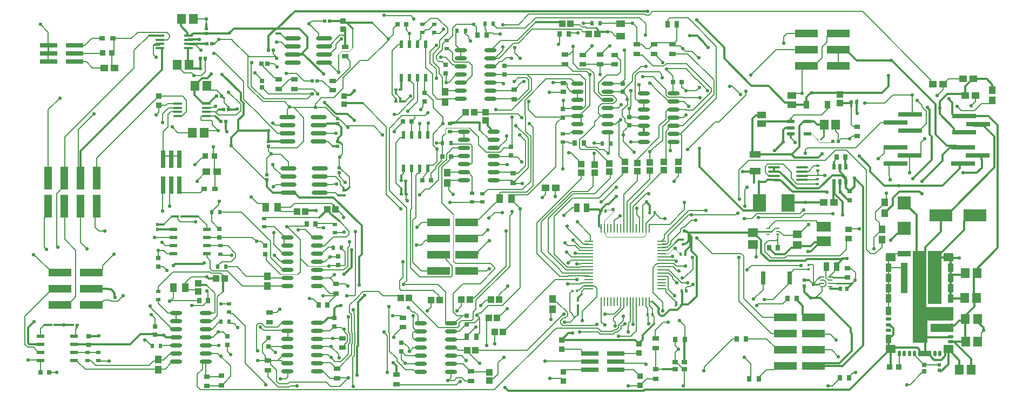
<source format=gbr>
%TF.GenerationSoftware,Altium Limited,Altium Designer,25.7.1 (20)*%
G04 Layer_Physical_Order=1*
G04 Layer_Color=255*
%FSLAX45Y45*%
%MOMM*%
%TF.SameCoordinates,D8C98939-B5AC-4A14-9F93-74B2487226E3*%
%TF.FilePolarity,Positive*%
%TF.FileFunction,Copper,L1,Top,Signal*%
%TF.Part,Single*%
G01*
G75*
%TA.AperFunction,SMDPad,CuDef*%
%ADD10R,3.68000X1.27000*%
%ADD11R,0.49000X0.55000*%
%ADD12R,0.90620X0.85490*%
%ADD13R,1.20840X1.01213*%
%ADD14R,1.01213X1.20840*%
%ADD15R,1.40000X1.50000*%
%ADD16R,1.35620X1.05500*%
%ADD17R,0.70000X0.90000*%
%ADD18R,0.22000X1.47500*%
%ADD19R,1.47500X0.22000*%
%ADD20R,1.47500X0.20000*%
%ADD21R,0.20000X1.47500*%
%ADD22R,1.00000X1.00000*%
%ADD23R,0.65000X0.90000*%
%ADD24R,1.05000X1.15000*%
%ADD25R,3.73000X0.74000*%
%ADD26R,1.00000X1.00000*%
%ADD27R,1.15000X1.05000*%
%ADD28R,1.45000X0.36000*%
%ADD29R,0.47500X0.47247*%
%ADD30O,2.50000X0.70000*%
%ADD31R,0.47247X0.47500*%
%ADD32R,0.93504X0.96213*%
%ADD33R,2.00000X2.00000*%
%ADD34R,0.47500X0.50000*%
%ADD35R,0.57247X0.56818*%
%ADD36R,1.40574X1.50822*%
%ADD37R,3.55000X1.85000*%
%TA.AperFunction,SMDPad,SMDef*%
G04:AMPARAMS|DCode=38|XSize=1.5mm|YSize=1.27mm|CornerRadius=0.0508mm|HoleSize=0mm|Usage=FLASHONLY|Rotation=0.000|XOffset=0mm|YOffset=0mm|HoleType=Round|Shape=RoundedRectangle|*
%AMROUNDEDRECTD38*
21,1,1.50000,1.16840,0,0,0.0*
21,1,1.39840,1.27000,0,0,0.0*
1,1,0.10160,0.69920,-0.58420*
1,1,0.10160,-0.69920,-0.58420*
1,1,0.10160,-0.69920,0.58420*
1,1,0.10160,0.69920,0.58420*
%
%ADD38ROUNDEDRECTD38*%
G04:AMPARAMS|DCode=39|XSize=0.8mm|YSize=1.3mm|CornerRadius=0.052mm|HoleSize=0mm|Usage=FLASHONLY|Rotation=0.000|XOffset=0mm|YOffset=0mm|HoleType=Round|Shape=RoundedRectangle|*
%AMROUNDEDRECTD39*
21,1,0.80000,1.19600,0,0,0.0*
21,1,0.69600,1.30000,0,0,0.0*
1,1,0.10400,0.34800,-0.59800*
1,1,0.10400,-0.34800,-0.59800*
1,1,0.10400,-0.34800,0.59800*
1,1,0.10400,0.34800,0.59800*
%
%ADD39ROUNDEDRECTD39*%
G04:AMPARAMS|DCode=40|XSize=0.8mm|YSize=0.5mm|CornerRadius=0.05mm|HoleSize=0mm|Usage=FLASHONLY|Rotation=0.000|XOffset=0mm|YOffset=0mm|HoleType=Round|Shape=RoundedRectangle|*
%AMROUNDEDRECTD40*
21,1,0.80000,0.40000,0,0,0.0*
21,1,0.70000,0.50000,0,0,0.0*
1,1,0.10000,0.35000,-0.20000*
1,1,0.10000,-0.35000,-0.20000*
1,1,0.10000,-0.35000,0.20000*
1,1,0.10000,0.35000,0.20000*
%
%ADD40ROUNDEDRECTD40*%
%ADD41C,2.39203*%
G04:AMPARAMS|DCode=42|XSize=2.1mm|YSize=0.8mm|CornerRadius=0.052mm|HoleSize=0mm|Usage=FLASHONLY|Rotation=0.000|XOffset=0mm|YOffset=0mm|HoleType=Round|Shape=RoundedRectangle|*
%AMROUNDEDRECTD42*
21,1,2.10000,0.69600,0,0,0.0*
21,1,1.99600,0.80000,0,0,0.0*
1,1,0.10400,0.99800,-0.34800*
1,1,0.10400,-0.99800,-0.34800*
1,1,0.10400,-0.99800,0.34800*
1,1,0.10400,0.99800,0.34800*
%
%ADD42ROUNDEDRECTD42*%
%TA.AperFunction,SMDPad,CuDef*%
%ADD43R,1.45000X0.35000*%
%ADD44R,0.74000X2.79000*%
%ADD45R,0.80000X0.95000*%
%ADD46R,1.45620X1.25464*%
%ADD47R,2.30620X1.55490*%
%ADD48R,0.52000X0.45000*%
%ADD49R,0.52000X0.48000*%
%ADD50R,1.35620X1.05464*%
%ADD51R,0.91000X1.22000*%
%TA.AperFunction,SMDPad,SMDef*%
%ADD52C,1.17000*%
%TA.AperFunction,SMDPad,CuDef*%
%ADD53R,0.96213X0.91340*%
%ADD54R,1.27000X3.68000*%
%ADD55R,1.05000X1.40000*%
%ADD56O,1.90000X0.60000*%
%TA.AperFunction,SMDPad,SMDef*%
G04:AMPARAMS|DCode=57|XSize=1.1mm|YSize=4.74mm|CornerRadius=0.0495mm|HoleSize=0mm|Usage=FLASHONLY|Rotation=0.000|XOffset=0mm|YOffset=0mm|HoleType=Round|Shape=RoundedRectangle|*
%AMROUNDEDRECTD57*
21,1,1.10000,4.64100,0,0,0.0*
21,1,1.00100,4.74000,0,0,0.0*
1,1,0.09900,0.50050,-2.32050*
1,1,0.09900,-0.50050,-2.32050*
1,1,0.09900,-0.50050,2.32050*
1,1,0.09900,0.50050,2.32050*
%
%ADD57ROUNDEDRECTD57*%
G04:AMPARAMS|DCode=58|XSize=0.5mm|YSize=0.8mm|CornerRadius=0.05mm|HoleSize=0mm|Usage=FLASHONLY|Rotation=0.000|XOffset=0mm|YOffset=0mm|HoleType=Round|Shape=RoundedRectangle|*
%AMROUNDEDRECTD58*
21,1,0.50000,0.70000,0,0,0.0*
21,1,0.40000,0.80000,0,0,0.0*
1,1,0.10000,0.20000,-0.35000*
1,1,0.10000,-0.20000,-0.35000*
1,1,0.10000,-0.20000,0.35000*
1,1,0.10000,0.20000,0.35000*
%
%ADD58ROUNDEDRECTD58*%
%ADD59C,1.89000*%
%TA.AperFunction,SMDPad,CuDef*%
G04:AMPARAMS|DCode=60|XSize=0.57mm|YSize=0.22mm|CornerRadius=0.0363mm|HoleSize=0mm|Usage=FLASHONLY|Rotation=180.000|XOffset=0mm|YOffset=0mm|HoleType=Round|Shape=RoundedRectangle|*
%AMROUNDEDRECTD60*
21,1,0.57000,0.14740,0,0,180.0*
21,1,0.49740,0.22000,0,0,180.0*
1,1,0.07260,-0.24870,0.07370*
1,1,0.07260,0.24870,0.07370*
1,1,0.07260,0.24870,-0.07370*
1,1,0.07260,-0.24870,-0.07370*
%
%ADD60ROUNDEDRECTD60*%
%ADD61R,0.46500X0.46000*%
%ADD62R,0.46000X0.47247*%
%ADD63R,0.47247X0.46000*%
%ADD64O,1.90000X0.35000*%
%ADD65R,1.15000X0.57000*%
%ADD66R,0.90000X0.70000*%
%ADD67R,0.65000X0.70000*%
%ADD68R,0.80000X1.00000*%
%ADD69R,1.00000X0.80000*%
%ADD70R,0.60000X0.90000*%
%ADD71R,0.70000X0.70000*%
%ADD72R,1.70000X1.10000*%
%ADD73R,2.00000X2.80000*%
%ADD74R,1.40000X1.05000*%
%ADD75R,0.60000X0.80000*%
%ADD76R,0.70000X0.65000*%
%ADD77R,0.95000X1.35000*%
%ADD78R,1.05000X0.90000*%
%ADD79R,0.94000X0.75000*%
%ADD80R,0.67248X0.66817*%
%ADD81R,0.62000X0.65000*%
G04:AMPARAMS|DCode=82|XSize=0.6mm|YSize=0.22mm|CornerRadius=0.044mm|HoleSize=0mm|Usage=FLASHONLY|Rotation=0.000|XOffset=0mm|YOffset=0mm|HoleType=Round|Shape=RoundedRectangle|*
%AMROUNDEDRECTD82*
21,1,0.60000,0.13200,0,0,0.0*
21,1,0.51200,0.22000,0,0,0.0*
1,1,0.08800,0.25600,-0.06600*
1,1,0.08800,-0.25600,-0.06600*
1,1,0.08800,-0.25600,0.06600*
1,1,0.08800,0.25600,0.06600*
%
%ADD82ROUNDEDRECTD82*%
G04:AMPARAMS|DCode=83|XSize=0.6mm|YSize=0.215mm|CornerRadius=0.043mm|HoleSize=0mm|Usage=FLASHONLY|Rotation=0.000|XOffset=0mm|YOffset=0mm|HoleType=Round|Shape=RoundedRectangle|*
%AMROUNDEDRECTD83*
21,1,0.60000,0.12900,0,0,0.0*
21,1,0.51400,0.21500,0,0,0.0*
1,1,0.08600,0.25700,-0.06450*
1,1,0.08600,-0.25700,-0.06450*
1,1,0.08600,-0.25700,0.06450*
1,1,0.08600,0.25700,0.06450*
%
%ADD83ROUNDEDRECTD83*%
%ADD84R,0.62000X0.58000*%
%ADD85R,1.50822X1.40574*%
%ADD86R,0.80000X2.00000*%
%ADD87R,0.80000X0.90000*%
%ADD88R,0.95000X0.75000*%
%ADD89R,0.90000X0.80000*%
%ADD90R,0.35000X0.42000*%
%ADD91R,0.95000X0.95000*%
%ADD92R,0.80000X0.60000*%
%ADD93R,0.93000X1.37000*%
%ADD94R,0.45000X0.42000*%
%ADD95R,0.43000X0.45000*%
G04:AMPARAMS|DCode=96|XSize=0.57mm|YSize=0.2mm|CornerRadius=0.033mm|HoleSize=0mm|Usage=FLASHONLY|Rotation=180.000|XOffset=0mm|YOffset=0mm|HoleType=Round|Shape=RoundedRectangle|*
%AMROUNDEDRECTD96*
21,1,0.57000,0.13400,0,0,180.0*
21,1,0.50400,0.20000,0,0,180.0*
1,1,0.06600,-0.25200,0.06700*
1,1,0.06600,0.25200,0.06700*
1,1,0.06600,0.25200,-0.06700*
1,1,0.06600,-0.25200,-0.06700*
%
%ADD96ROUNDEDRECTD96*%
%ADD97R,1.00000X0.75000*%
%ADD98R,0.47000X0.45000*%
%ADD99R,0.75000X0.94000*%
%ADD100R,0.45000X0.47000*%
G04:AMPARAMS|DCode=101|XSize=0.55mm|YSize=1.25mm|CornerRadius=0.0495mm|HoleSize=0mm|Usage=FLASHONLY|Rotation=90.000|XOffset=0mm|YOffset=0mm|HoleType=Round|Shape=RoundedRectangle|*
%AMROUNDEDRECTD101*
21,1,0.55000,1.15100,0,0,90.0*
21,1,0.45100,1.25000,0,0,90.0*
1,1,0.09900,0.57550,0.22550*
1,1,0.09900,0.57550,-0.22550*
1,1,0.09900,-0.57550,-0.22550*
1,1,0.09900,-0.57550,0.22550*
%
%ADD101ROUNDEDRECTD101*%
G04:AMPARAMS|DCode=102|XSize=0.55mm|YSize=1.25mm|CornerRadius=0.0495mm|HoleSize=0mm|Usage=FLASHONLY|Rotation=180.000|XOffset=0mm|YOffset=0mm|HoleType=Round|Shape=RoundedRectangle|*
%AMROUNDEDRECTD102*
21,1,0.55000,1.15100,0,0,180.0*
21,1,0.45100,1.25000,0,0,180.0*
1,1,0.09900,-0.22550,0.57550*
1,1,0.09900,0.22550,0.57550*
1,1,0.09900,0.22550,-0.57550*
1,1,0.09900,-0.22550,-0.57550*
%
%ADD102ROUNDEDRECTD102*%
%ADD103R,2.79000X0.74000*%
%ADD104R,0.25000X0.28000*%
%ADD105R,1.15000X0.60000*%
%ADD106R,0.53000X0.55000*%
%ADD107R,0.66817X0.67248*%
%ADD108R,0.46818X0.47247*%
%ADD109R,0.90000X0.80000*%
%ADD110R,0.95000X0.95000*%
%TA.AperFunction,Conductor*%
%ADD111C,0.20000*%
%ADD112C,0.35000*%
%ADD113C,0.30000*%
%ADD114C,0.10000*%
%ADD115C,0.15000*%
%ADD116C,0.12500*%
%ADD117C,0.25000*%
%TA.AperFunction,ViaPad*%
%ADD118C,0.55000*%
%ADD119C,0.50000*%
G36*
X16964999Y4679999D02*
X16965994D01*
X16967831Y4679238D01*
X16969238Y4677832D01*
X16970000Y4675994D01*
Y4674999D01*
X16970000Y4675000D01*
X16970000Y3854999D01*
Y3854005D01*
X16969238Y3852167D01*
X16967831Y3850761D01*
X16965994Y3850000D01*
X16964999D01*
X16764999Y3850000D01*
X16764005D01*
X16762167Y3850761D01*
X16760760Y3852167D01*
X16760001Y3854005D01*
Y3854999D01*
Y3855000D01*
X16760001Y4675000D01*
Y4675994D01*
X16760760Y4677832D01*
X16762167Y4679238D01*
X16764006Y4679999D01*
X16764999D01*
Y4680000D01*
X16964999Y4679999D01*
D02*
G37*
G36*
X17145000Y3540000D02*
X17145995D01*
X17147832Y3539239D01*
X17149239Y3537832D01*
X17149998Y3535994D01*
Y3535000D01*
X17150000Y3535000D01*
X17149998Y3415000D01*
Y3414005D01*
X17149239Y3412168D01*
X17147832Y3410761D01*
X17145995Y3410000D01*
X17145000D01*
X17145000Y3410000D01*
X16806000D01*
X16805005Y3410000D01*
X16803168Y3410761D01*
X16801761Y3412167D01*
X16800999Y3414005D01*
X16800999Y3415000D01*
Y3415000D01*
X16800999Y3535000D01*
X16800999Y3535994D01*
X16801761Y3537832D01*
X16803168Y3539239D01*
X16805005Y3540000D01*
X16806000Y3540000D01*
X16806000Y3540000D01*
X17145000Y3540000D01*
D02*
G37*
G36*
X16725000Y4680000D02*
X16725993D01*
X16727832Y4679238D01*
X16729237Y4677832D01*
X16729999Y4675994D01*
Y4675000D01*
X16730000Y4675000D01*
X16730000Y3805000D01*
X16730096Y3804024D01*
X16730843Y3802222D01*
X16732222Y3800842D01*
X16734024Y3800096D01*
X16735001Y3800000D01*
Y3800000D01*
X17145000Y3800000D01*
X17145995Y3800000D01*
X17147832Y3799239D01*
X17149239Y3797832D01*
X17150000Y3795994D01*
X17150000Y3795000D01*
X17150000Y3795000D01*
X17150000Y3595000D01*
Y3594005D01*
X17149239Y3592168D01*
X17147832Y3590761D01*
X17145995Y3590000D01*
X17145000D01*
X16756000Y3590000D01*
X16755025Y3589904D01*
X16753223Y3589157D01*
X16751842Y3587778D01*
X16751096Y3585975D01*
X16750999Y3585000D01*
X16750999Y3585000D01*
X16750999Y3248000D01*
Y3247005D01*
X16750240Y3245168D01*
X16748833Y3243761D01*
X16746994Y3243000D01*
X16746001D01*
X16746001Y3243000D01*
X16525000Y3243000D01*
X16524007D01*
X16522168Y3243761D01*
X16520761Y3245168D01*
X16520000Y3247005D01*
Y3248000D01*
X16520000D01*
X16520000Y4675000D01*
Y4675994D01*
X16520761Y4677832D01*
X16522168Y4679239D01*
X16524007Y4680000D01*
X16525000D01*
Y4680000D01*
X16725000Y4680000D01*
D02*
G37*
D10*
X3150000Y4336500D02*
D03*
X3645000D02*
D03*
X3150000Y4082500D02*
D03*
X3645000D02*
D03*
X3150000Y3828500D02*
D03*
X3645000D02*
D03*
X15347501Y7582500D02*
D03*
X14852499D02*
D03*
X15347501Y7836500D02*
D03*
X14852499D02*
D03*
X15347501Y8090500D02*
D03*
X14852499D02*
D03*
X9085499Y4874499D02*
D03*
X14964999Y3381502D02*
D03*
Y3127502D02*
D03*
Y2873502D02*
D03*
X14521002Y3127502D02*
D03*
X14964999Y3635502D02*
D03*
X14521002Y3381502D02*
D03*
Y3635502D02*
D03*
Y2873502D02*
D03*
X9529501Y4874499D02*
D03*
X9085499Y4620499D02*
D03*
X9529501D02*
D03*
X9085499Y4366499D02*
D03*
X9529501Y5128499D02*
D03*
Y4366499D02*
D03*
X9085499Y5128499D02*
D03*
D11*
X15350000Y6395000D02*
D03*
X15264999D02*
D03*
D12*
X7605000Y7110130D02*
D03*
Y6985000D02*
D03*
X7587500Y8157433D02*
D03*
Y8282563D02*
D03*
D13*
X15124878Y5440000D02*
D03*
X15285252D02*
D03*
X16990373Y7297500D02*
D03*
X16830000D02*
D03*
X10920187Y5667500D02*
D03*
X10759813D02*
D03*
D14*
X9190000Y7173186D02*
D03*
Y7012812D02*
D03*
X9220000Y5905122D02*
D03*
Y5744749D02*
D03*
X6397500Y4285124D02*
D03*
Y4124750D02*
D03*
X4687500Y2980122D02*
D03*
Y2819748D02*
D03*
X10872500Y3927687D02*
D03*
Y3767314D02*
D03*
X16032500Y5020187D02*
D03*
Y4859813D02*
D03*
D15*
X5245000Y8322500D02*
D03*
X5055000D02*
D03*
X17345000Y3252500D02*
D03*
X17535001D02*
D03*
X17342500Y3610000D02*
D03*
X17532500D02*
D03*
X17337500Y4332500D02*
D03*
X17527499D02*
D03*
X17332500Y3942500D02*
D03*
X17522501D02*
D03*
X5265000Y7270000D02*
D03*
X5455000D02*
D03*
X5415000Y6535000D02*
D03*
X5225000D02*
D03*
X5175000Y7597500D02*
D03*
X4985000D02*
D03*
D16*
X14152499Y6677411D02*
D03*
Y6812588D02*
D03*
D17*
X9835000Y8067500D02*
D03*
X9695000D02*
D03*
X11222498Y6372500D02*
D03*
X11362498D02*
D03*
X7157500Y5100000D02*
D03*
X7017500D02*
D03*
X5472500Y3900000D02*
D03*
X5332500D02*
D03*
X10984999Y8080001D02*
D03*
X7344999Y3830000D02*
D03*
X11125004Y8080001D02*
D03*
X7205000Y3830000D02*
D03*
D18*
X12287001Y5032299D02*
D03*
X11637000D02*
D03*
X12387001Y3884696D02*
D03*
X11936999Y5032299D02*
D03*
X11687002Y3884696D02*
D03*
X11787002D02*
D03*
X12087001D02*
D03*
X12036999Y5032299D02*
D03*
X12387001D02*
D03*
X11987002Y3884696D02*
D03*
X11936999D02*
D03*
X12236999Y5032299D02*
D03*
X12136999D02*
D03*
X11836999D02*
D03*
X12287001Y3884696D02*
D03*
X12236999D02*
D03*
X11637000D02*
D03*
X11687002Y5032299D02*
D03*
D19*
X12585802Y4283497D02*
D03*
Y4433499D02*
D03*
Y4183497D02*
D03*
X11438199Y4283497D02*
D03*
Y4483496D02*
D03*
X12585802Y4683496D02*
D03*
X11438199Y4383496D02*
D03*
X12585802Y4783496D02*
D03*
Y4083497D02*
D03*
Y4833498D02*
D03*
Y4333499D02*
D03*
X11438199Y4083497D02*
D03*
Y4183497D02*
D03*
Y4683496D02*
D03*
Y4583496D02*
D03*
Y4783496D02*
D03*
Y4833498D02*
D03*
X12585802Y4533499D02*
D03*
D20*
X11438199Y4633498D02*
D03*
X12585802Y4133499D02*
D03*
Y4233499D02*
D03*
X11438199D02*
D03*
X12585802Y4483496D02*
D03*
X11438199Y4333499D02*
D03*
X12585802Y4733498D02*
D03*
Y4583496D02*
D03*
X11438199Y4533499D02*
D03*
Y4433499D02*
D03*
X12585802Y4383496D02*
D03*
X11438199Y4733498D02*
D03*
Y4133499D02*
D03*
X12585802Y4633498D02*
D03*
D21*
X12187001Y5032299D02*
D03*
X11887002D02*
D03*
X11787002D02*
D03*
X11737000D02*
D03*
Y3884696D02*
D03*
X11836999D02*
D03*
X11887002D02*
D03*
X12036999D02*
D03*
X12136999D02*
D03*
X12087001Y5032299D02*
D03*
X12187001Y3884696D02*
D03*
X11987002Y5032299D02*
D03*
X12336998D02*
D03*
Y3884696D02*
D03*
D22*
X9662500Y3119999D02*
D03*
X6995000Y5300000D02*
D03*
X6865000D02*
D03*
X7470001Y5332500D02*
D03*
X11442500Y8080000D02*
D03*
X11572500D02*
D03*
X9512500Y6855000D02*
D03*
X9642500D02*
D03*
X7340000Y5332500D02*
D03*
X5730000Y4247500D02*
D03*
X5600000D02*
D03*
X11025000Y8240000D02*
D03*
X11155000D02*
D03*
X8492500Y3939997D02*
D03*
X8622502D02*
D03*
X10095001Y3410001D02*
D03*
X9100002Y3912499D02*
D03*
X10035002Y3920002D02*
D03*
X10002500Y3632500D02*
D03*
X9572503Y3920002D02*
D03*
X9442501D02*
D03*
X9964999Y3410001D02*
D03*
X9532498Y3119999D02*
D03*
X9872497Y3632500D02*
D03*
X9904999Y3920002D02*
D03*
X8970000Y3912499D02*
D03*
D23*
X13957500Y2675000D02*
D03*
X14102499D02*
D03*
X13902499Y3300000D02*
D03*
X13757500D02*
D03*
X14555000Y3932500D02*
D03*
X14700000D02*
D03*
X15372501Y2687500D02*
D03*
X15517500D02*
D03*
D24*
X17767500Y7040000D02*
D03*
Y7205000D02*
D03*
X16082500Y5440000D02*
D03*
Y5275000D02*
D03*
D25*
X16472499Y6179998D02*
D03*
X17547501Y6667500D02*
D03*
X17321501Y6540500D02*
D03*
Y6794500D02*
D03*
X17306496Y6307000D02*
D03*
X16246500Y6052998D02*
D03*
X17532500Y6180000D02*
D03*
X17306496Y6053000D02*
D03*
X16246500Y6306998D02*
D03*
X16475502Y6570502D02*
D03*
Y6824502D02*
D03*
X16249498Y6697502D02*
D03*
D26*
X12620000Y5945002D02*
D03*
X15372501Y7132500D02*
D03*
X5318498Y4173459D02*
D03*
Y4043459D02*
D03*
X9825000Y6725000D02*
D03*
Y6855000D02*
D03*
X12005001Y6077502D02*
D03*
X11530001Y5902501D02*
D03*
X11317502Y5910001D02*
D03*
X9884999Y2647498D02*
D03*
X12392503Y5937499D02*
D03*
X12200002Y5932504D02*
D03*
X12005001Y5947499D02*
D03*
X11765001Y5922499D02*
D03*
X12847498Y5949996D02*
D03*
X15372501Y7002503D02*
D03*
X9884999Y2777500D02*
D03*
X11317502Y6039998D02*
D03*
X11530001Y6032503D02*
D03*
X12620000Y6075004D02*
D03*
X12392503Y6067501D02*
D03*
X12847498Y6079998D02*
D03*
X12200002Y6062501D02*
D03*
X11765001Y6052502D02*
D03*
D27*
X17302499Y7382500D02*
D03*
X17467500D02*
D03*
X17505000Y7120000D02*
D03*
X17339999D02*
D03*
X4007500Y7552004D02*
D03*
X3842496D02*
D03*
X5610001Y5919998D02*
D03*
X5445003D02*
D03*
D28*
X4997503Y6925004D02*
D03*
X5442501D02*
D03*
X4997503Y6860001D02*
D03*
X5442501D02*
D03*
Y6795002D02*
D03*
X4997503D02*
D03*
X5442501Y6990003D02*
D03*
X4997503D02*
D03*
D29*
X7297501Y8282498D02*
D03*
X5349646Y7700000D02*
D03*
X5456969Y7927503D02*
D03*
X6417142Y7830002D02*
D03*
X7373214Y8282498D02*
D03*
X6492855Y7830002D02*
D03*
X5532681Y7927503D02*
D03*
X5425359Y7700000D02*
D03*
D30*
X7287499Y8017002D02*
D03*
X6735003Y5592999D02*
D03*
X6717502Y6397000D02*
D03*
X6797502Y7763002D02*
D03*
X7225000Y5846999D02*
D03*
X7207499Y6651000D02*
D03*
X6735003Y5719999D02*
D03*
X7287499Y7636002D02*
D03*
X6717502Y6778000D02*
D03*
X6735003Y5973999D02*
D03*
X6797502Y7890002D02*
D03*
X7287499D02*
D03*
X6797502Y7636002D02*
D03*
X7287499Y7763002D02*
D03*
X6797502Y8017002D02*
D03*
X7225000Y5592999D02*
D03*
X6717502Y6651000D02*
D03*
X7207499Y6524000D02*
D03*
X6735003Y5846999D02*
D03*
X7225000Y5719999D02*
D03*
X7207499Y6397000D02*
D03*
Y6778000D02*
D03*
X6717502Y6524000D02*
D03*
X7225000Y5973999D02*
D03*
D31*
X6390000Y5797144D02*
D03*
X6417498Y6400002D02*
D03*
X7525202Y5983077D02*
D03*
X7504999Y6674998D02*
D03*
X5445003Y8092140D02*
D03*
Y8167853D02*
D03*
X7504999Y6750710D02*
D03*
X7525202Y5907364D02*
D03*
X6417498Y6324290D02*
D03*
X6390000Y5872856D02*
D03*
D32*
X16154420Y2862499D02*
D03*
X16297499D02*
D03*
D33*
X16382503Y5435001D02*
D03*
Y5035001D02*
D03*
D34*
X5671790Y6707500D02*
D03*
X5714643Y6895002D02*
D03*
X5609646Y7107499D02*
D03*
X5685358D02*
D03*
X5790356Y6895002D02*
D03*
X5747502Y6707500D02*
D03*
D35*
X16937500Y2804571D02*
D03*
Y2895000D02*
D03*
D36*
X17249998Y2812501D02*
D03*
X17435246D02*
D03*
X15312502Y6662501D02*
D03*
X15127254D02*
D03*
D37*
X16962502Y5237500D02*
D03*
X17492497D02*
D03*
D38*
X16174998Y3136499D02*
D03*
X17075003D02*
D03*
X16174998Y4573499D02*
D03*
X17075003D02*
D03*
D39*
X16139998Y3295000D02*
D03*
Y3734999D02*
D03*
Y3934998D02*
D03*
Y4094998D02*
D03*
Y4254998D02*
D03*
Y4414998D02*
D03*
X17109999Y3934998D02*
D03*
Y4094998D02*
D03*
Y4254998D02*
D03*
Y4414998D02*
D03*
D40*
X16139998Y3514999D02*
D03*
X17109999Y3335000D02*
D03*
Y3255000D02*
D03*
X16139998Y3434999D02*
D03*
Y3614999D02*
D03*
D41*
X16652890Y3681049D02*
D03*
D42*
X16705000Y3070001D02*
D03*
X16385002Y4640001D02*
D03*
D43*
X5162499Y7862494D02*
D03*
Y7927497D02*
D03*
Y8057495D02*
D03*
X4717501Y7862494D02*
D03*
Y8057495D02*
D03*
X5162499Y7992496D02*
D03*
X4717501Y7927497D02*
D03*
Y7992496D02*
D03*
D44*
X5022002Y6120003D02*
D03*
X4895002D02*
D03*
X4768002D02*
D03*
X5022002Y5713004D02*
D03*
X4895002D02*
D03*
X4768002D02*
D03*
D45*
X14267500Y4727499D02*
D03*
X14402501D02*
D03*
D46*
X14707500Y4772503D02*
D03*
Y4937658D02*
D03*
D47*
X15120000Y4834936D02*
D03*
Y5060061D02*
D03*
D48*
X7600002Y5628998D02*
D03*
X6555001Y8166500D02*
D03*
X7600002Y5551000D02*
D03*
X6555001Y8088502D02*
D03*
D49*
X7499998Y6396498D02*
D03*
Y6318499D02*
D03*
D50*
X14625002Y6972422D02*
D03*
Y7117578D02*
D03*
D51*
X14852498Y6977502D02*
D03*
X15179497D02*
D03*
D52*
X16975500Y3474999D02*
D03*
D53*
X4702501Y7105455D02*
D03*
Y6964546D02*
D03*
D54*
X3729000Y5822500D02*
D03*
Y5378503D02*
D03*
X3475000Y5822500D02*
D03*
Y5378503D02*
D03*
X3221000D02*
D03*
X2967000Y5822500D02*
D03*
Y5378503D02*
D03*
X3221000Y5822500D02*
D03*
D55*
X6562501Y5367500D02*
D03*
X10230002Y5499999D02*
D03*
X6372499Y5367500D02*
D03*
X4925995Y4105961D02*
D03*
X10040000Y5499999D02*
D03*
X5115997Y4105961D02*
D03*
D56*
X7184502Y4887199D02*
D03*
X12772502Y7021500D02*
D03*
Y6386500D02*
D03*
X11734998Y7177999D02*
D03*
X11264997Y6796999D02*
D03*
X12302500Y6640500D02*
D03*
Y6513500D02*
D03*
X11734998Y6542999D02*
D03*
X11264997Y6669999D02*
D03*
X9280002Y3413999D02*
D03*
X8810000Y2905999D02*
D03*
Y3032999D02*
D03*
X9280002Y2778999D02*
D03*
X7182348Y3428843D02*
D03*
X6712346Y3047843D02*
D03*
X7182348Y2793843D02*
D03*
X6712346Y2920843D02*
D03*
X7184502Y4760199D02*
D03*
X4969998Y3452002D02*
D03*
X6714500Y4633199D02*
D03*
X9482501Y6292002D02*
D03*
X9432498Y7576002D02*
D03*
X5439999Y2944002D02*
D03*
X11264997Y6542999D02*
D03*
X11734998Y7050999D02*
D03*
X11264997Y7304999D02*
D03*
X11734998Y6923999D02*
D03*
Y6669999D02*
D03*
Y6796999D02*
D03*
X11264997Y7177999D02*
D03*
Y7050999D02*
D03*
X11734998Y7304999D02*
D03*
X11264997Y6923999D02*
D03*
X5439999Y3325002D02*
D03*
X6712346Y3174843D02*
D03*
X8810000Y3159999D02*
D03*
X7184502Y4506199D02*
D03*
X9952502Y6165002D02*
D03*
X9902500Y7449002D02*
D03*
X12302500Y6767500D02*
D03*
X12772502Y7148500D02*
D03*
X9432498Y7449002D02*
D03*
X9482501Y6165002D02*
D03*
X9280002Y3540999D02*
D03*
X6714500Y4506199D02*
D03*
X7182348Y3555843D02*
D03*
X4969998Y3325002D02*
D03*
X9432498Y7068002D02*
D03*
X9902500Y7576002D02*
D03*
Y7703002D02*
D03*
Y7195002D02*
D03*
X9432498Y7830002D02*
D03*
Y7703002D02*
D03*
Y7322002D02*
D03*
Y7195002D02*
D03*
X9902500Y7830002D02*
D03*
Y7322002D02*
D03*
Y7068002D02*
D03*
X12302500Y6894500D02*
D03*
Y7021500D02*
D03*
X9952502Y5911002D02*
D03*
Y6038002D02*
D03*
Y6292002D02*
D03*
Y6419002D02*
D03*
Y6546002D02*
D03*
X9482501Y6038002D02*
D03*
Y6419002D02*
D03*
Y6546002D02*
D03*
Y5911002D02*
D03*
Y5784002D02*
D03*
X9952502D02*
D03*
X6714500Y4760199D02*
D03*
Y4887199D02*
D03*
X7184502Y4379199D02*
D03*
Y4633199D02*
D03*
X6714500Y4379199D02*
D03*
Y4252199D02*
D03*
X7184502D02*
D03*
Y4125199D02*
D03*
X6714500D02*
D03*
X5439999Y3198002D02*
D03*
X4969998Y3071002D02*
D03*
Y2944002D02*
D03*
X5439999Y3452002D02*
D03*
Y3579002D02*
D03*
Y3706002D02*
D03*
X4969998Y3198002D02*
D03*
Y3579002D02*
D03*
Y3706002D02*
D03*
X5439999Y3071002D02*
D03*
X6712346Y3301843D02*
D03*
Y3428843D02*
D03*
X7182348Y2920843D02*
D03*
Y3301843D02*
D03*
Y3174843D02*
D03*
Y3047843D02*
D03*
X6712346Y3555843D02*
D03*
Y2793843D02*
D03*
X8810000Y2778999D02*
D03*
X9280002Y3286999D02*
D03*
X8810000Y3540999D02*
D03*
X9280002Y2905999D02*
D03*
Y3159999D02*
D03*
Y3032999D02*
D03*
X8810000Y3286999D02*
D03*
Y3413999D02*
D03*
X12772502Y6513500D02*
D03*
Y6894500D02*
D03*
Y6767500D02*
D03*
Y6640500D02*
D03*
X12302500Y6386500D02*
D03*
Y7148500D02*
D03*
D57*
X16385002Y4254998D02*
D03*
D58*
X16945000Y3070001D02*
D03*
X16865001D02*
D03*
X16545001D02*
D03*
X16465001D02*
D03*
X16385002D02*
D03*
X16305002D02*
D03*
D59*
X16865001Y4265000D02*
D03*
D60*
X14401500Y4987503D02*
D03*
Y4937501D02*
D03*
X14253500Y5037501D02*
D03*
Y4937501D02*
D03*
D61*
X14887498Y4462856D02*
D03*
Y4387144D02*
D03*
D62*
X14031789Y5759999D02*
D03*
X12472502Y5282499D02*
D03*
X11705356Y5302500D02*
D03*
X12875357Y4629993D02*
D03*
X12967500Y4052500D02*
D03*
X12359645Y3677503D02*
D03*
X11629644Y5302500D02*
D03*
X12396790Y5282499D02*
D03*
X12951070Y4629993D02*
D03*
X12891788Y4052500D02*
D03*
X12435357Y3677503D02*
D03*
X14107500Y5759999D02*
D03*
D63*
X15032503Y5939648D02*
D03*
X15020000Y5805714D02*
D03*
Y5730001D02*
D03*
X15032503Y6015360D02*
D03*
D64*
X14779832Y5859866D02*
D03*
X14339835D02*
D03*
X14779832Y5794868D02*
D03*
Y5989869D02*
D03*
Y5924870D02*
D03*
X14339835D02*
D03*
Y5989869D02*
D03*
Y5794868D02*
D03*
D65*
X14607500Y6612499D02*
D03*
Y6517498D02*
D03*
Y6707500D02*
D03*
D66*
X15647502Y6482502D02*
D03*
X5455001Y2705003D02*
D03*
Y2564999D02*
D03*
X11042498Y7175002D02*
D03*
X15647502Y6622501D02*
D03*
X11042498Y7315007D02*
D03*
D67*
X12892496Y7332502D02*
D03*
X8440001Y8237501D02*
D03*
X9147500Y6159998D02*
D03*
X8530001Y6707500D02*
D03*
X8964996Y5790001D02*
D03*
X2979994Y2775001D02*
D03*
X2844998D02*
D03*
X8830000Y5790001D02*
D03*
X12757501Y7332502D02*
D03*
X9282496Y6159998D02*
D03*
X8664997Y6707500D02*
D03*
X8574997Y8237501D02*
D03*
D68*
X12822499Y8235000D02*
D03*
X9677502Y3330001D02*
D03*
X9527499D02*
D03*
X12672502Y8235000D02*
D03*
D69*
X12750002Y7922504D02*
D03*
X12460097Y7917398D02*
D03*
X12192498Y7917500D02*
D03*
X11842504Y7605003D02*
D03*
X11615000Y7607500D02*
D03*
X11342502Y7604999D02*
D03*
X11062498Y7612502D02*
D03*
X8527501Y3632500D02*
D03*
X9592498Y2640000D02*
D03*
X7575000Y3160000D02*
D03*
X8427502Y2740000D02*
D03*
X7497501Y2682499D02*
D03*
X6410000Y2960004D02*
D03*
X12487499Y3304997D02*
D03*
X11615000Y7757497D02*
D03*
X12487499Y3155000D02*
D03*
X8427502Y2589997D02*
D03*
X12192498Y7767498D02*
D03*
X7575000Y3310002D02*
D03*
X9592498Y2789997D02*
D03*
X8527501Y3482497D02*
D03*
X7497501Y2832501D02*
D03*
X6434999Y3712505D02*
D03*
X6410000Y2810002D02*
D03*
X12460097Y7767396D02*
D03*
X12750002Y7772502D02*
D03*
X11842504Y7755005D02*
D03*
X11342502Y7755001D02*
D03*
X11062498Y7762504D02*
D03*
X6434999Y3562502D02*
D03*
D70*
X15377499Y5759999D02*
D03*
X15282500D02*
D03*
X15377499Y5999998D02*
D03*
X15472501Y5759999D02*
D03*
Y5999998D02*
D03*
X15282500D02*
D03*
D71*
X15530002Y5475000D02*
D03*
Y5615000D02*
D03*
D72*
X14043233Y5931809D02*
D03*
Y6191814D02*
D03*
D73*
X14567499Y5432501D02*
D03*
X14117497D02*
D03*
D74*
X11942501Y8242503D02*
D03*
Y8052501D02*
D03*
D75*
X11617503Y8252501D02*
D03*
X11782500Y6367502D02*
D03*
X9147500Y6372499D02*
D03*
X7564999Y4730003D02*
D03*
X5527497Y5290002D02*
D03*
X5800000Y3572500D02*
D03*
X4597500Y3187500D02*
D03*
X9507500Y8135002D02*
D03*
X9377502D02*
D03*
X5752501Y4437502D02*
D03*
X5622503D02*
D03*
X11652498Y6367502D02*
D03*
X9277497Y6372499D02*
D03*
X9809998Y8244997D02*
D03*
X11487501Y8252501D02*
D03*
X5657499Y5290002D02*
D03*
X7435002Y4730003D02*
D03*
X9940000Y8244997D02*
D03*
X5669998Y3572500D02*
D03*
X4727502Y3187500D02*
D03*
D76*
X11974998Y7172498D02*
D03*
X12075003Y6647500D02*
D03*
X11030000Y6770003D02*
D03*
X10122499Y7584999D02*
D03*
X9197503Y7600000D02*
D03*
X8862502Y7022501D02*
D03*
X10217500Y6312499D02*
D03*
X9522501Y3527501D02*
D03*
X7507498Y4457502D02*
D03*
X7452502Y3490001D02*
D03*
X8497499Y3102503D02*
D03*
X6367501Y4627499D02*
D03*
X5644998Y5027498D02*
D03*
X4689998Y4429999D02*
D03*
X4639999Y3497499D02*
D03*
X6422502Y3312498D02*
D03*
X3600000Y3342500D02*
D03*
X5777499Y3205002D02*
D03*
X6422502Y3177502D02*
D03*
X5777499Y3340003D02*
D03*
X8497499Y3237499D02*
D03*
X4689998Y4564995D02*
D03*
X7507498Y4592503D02*
D03*
X8862502Y7157502D02*
D03*
X10217500Y6177498D02*
D03*
X11030000Y6904999D02*
D03*
X10122499Y7450003D02*
D03*
X12075003Y6782501D02*
D03*
X9197503Y7465004D02*
D03*
X11974998Y7307494D02*
D03*
X9522501Y3662497D02*
D03*
X5644998Y4892502D02*
D03*
X6367501Y4762495D02*
D03*
X7452502Y3624997D02*
D03*
X4639999Y3362504D02*
D03*
X3600000Y3207504D02*
D03*
D77*
X11252500Y5360005D02*
D03*
X11402502D02*
D03*
D78*
X15512502Y5020005D02*
D03*
Y4875002D02*
D03*
D79*
X15490991Y4407546D02*
D03*
Y4267546D02*
D03*
D80*
X16695624Y2794568D02*
D03*
Y2895000D02*
D03*
X6317498Y7247285D02*
D03*
Y7347717D02*
D03*
D81*
X15485005Y4082501D02*
D03*
X15385001D02*
D03*
D82*
X15097498Y4270004D02*
D03*
Y4120001D02*
D03*
X15227495D02*
D03*
Y4270004D02*
D03*
D83*
X15097498Y4170004D02*
D03*
X15227495D02*
D03*
Y4220001D02*
D03*
X15097498D02*
D03*
D84*
X14819998Y4221002D02*
D03*
Y4129003D02*
D03*
D85*
X14014999Y4779752D02*
D03*
Y4964999D02*
D03*
D86*
X14170000Y4257502D02*
D03*
X14589999D02*
D03*
D87*
X12792502Y3290001D02*
D03*
X12942499D02*
D03*
D88*
X12939999Y2822499D02*
D03*
X12794996Y2937500D02*
D03*
Y2822499D02*
D03*
X12939999Y2937500D02*
D03*
D89*
X12490003Y2674996D02*
D03*
X5685003Y2722499D02*
D03*
X10267500Y7207504D02*
D03*
X5685003Y2572497D02*
D03*
X7477501Y4012499D02*
D03*
X10252500Y5747498D02*
D03*
X10267500Y7057502D02*
D03*
X10252500Y5897500D02*
D03*
X7477501Y4162501D02*
D03*
X12490003Y2824998D02*
D03*
D90*
X11253001Y4050001D02*
D03*
X11187002D02*
D03*
D91*
X12242500Y2572500D02*
D03*
X11045003Y2640000D02*
D03*
X12222500Y3222498D02*
D03*
X11014999Y3282502D02*
D03*
X12242500Y2717504D02*
D03*
X11014999Y3137504D02*
D03*
X12222500Y3077500D02*
D03*
X11045003Y2784999D02*
D03*
D92*
X9215001Y7979999D02*
D03*
X6350000Y5190002D02*
D03*
X5800001Y3849996D02*
D03*
Y3719998D02*
D03*
X8832499Y8107503D02*
D03*
X9017500Y8235004D02*
D03*
X8832499Y8237500D02*
D03*
X9612498Y5452501D02*
D03*
Y5582498D02*
D03*
X3585002Y3087502D02*
D03*
Y2957500D02*
D03*
X5662498Y4760001D02*
D03*
X9260002Y6547500D02*
D03*
Y6677503D02*
D03*
X11030001Y6387495D02*
D03*
X5662498Y4629998D02*
D03*
X7462500Y4964999D02*
D03*
X9215001Y7849996D02*
D03*
X7462500Y5095001D02*
D03*
X9017500Y8105002D02*
D03*
X9775002Y5447502D02*
D03*
Y5577500D02*
D03*
X11030001Y6517498D02*
D03*
X3754999Y3087497D02*
D03*
X6350000Y5060005D02*
D03*
X3754999Y2957500D02*
D03*
X4692498Y3917498D02*
D03*
Y4047500D02*
D03*
D93*
X15167497Y4435003D02*
D03*
X15324501D02*
D03*
D94*
X12915001Y4780001D02*
D03*
X11270000Y3820003D02*
D03*
X12915001Y4860000D02*
D03*
X11270000Y3900002D02*
D03*
D95*
X12892245Y3835254D02*
D03*
X12812247D02*
D03*
D96*
X14401500Y5037501D02*
D03*
X14253500Y4987503D02*
D03*
D97*
X7622499Y7882438D02*
D03*
Y7732436D02*
D03*
X6582501Y7372497D02*
D03*
X6827500Y7222500D02*
D03*
Y7372497D02*
D03*
X7427498Y7200001D02*
D03*
Y7350003D02*
D03*
X6582501Y7222500D02*
D03*
D98*
X3002502Y3517500D02*
D03*
X3077503D02*
D03*
X8497499Y5780004D02*
D03*
X8572500D02*
D03*
X8412499Y7210000D02*
D03*
X8487500D02*
D03*
X3342502Y3520004D02*
D03*
X4987498Y5217500D02*
D03*
X8574999Y5564998D02*
D03*
X8494999Y7022501D02*
D03*
X8499998Y5564998D02*
D03*
X5062499Y5217500D02*
D03*
X8419998Y7022501D02*
D03*
X3417503Y3520004D02*
D03*
D99*
X15464999Y6150000D02*
D03*
X15325000D02*
D03*
D100*
X4675002Y5090003D02*
D03*
Y5015001D02*
D03*
D101*
X2844998Y3342503D02*
D03*
X4924999Y5015001D02*
D03*
X2844998Y2961503D02*
D03*
X4924999Y4634001D02*
D03*
X5449997Y4888001D02*
D03*
X3369996Y3215503D02*
D03*
X5449997Y4761001D02*
D03*
Y4634001D02*
D03*
Y5015001D02*
D03*
X4924999Y4761001D02*
D03*
Y4888001D02*
D03*
X3369996Y3342503D02*
D03*
X2844998Y3088503D02*
D03*
X3369996Y2961503D02*
D03*
Y3088503D02*
D03*
X2844998Y3215503D02*
D03*
D102*
X8532002Y5974999D02*
D03*
X8504001Y7400000D02*
D03*
X8913002Y5974999D02*
D03*
X8885001Y7400000D02*
D03*
X8659002Y6499997D02*
D03*
X8631001Y7924998D02*
D03*
Y7400000D02*
D03*
X8758001D02*
D03*
X8504001Y7924998D02*
D03*
X8758001D02*
D03*
X8885001D02*
D03*
X8786002Y6499997D02*
D03*
X8659002Y5974999D02*
D03*
X8532002Y6499997D02*
D03*
X8786002Y5974999D02*
D03*
X8913002Y6499997D02*
D03*
D103*
X11860002Y2946999D02*
D03*
X11453002D02*
D03*
X3382004Y7904500D02*
D03*
Y7777500D02*
D03*
Y7650500D02*
D03*
X2975000D02*
D03*
Y7777500D02*
D03*
Y7904500D02*
D03*
X11453002Y3073999D02*
D03*
X11860002D02*
D03*
X11453002Y2819999D02*
D03*
X11860002D02*
D03*
D104*
X15075002Y6435000D02*
D03*
X15020000D02*
D03*
D105*
X14867499Y6707500D02*
D03*
Y6517498D02*
D03*
D106*
X15555002Y7012500D02*
D03*
X15639999D02*
D03*
D107*
X6405001Y7615001D02*
D03*
X6304570D02*
D03*
D108*
X7107072Y7145000D02*
D03*
X7187499D02*
D03*
X7102287Y7349998D02*
D03*
X7182714D02*
D03*
D109*
X5410002Y5652501D02*
D03*
X3982501Y8017002D02*
D03*
X3812499D02*
D03*
X5580004Y5652501D02*
D03*
D110*
X3962496Y7782001D02*
D03*
X3817498D02*
D03*
X5572501Y6170000D02*
D03*
X5427502D02*
D03*
D111*
X3435000Y5880689D02*
Y6582500D01*
X3685000Y6832500D01*
X3951943Y3890000D02*
X4056949D01*
X3931659Y3910284D02*
X3951943Y3890000D01*
X3765500Y3828500D02*
X3847284Y3910284D01*
X3931659D01*
X4056949Y3890000D02*
X4139448Y3972500D01*
X3029500Y4082500D02*
X3150000D01*
X2602500Y3655500D02*
X3029500Y4082500D01*
X2602500Y3216330D02*
Y3655500D01*
Y3216330D02*
X2650828Y3168003D01*
X2732905D01*
X2778080Y3122827D01*
Y3120421D02*
Y3122827D01*
Y3120421D02*
X2809998Y3088503D01*
X2844998D01*
X3645000Y3828500D02*
X3765500D01*
X2935000Y4705000D02*
Y4705072D01*
X2902500Y4737572D02*
X2935000Y4705072D01*
X3400000Y3958000D02*
Y4689661D01*
X3270500Y3828500D02*
X3400000Y3958000D01*
X2735000Y4617500D02*
X2741697Y4610803D01*
X2755197D01*
X3029500Y4336500D01*
X3150000D01*
X2842704Y3090797D02*
X2844998Y3088503D01*
X3645000Y4336500D02*
X3765500D01*
X3819000Y4390000D01*
Y4449000D01*
X3995000Y4625000D01*
X3118691Y4741309D02*
X3120000Y4740000D01*
X3096250Y4741309D02*
X3118691D01*
X2902500Y5193503D02*
X2967000Y5258003D01*
Y5378503D01*
X2902500Y4737572D02*
Y5193503D01*
X3150000Y3828500D02*
X3270500D01*
X3222500Y4867161D02*
Y5409507D01*
Y4867161D02*
X3400000Y4689661D01*
X3096250Y4741309D02*
Y5577250D01*
X2967000Y6894500D02*
X3147500Y7075000D01*
X2967000Y5822500D02*
Y6894500D01*
X7897500Y6995000D02*
X8265003Y6627498D01*
X3962496Y7594504D02*
Y7782001D01*
X4004996Y7552004D02*
X4007500D01*
X3962496Y7594504D02*
X4004996Y7552004D01*
X3962496Y7782001D02*
X3999996Y7819501D01*
X16621999Y6179998D02*
X16648999Y6206998D01*
X16472499Y6179998D02*
X16621999D01*
X16648999Y6381500D02*
X16707500Y6440000D01*
X16648999Y6206998D02*
Y6381500D01*
X8886394Y5651394D02*
X8939139D01*
X9082500Y5794754D01*
X8312501Y5627500D02*
Y6602501D01*
X8585002Y4216969D02*
Y5354998D01*
X8312501Y5627500D02*
X8585002Y5354998D01*
X8792500Y5557500D02*
X8886394Y5651394D01*
X8574999Y5489266D02*
Y5564998D01*
X8682502Y4502638D02*
X8818641Y4366499D01*
X8682502Y4502638D02*
Y5162525D01*
X8727496Y5207518D01*
Y5867400D01*
X9082500Y5794754D02*
Y5991568D01*
X9042500Y6008137D02*
X9125000Y6090637D01*
X9082500Y5991568D02*
X9185930Y6094998D01*
X9042500Y5974971D02*
Y6008137D01*
X8964996Y5897467D02*
X9042500Y5974971D01*
X9250000Y6102500D02*
X9260034Y6112534D01*
Y6137536D02*
X9282496Y6159998D01*
X9208995Y6054998D02*
X9250000Y6096003D01*
X9202498Y6054998D02*
X9208995D01*
X9282496Y6159998D02*
X9321423D01*
X9377680D01*
X9210000Y6112571D02*
Y6192500D01*
X9185930Y6094998D02*
X9192426D01*
X8930502Y6022550D02*
X9000345D01*
X9260034Y6112534D02*
Y6137536D01*
X9300710Y6139284D02*
X9321423Y6159998D01*
X9000345Y6022550D02*
X9057500Y6079705D01*
Y6275000D01*
X9139393Y5949254D02*
Y5991893D01*
X9125000Y6090637D02*
Y6137498D01*
X9192426Y6094998D02*
X9210000Y6112571D01*
X9139393Y5991893D02*
X9202498Y6054998D01*
X9125000Y6137498D02*
X9147500Y6159998D01*
X9250000Y6096003D02*
Y6102500D01*
X9210000Y6192500D02*
X9219997Y6202497D01*
X9377680Y6159998D02*
X9382684Y6165002D01*
X9385529D01*
X9482501D01*
X8964996Y5790001D02*
Y5897467D01*
X9139002Y5948863D02*
X9139393Y5949254D01*
X8997500Y6517500D02*
X9155000Y6675000D01*
X8997500Y6335000D02*
X9057500Y6275000D01*
X9155000Y6675000D02*
Y6775001D01*
X8997500Y6335000D02*
Y6517500D01*
X9002502Y6927499D02*
X9155000Y6775001D01*
X9002502Y6927499D02*
Y7042501D01*
X12402081Y7312500D02*
X12518725Y7195856D01*
X12400000Y7312500D02*
X12402081D01*
X12518725Y7195856D02*
Y7195856D01*
X5700308Y7092549D02*
Y7108013D01*
X5603321Y7205000D02*
X5700308Y7108013D01*
X5515000Y7205000D02*
X5603321D01*
X5455000Y7265000D02*
X5515000Y7205000D01*
X5455000Y7265000D02*
Y7270000D01*
X17632503Y3428688D02*
Y3435000D01*
X17595000Y3391185D02*
X17632503Y3428688D01*
X17595000Y3312500D02*
Y3391185D01*
X17535001Y3252500D02*
X17595000Y3312500D01*
X5250000Y8320000D02*
X5442500D01*
Y8242500D02*
Y8320000D01*
X5182499Y8315000D02*
X5245000D01*
X5250000Y8320000D01*
X5442500Y8242500D02*
X5445003Y8239997D01*
X14497501Y7940000D02*
Y8042500D01*
X14545500Y8090500D01*
X14852499D01*
X13975000Y7437500D02*
X14374001Y7836500D01*
X14852499D01*
X14838499Y7582500D02*
X14852499D01*
X14785001Y7529000D02*
X14838499Y7582500D01*
X14785001Y7152498D02*
Y7529000D01*
X14852499Y7582500D02*
X14973000D01*
X15100000Y7709499D01*
Y7878926D01*
X15173500Y7952426D01*
Y8037000D01*
X15227000Y8090500D01*
X15347501D01*
Y7582500D02*
Y7836500D01*
X16900000Y7120000D02*
X16992874Y7212874D01*
Y7295000D01*
X16801109Y7326391D02*
Y7366391D01*
X12439413Y8437500D02*
X15730000D01*
X16801109Y7326391D02*
X16830000Y7297500D01*
X15730000Y8437500D02*
X16801109Y7366391D01*
X16202499Y7125000D02*
X16510001D01*
X16589999Y7042500D02*
X16664600Y6967901D01*
X16510001Y6851503D02*
Y7125000D01*
X16475502Y6824502D02*
X16483000D01*
X16510001Y6851503D01*
X10503098Y8395310D02*
X12323963D01*
X10337789Y8230000D02*
X10503098Y8395310D01*
X12323963D02*
X12336776Y8382497D01*
X12384410D01*
X12439413Y8437500D01*
X7533077Y5144126D02*
X7676464Y4990762D01*
X7676465Y4982868D01*
Y4936713D02*
Y4982868D01*
X7635333Y4895581D02*
X7676465Y4936713D01*
X5000000Y6535000D02*
X5259628D01*
X4907500Y6627500D02*
X5000000Y6535000D01*
X5557500Y6185001D02*
X5572501Y6170000D01*
X5557500Y6185001D02*
Y6312500D01*
X5415000Y6535000D02*
X5445001Y6565001D01*
X5635000D01*
X5442501Y6795002D02*
X5582144D01*
X5368432Y6727499D02*
X5519923D01*
X5356717Y6739215D02*
Y6782502D01*
X5537497Y6660004D02*
X5632501Y6565001D01*
X5356717Y6739215D02*
X5368432Y6727499D01*
X5519923D02*
X5537497Y6709925D01*
Y6660004D02*
Y6709925D01*
X5632501Y6565001D02*
X5635000D01*
X5425359Y7490359D02*
Y7668363D01*
X5369231Y7434231D02*
X5425359Y7490359D01*
X5263702Y7434231D02*
X5369231D01*
X5261971Y7432500D02*
X5263702Y7434231D01*
X5212500Y7472500D02*
X5252500Y7432500D01*
X5095004Y7472500D02*
X5212500D01*
X5010003Y7557501D02*
X5095004Y7472500D01*
X6296252Y6790251D02*
Y6793527D01*
X6030001Y7059778D02*
Y7337500D01*
X6296252Y6790251D02*
X6562502Y6524000D01*
X6717502D01*
X5982500Y6883683D02*
Y6980000D01*
X5792500Y7170000D02*
X5982500Y6980000D01*
X6030001Y7059778D02*
X6296252Y6793527D01*
X5010003Y7557501D02*
Y7577501D01*
X12075003Y6909999D02*
Y6919470D01*
Y6782501D02*
Y6909999D01*
X10202499Y6154999D02*
X10317501D01*
X8913002Y5974999D02*
Y6005049D01*
X8903694Y5930692D02*
X8913002D01*
X4889998Y4634001D02*
X4907498Y4651502D01*
X6427498Y3182498D02*
X6720002D01*
X5630291Y3410001D02*
X5704997D01*
X6442502Y3160002D02*
Y3177502D01*
X6245000Y3112500D02*
Y3121971D01*
X6230000Y3136971D02*
Y3511317D01*
Y3136971D02*
X6245000Y3121971D01*
X5940000Y3472500D02*
Y3477500D01*
X5875000Y3542499D02*
X5940000Y3477500D01*
X5820000Y3542499D02*
X5875000D01*
X5800000Y3562499D02*
X5820000Y3542499D01*
X5800000Y3562499D02*
Y3572500D01*
X5820001Y3699998D02*
X5857502D01*
X6055000Y2920938D02*
X6368303Y2607635D01*
X5857502Y3699998D02*
X6055000Y3502500D01*
Y2920938D02*
Y3502500D01*
X5800001Y3719998D02*
X5820001Y3699998D01*
X5617500Y3665002D02*
Y3955000D01*
X5577500Y3717718D02*
Y4017503D01*
X5675000Y3850000D02*
X5799996D01*
X5439999Y3706002D02*
X5565784D01*
X5577500Y3717718D01*
X5617500Y3955000D02*
X5707502Y4045002D01*
X5539156Y3586658D02*
X5617500Y3665002D01*
X5446542Y4148460D02*
X5577500Y4017503D01*
X5467502Y3900002D02*
X5470007Y3902507D01*
X5467502Y3890000D02*
Y3900002D01*
X5537200Y3452002D02*
X5660000Y3574802D01*
X5777499Y3100001D02*
X5822500Y3055000D01*
X5777499Y3100001D02*
Y3205002D01*
X6765000Y5367500D02*
X6824999Y5427499D01*
X7407501D01*
X6632501Y5297500D02*
X6865000D01*
X6359998Y5200000D02*
X7210729D01*
X6350000Y5190002D02*
X6359998Y5200000D01*
X6622501Y5307500D02*
X6632501Y5297500D01*
X6605001Y5307500D02*
X6622501D01*
X6562501Y5350000D02*
X6605001Y5307500D01*
X6562501Y5350000D02*
Y5367500D01*
X6765000D01*
X6490202Y6035000D02*
X6496899Y6028303D01*
X6245000Y5427500D02*
X6329999D01*
X6392702Y6137702D02*
X6461645Y6206645D01*
X6452500D02*
Y6206971D01*
X6496899Y5995352D02*
Y6028303D01*
X6372499Y5367500D02*
Y5385000D01*
X6461645Y6197500D02*
X6610000D01*
X6645252Y5846999D02*
X6735003D01*
X6145000Y5527500D02*
X6245000Y5427500D01*
X6496899Y5995352D02*
X6645252Y5846999D01*
X6329999Y5427500D02*
X6372499Y5385000D01*
X5638303Y5450803D02*
X5645000Y5457500D01*
X5638303Y5410808D02*
Y5450803D01*
X5527497Y5300002D02*
X5638303Y5410808D01*
X5527497Y5290002D02*
Y5300002D01*
X3227500Y5829000D02*
Y6462500D01*
X3221000Y5822500D02*
X3227500Y5829000D01*
Y6462500D02*
X4312500Y7547500D01*
X3729000Y6134390D02*
X4700065Y7105455D01*
X3729000Y5822500D02*
Y6134390D01*
X3757505Y4992500D02*
X3855000D01*
X3698001Y5052004D02*
X3757505Y4992500D01*
X3698001Y5052004D02*
Y5347504D01*
X3472500Y4810552D02*
Y5376003D01*
Y4810552D02*
X3573052Y4710000D01*
X3698001Y5347504D02*
X3729000Y5378503D01*
X3472500Y5376003D02*
X3475000Y5378503D01*
X3221000Y5702000D02*
Y5822500D01*
X3096250Y5577250D02*
X3221000Y5702000D01*
X4312500Y7547500D02*
Y7825935D01*
X12136999Y3687056D02*
Y3884696D01*
X12130000Y3680058D02*
X12136999Y3687056D01*
X12130000Y3530000D02*
Y3680058D01*
X12087001Y3568318D02*
Y3884696D01*
X12067542Y3548859D02*
X12087001Y3568318D01*
X12067542Y3508683D02*
Y3548859D01*
X12060000Y3501141D02*
X12067542Y3508683D01*
X12060000Y3412500D02*
Y3501141D01*
X11982500Y3589068D02*
Y3650000D01*
X11981649Y3650851D02*
X11982500Y3650000D01*
X12000571Y3532500D02*
X12010042D01*
X11959657Y3509656D02*
X11977727D01*
X12000571Y3532500D01*
X12336998Y3807522D02*
X12359645Y3784876D01*
X12336998Y3807522D02*
Y3884696D01*
X12359645Y3677503D02*
Y3784876D01*
X11947941Y3497941D02*
X11959657Y3509656D01*
X11319998Y6688475D02*
Y6826006D01*
X12789530Y4533499D02*
X12803029Y4520000D01*
X12585802Y4533499D02*
X12789530D01*
X12803029Y4520000D02*
X12812500D01*
X12522051Y4483496D02*
X12708619D01*
X12712115Y4480000D02*
X12771183D01*
X12708619Y4483496D02*
X12712115Y4480000D01*
X12771183D02*
X12811183Y4440000D01*
X12957500D01*
X12787958Y4406656D02*
X12787958D01*
X12761116Y4433499D02*
X12787958Y4406656D01*
X12845802Y4371697D02*
X12852499Y4365000D01*
X12822919Y4371697D02*
X12845802D01*
X12787958Y4406656D02*
X12822919Y4371697D01*
X12585802Y4433499D02*
X12761116D01*
X7472001Y5592999D02*
X7514000Y5551000D01*
X7225000Y5592999D02*
X7472001D01*
X16664600Y6938196D02*
X16732500Y6870295D01*
X16664600Y6938196D02*
Y6967901D01*
X16732500Y6678002D02*
Y6870295D01*
X15512502Y5020005D02*
X15514996Y5022500D01*
X15677499D01*
X15855000Y4637500D02*
X15928284D01*
X16032500Y4741716D02*
Y4859813D01*
X15928284Y4637500D02*
X16032500Y4741716D01*
X15555002Y6663099D02*
X15595599Y6622501D01*
X15555002Y6663099D02*
Y6935786D01*
X15595599Y6622501D02*
X15647502D01*
X15643303Y6846145D02*
Y6870514D01*
X15639999Y6873816D02*
X15643303Y6870514D01*
Y6846145D02*
X15650000Y6839448D01*
X10051070Y6232002D02*
X10111567Y6292499D01*
X9147500Y6372499D02*
Y6472500D01*
X9712498Y6350000D02*
Y6465854D01*
X9570857Y6607500D02*
X9712498Y6465854D01*
X9147500Y6472500D02*
X9187536Y6512536D01*
X9830501Y6232002D02*
X10051070D01*
X9712498Y6350000D02*
X9830501Y6232002D01*
X9145001Y6370000D02*
X9147500Y6372499D01*
X9055000Y6370000D02*
X9145001D01*
X8803138Y6899493D02*
Y6908965D01*
X8837502Y6943328D02*
Y7000000D01*
X8803138Y6908965D02*
X8837502Y6943328D01*
Y7000000D02*
X8860002Y7022501D01*
X8913002Y5930692D02*
Y5974999D01*
X8872896Y6800071D02*
X8919412Y6846587D01*
X8917751Y6680251D02*
X8922500Y6685000D01*
X8917751Y6504746D02*
Y6680251D01*
X8895502Y5904962D02*
Y5922499D01*
X8903694Y5930692D01*
X8715781Y6800071D02*
X8872896D01*
X11335000Y3582500D02*
Y3730000D01*
X11565000Y3960000D02*
Y4097500D01*
X11335000Y3730000D02*
X11565000Y3960000D01*
X11295000Y3410000D02*
X11584075D01*
X12982500Y4120000D02*
X13032500D01*
X13070000Y4157500D01*
X13864999Y3933400D02*
Y4600000D01*
Y3933400D02*
X14162898Y3635502D01*
X13922501Y4385000D02*
X13989999Y4452500D01*
X13825000Y4640000D02*
X13864999Y4600000D01*
X13989999Y4452500D02*
X14762500D01*
X14170000Y4067500D02*
Y4257502D01*
X14025000Y3922500D02*
X14170000Y4067500D01*
X12443052Y4027446D02*
Y4417926D01*
Y4027446D02*
X12597500Y3872998D01*
Y3737500D02*
Y3872998D01*
X12513054Y4474499D02*
X12522051Y4483496D01*
X12499625Y4474499D02*
X12513054D01*
X12443052Y4417926D02*
X12499625Y4474499D01*
X12370803Y3544197D02*
X12377500Y3537500D01*
X12370803Y3544197D02*
Y3666345D01*
X12359645Y3677503D02*
X12370803Y3666345D01*
X12435357Y3677503D02*
Y3774216D01*
X12437501Y3677503D02*
X12467500Y3647505D01*
X12435357Y3677503D02*
X12437501D01*
X9232500Y2645000D02*
X9326907D01*
X9366905Y2684998D01*
X9451842D01*
X9496840Y2640000D01*
X9592498D01*
X9232500Y2645000D02*
X9280002Y2692502D01*
Y2778999D01*
X8559998Y2917500D02*
X8569469D01*
X8580970Y2905999D01*
X8810000D01*
X8497499Y2979999D02*
X8559998Y2917500D01*
X8497499Y2979999D02*
Y3102503D01*
X8569504Y3032999D02*
X8810000D01*
X8499999Y3102503D02*
X8569504Y3032999D01*
X8367502Y3659998D02*
X8500003D01*
X8527501Y3632500D01*
X12922499Y2562500D02*
Y2571971D01*
X12939999Y2589472D01*
Y2822499D01*
X12222500Y2562500D02*
X12227500Y2557500D01*
X12057500Y2562500D02*
X12222500D01*
X10850000Y3744813D02*
X10872500Y3767314D01*
X10850000Y3607500D02*
Y3744813D01*
X11007503Y2677500D02*
X11045003Y2640000D01*
X10830000Y2677500D02*
X11007503D01*
X9416110Y2627498D02*
X9420001D01*
X9366108Y2577501D02*
X9416110Y2627498D01*
X10959999Y3605387D02*
X11044612Y3690000D01*
X9662500Y3119999D02*
X10477499D01*
X10959999Y3602499D01*
Y3605387D01*
X5352501Y2500000D02*
X9960000D01*
X10842500Y3383817D02*
X10876183Y3417500D01*
X10842500Y3382500D02*
Y3383817D01*
X9960000Y2500000D02*
X10842500Y3382500D01*
X10876183Y3417500D02*
X10877500D01*
X10927500Y3467500D02*
X11583143D01*
X10877500Y3417500D02*
X10927500Y3467500D01*
X7387260Y4012499D02*
X7472501D01*
X12750002Y7922504D02*
X12780005Y7892501D01*
X12242500Y2572500D02*
X12344996Y2674996D01*
X12490003D01*
X12227500Y2557500D02*
X12242500Y2572500D01*
X12794996Y3087497D02*
X12847498Y3139999D01*
X12794996Y2937500D02*
Y3087497D01*
X12804996Y2937500D02*
X12852496Y2889999D01*
X12854922D01*
X12874921Y2870000D01*
X12882498D01*
X12930000Y2822499D01*
X12939999D01*
X12792502Y3194995D02*
X12847498Y3139999D01*
X12792502Y3194995D02*
Y3290001D01*
X12942499D02*
Y3502501D01*
X12857500Y3587500D02*
X12942499Y3502501D01*
X12478283Y3432739D02*
X12608045Y3562500D01*
X12680000D01*
X11558029Y3525000D02*
X11567500D01*
X11540531Y3507502D02*
X11558029Y3525000D01*
X11033682Y3507502D02*
X11540531D01*
X10999999Y3541185D02*
X11033682Y3507502D01*
X10999999Y3541185D02*
Y3588819D01*
X11038681Y3627501D01*
X11066318D01*
X11105000Y3666183D01*
Y3713817D01*
X10941550Y3877267D02*
X11105000Y3713817D01*
X10913107Y3877267D02*
X10941550D01*
X10872500Y3917874D02*
X10913107Y3877267D01*
X10872500Y3917874D02*
Y3927687D01*
X11907941Y3479676D02*
Y3514509D01*
X11855993Y3405993D02*
X11890826D01*
X11839425Y3445993D02*
X11874258D01*
X11890826Y3405993D02*
X11947941Y3463108D01*
X11810932Y3417500D02*
X11839425Y3445993D01*
X11874258D02*
X11907941Y3479676D01*
X11827500Y3377500D02*
X11855993Y3405993D01*
X11947941Y3463108D02*
Y3497941D01*
X11907941Y3514509D02*
X11982500Y3589068D01*
X11183391Y3673177D02*
X11223285Y3633284D01*
X11223284D02*
X11270000Y3679998D01*
X11154999Y3565002D02*
X11223284Y3633284D01*
X11143498Y3731887D02*
X11183391Y3691994D01*
Y3673177D02*
Y3691994D01*
X11143498Y3731887D02*
Y4014500D01*
X11044612Y3690000D02*
X11047500D01*
X11583143Y3467500D02*
X11633144Y3417500D01*
X11173501Y4044503D02*
Y4050001D01*
X11143498Y4014500D02*
X11173501Y4044503D01*
X12478283Y3304997D02*
Y3432739D01*
X11530001Y4132499D02*
X11565000Y4097500D01*
X17487500Y6882500D02*
X17597501Y6992500D01*
X17282500Y6882500D02*
X17487500D01*
X17597501Y6992500D02*
X17725000D01*
X17214999Y6950000D02*
X17282500Y6882500D01*
X17500000Y7115000D02*
X17505000Y7120000D01*
X17500000Y7022500D02*
Y7115000D01*
X17432500Y6955000D02*
X17500000Y7022500D01*
X5432501Y6865000D02*
X5577500D01*
X17075374Y7382500D02*
X17334065D01*
X16990373Y7297500D02*
X17075374Y7382500D01*
X13067500Y4573498D02*
X13072501Y4568498D01*
Y4392832D02*
Y4568498D01*
X12908578Y4261079D02*
X12940747D01*
X12950191Y4270523D02*
X13072501Y4392832D01*
X12950191Y4270523D02*
X12950191D01*
X12904004Y4256504D02*
X12908578Y4261079D01*
X12940747D02*
X12950191Y4270523D01*
X11437965Y4533732D02*
X11438199Y4533499D01*
X11156232Y4533732D02*
X11437965D01*
X11115000Y4492500D02*
X11156232Y4533732D01*
X13974998Y2675001D02*
X13980003Y2680005D01*
X13875000Y3012500D02*
X13980003Y2907497D01*
Y2680005D02*
Y2907497D01*
X17767500Y7035000D02*
Y7040000D01*
X17725000Y6992500D02*
X17767500Y7035000D01*
X16464999Y5906948D02*
Y6172498D01*
X16472499Y6179998D01*
X15261755Y5265740D02*
X15263290Y5267274D01*
X14821758Y5265740D02*
X15261755D01*
X14757449Y5201434D02*
X14821758Y5265740D01*
X14096928Y5201434D02*
X14757449D01*
X14095593Y5202768D02*
X14096928Y5201434D01*
X12087001Y5412003D02*
X12620000Y5945002D01*
X12957500Y4095000D02*
X12982500Y4120000D01*
X13993683Y5185000D02*
X14068951Y5260268D01*
X14747125D01*
X14810098Y5323240D01*
X14272000Y5056001D02*
X14370999Y5155000D01*
X15002974D01*
X14272000Y5038501D02*
Y5056001D01*
X14271001Y5037501D02*
X14272000Y5038501D01*
X14253500Y5037501D02*
X14271001D01*
X14772504Y4987503D02*
X14882500Y5097500D01*
X16147501Y5862309D02*
X16157501Y5852309D01*
X16147501Y5862309D02*
Y6025998D01*
X16157501Y5799999D02*
X16162691Y5794809D01*
X16157501Y5799999D02*
Y5852309D01*
X16070000Y6212500D02*
Y6279998D01*
X16097002Y6306998D02*
X16246500D01*
X15981349Y6123849D02*
X16070000Y6212500D01*
X15976640Y6123849D02*
X15981349D01*
X16070000Y6279998D02*
X16097002Y6306998D01*
X12624188Y4930381D02*
X12983220Y5289413D01*
X13792500Y3887500D02*
Y4575000D01*
Y3887500D02*
X14298499Y3381502D01*
X14521002D01*
X15305000Y6260000D02*
X15481926D01*
X15789999Y5951926D01*
Y4702500D02*
Y5951926D01*
X15145000Y6100000D02*
X15305000Y6260000D01*
X15567502Y6482502D02*
X15647502D01*
X15647502Y6482502D01*
X15525000Y6440000D02*
X15567502Y6482502D01*
X15392491Y6440000D02*
X15525000D01*
X15357410Y6404918D02*
X15392491Y6440000D01*
X15789999Y4702500D02*
X15855000Y4637500D01*
X15935001Y5287500D02*
X16082500Y5435000D01*
X13377499Y4640000D02*
X13825000D01*
X14065001Y4582500D02*
Y4729749D01*
X13132500Y4885000D02*
X13377499Y4640000D01*
X15907500Y4712500D02*
Y4888266D01*
X15969467Y4950233D01*
X15972360D01*
X16032500Y5010374D01*
Y5020187D01*
X12729025Y4583496D02*
X12738029Y4592500D01*
X12747500D01*
X12585802Y4583496D02*
X12729025D01*
X14196060Y4668432D02*
X14296992Y4567500D01*
X14511140D01*
X14196060Y4668432D02*
Y4785985D01*
X14014999Y4779752D02*
X14065001Y4729749D01*
X14548640Y4605000D02*
X15372502D01*
X15991893Y5060794D02*
X16032500Y5020187D01*
X15991893Y5060794D02*
Y5125606D01*
X15935001Y5182500D02*
X15991893Y5125606D01*
X15935001Y5182500D02*
Y5287500D01*
X16082500Y5435000D02*
Y5440000D01*
X16102499Y5460000D01*
Y5587500D01*
X16147501Y6025998D02*
X16174500Y6052998D01*
X16246500D01*
X14867500Y6300000D02*
X15619997D01*
X13795000Y5951317D02*
X13943683Y6100000D01*
X15619997Y6300000D02*
X16017499Y6697502D01*
X13943683Y6100000D02*
X15145000D01*
X15002974Y5155000D02*
X15014690Y5143284D01*
Y5127806D02*
X15082436Y5060061D01*
X15014690Y5127806D02*
Y5143284D01*
X15082436Y5060061D02*
X15120000D01*
X13875000Y5185000D02*
X13993683D01*
X13050000Y5249956D02*
X13740485D01*
X13887502Y5377500D02*
Y5644728D01*
X13740485Y5249956D02*
X13765529Y5275000D01*
X13775000D01*
X12195000Y5245529D02*
Y5350000D01*
Y5245529D02*
X12236999Y5203530D01*
X10915000Y5535000D02*
Y5662313D01*
X10920187Y5667500D01*
X11658159Y5465659D02*
X11872500Y5680000D01*
X11652630Y5465659D02*
X11658159D01*
X11601568Y5510002D02*
X11970820Y5879254D01*
X11630000Y5452500D02*
X11639471D01*
X11652630Y5465659D01*
X11970820Y5879254D02*
Y5913318D01*
X12005001Y5947499D01*
X11187214Y5510002D02*
X11601568D01*
X10759813Y5567313D02*
Y5667500D01*
X10707500Y5515000D02*
X10759813Y5567313D01*
X11505000Y5697500D02*
Y5946150D01*
X11178232Y5614157D02*
X11421657D01*
X11505000Y5697500D01*
X11987002Y5565140D02*
X12200002Y5778140D01*
Y5932504D01*
X11912500Y6170003D02*
X12005001Y6077502D01*
X11912500Y6703029D02*
X11937500Y6728029D01*
X11912500Y6170003D02*
Y6703029D01*
X11932041Y6737500D02*
X11937500D01*
Y6728029D02*
Y6732353D01*
X11980382Y6495379D02*
X11985000Y6500002D01*
X12065502Y6640500D02*
X12302500D01*
X11980382Y6397117D02*
Y6495379D01*
X12011718Y6586716D02*
X12065502Y6640500D01*
X11980382Y6397117D02*
X12149999Y6227501D01*
X12005002Y6715001D02*
Y6751315D01*
X11985000Y6559997D02*
X12011718Y6586715D01*
X12005002Y6715001D02*
X12072502Y6647500D01*
X12011718Y6586715D02*
Y6586716D01*
X11985000Y6500002D02*
Y6559997D01*
X12101750Y6388250D02*
X12300750D01*
X12100000Y6390000D02*
X12101750Y6388250D01*
X12300750D02*
X12302500Y6386500D01*
X11529157Y5574157D02*
X11775000Y5820000D01*
Y5953626D01*
X11725001Y6092502D02*
Y6093816D01*
X11778792Y6038711D02*
X11780000D01*
X11725001Y6092502D02*
X11778792Y6038711D01*
X11551317Y6267500D02*
X11725001Y6093816D01*
X11123611Y6221388D02*
X11162706D01*
X11279586Y6077914D02*
X11317502Y6039998D01*
X11279586Y6077914D02*
Y6104508D01*
X11162706Y6221388D02*
X11279586Y6104508D01*
X11122500Y6222500D02*
X11123611Y6221388D01*
X11520803Y6023305D02*
Y6203303D01*
X10630002Y5122501D02*
X11317502Y5810001D01*
Y5894999D01*
X10895000Y5217788D02*
X11187214Y5510002D01*
X10895000Y4631183D02*
Y5217788D01*
X10805003Y4664612D02*
Y5184359D01*
X11194801Y5574157D01*
X11529157D01*
X10630002Y4640001D02*
Y5122501D01*
X10696590Y5132515D02*
X11178232Y5614157D01*
X10696590Y4670913D02*
Y5132515D01*
X11052500Y5237500D02*
X11175004Y5360005D01*
X11252500D01*
X14692342Y4922500D02*
X14707500Y4937658D01*
X14717577D02*
X14769963Y4990044D01*
X14707500Y4937658D02*
X14717577D01*
X12992500Y6274622D02*
X13419530Y6701650D01*
X13475471D01*
X13901321Y7127500D01*
Y7183821D01*
X13902499Y7185000D01*
X15767500Y6997500D02*
X16075000D01*
X16202499Y7125000D01*
X12939999Y5327508D02*
Y5432500D01*
X12935001Y5437500D02*
X12939999Y5432500D01*
X12911183Y5047500D02*
X12937502D01*
X12724552Y4834550D02*
X12877499Y4987498D01*
Y5013817D01*
X12937502Y5047500D02*
X13047502Y5157500D01*
X12877499Y5013817D02*
X12911183Y5047500D01*
X14496301Y4922500D02*
X14692342D01*
X14428003Y4978501D02*
X14440300D01*
X14401500Y4987503D02*
X14419000D01*
X14428003Y4978501D01*
X14440300D02*
X14496301Y4922500D01*
X10277046Y7337500D02*
X10333595Y7394049D01*
X10257000Y7068002D02*
X10267500Y7057502D01*
X9902500Y7068002D02*
X10257000D01*
X10337503Y7057502D02*
X10501549Y7221548D01*
Y7360366D01*
X10333595Y7394049D02*
X10467866D01*
X10501549Y7360366D01*
X10267500Y7057502D02*
X10337503D01*
X10275000Y7337500D02*
X10290000Y7352500D01*
X10275000Y7337500D02*
X10277046D01*
X4700065Y7105455D02*
X4702501D01*
X5356717Y6782502D02*
X5369217Y6795002D01*
X5442501D01*
X6360831Y5805988D02*
X6379078D01*
X5837499Y6329319D02*
X6360831Y5805988D01*
X5669646Y6707500D02*
X5671790D01*
X7057502Y8239999D02*
X7100001Y8282498D01*
X7206026Y8040101D02*
X7229124Y8017002D01*
X7287499D01*
X7206026Y8040101D02*
Y8091475D01*
X7057502Y8239999D02*
X7206026Y8091475D01*
X7100001Y8282498D02*
X7297501D01*
X4892497Y6122507D02*
X4895002Y6120003D01*
X4892497Y6122507D02*
Y6167501D01*
X4995001D02*
X5022002Y6140501D01*
Y6120003D02*
Y6140501D01*
X4768002Y6120003D02*
Y6167501D01*
Y6553002D01*
X4892497Y6167501D02*
X4995001D01*
X4768002D02*
X4892497D01*
X4768002Y6553002D02*
X4842500Y6627500D01*
X4892497Y6167501D02*
X4995001D01*
X4768002D02*
X4892497D01*
X4842500Y6627500D02*
Y6822496D01*
X4885004Y6865000D01*
X4987503D01*
X5577500D02*
X5632501Y6809999D01*
X5577500Y6865000D02*
X5607147D01*
X5162499Y7927497D02*
X5175001Y7914996D01*
X5456963Y7927497D02*
X5456969Y7927503D01*
X5607147Y6865000D02*
X5637148Y6895002D01*
X5908816Y6809999D02*
X5982500Y6883683D01*
X5632501Y6809999D02*
X5908816D01*
X8227500Y8375000D02*
X8234197Y8368303D01*
X8700000Y8317500D02*
Y8323647D01*
X8234197Y8368303D02*
X8655343D01*
X8700000Y8323647D01*
X5275004Y7914996D02*
X5362500Y7827500D01*
X5175001Y7914996D02*
X5275004D01*
X7537500Y6152500D02*
Y6161971D01*
Y6143029D02*
Y6152500D01*
Y6161971D02*
X7577500Y6201971D01*
Y6352500D01*
X7525202Y5983077D02*
Y6130731D01*
Y5980933D02*
Y5983077D01*
X7594216Y5634785D02*
X7600002Y5628998D01*
X7547500Y5716498D02*
X7594216Y5669783D01*
X7547500Y5716498D02*
Y5768816D01*
X7685658Y5678655D02*
Y5838731D01*
X7525202Y6130731D02*
X7537500Y6143029D01*
X7660000Y5864389D02*
X7685658Y5838731D01*
X7469317Y5846999D02*
X7547500Y5768816D01*
X7225000Y5846999D02*
X7469317D01*
X7538827Y5967308D02*
X7557074D01*
X7525202Y5980933D02*
X7538827Y5967308D01*
X7557074D02*
X7660000Y5864389D01*
X5072053Y7105455D02*
X5135003Y7042505D01*
X4702501Y7105455D02*
X5072053D01*
X5135003Y6864575D02*
Y7042505D01*
X5073431Y6803002D02*
X5135003Y6864575D01*
X5005503Y6803002D02*
X5073431D01*
X4997503Y6795002D02*
X5005503Y6803002D01*
X6494998Y5687502D02*
X6504473D01*
X6536969Y5719999D02*
X6735003D01*
X6504473Y5687502D02*
X6536969Y5719999D01*
X5578029Y6947500D02*
X5587500D01*
X5435003Y6927502D02*
X5558031D01*
X5578029Y6947500D01*
X4832034Y6990003D02*
X4952503D01*
X4806577Y6964546D02*
X4832034Y6990003D01*
X4702501Y6964546D02*
X4806577D01*
X7184214Y5045000D02*
X7282500D01*
X7152498Y5100003D02*
X7172498Y5080003D01*
Y5056716D02*
X7184214Y5045000D01*
X7172498Y5056716D02*
Y5080003D01*
X7145781Y5113286D02*
X7444215D01*
X7132498Y5100003D02*
X7145781Y5113286D01*
X9987500Y6890000D02*
X10227425D01*
X9982500Y6895000D02*
X9987500Y6890000D01*
X10227425D02*
X10397433Y7060008D01*
X10470332Y7448152D02*
X11307848D01*
X9847500Y6832500D02*
X10327500D01*
X9825000Y6855000D02*
X9847500Y6832500D01*
X9642500Y6855000D02*
X9825000D01*
X9260002Y6677503D02*
X9330002D01*
X9507500Y6855000D01*
X9512500D01*
X10335001Y7939999D02*
X10553232Y8158231D01*
X11311384D01*
X11349614Y8120000D02*
X11402500D01*
X11145733Y8100731D02*
X11269109D01*
X11402500Y8120000D02*
X11442500Y8080000D01*
X11311384Y8158231D02*
X11349614Y8120000D01*
X11125004Y8080001D02*
X11145733Y8100731D01*
X11405348Y8173720D02*
X11557000D01*
X10055997Y7979999D02*
X10318433D01*
X11333683Y8192500D02*
X11386568D01*
X11296183Y8230000D02*
X11333683Y8192500D01*
X11167501Y8230000D02*
X11296183D01*
X11166079Y8231422D02*
X11167501Y8230000D01*
X10608434Y8270001D02*
X10608437D01*
X11413279Y8036560D02*
X11426556D01*
X11166079Y8231422D02*
Y8270001D01*
X11386568Y8192500D02*
X11405348Y8173720D01*
X10318433Y7979999D02*
X10608434Y8270001D01*
X7407501Y5427499D02*
X7439215Y5395785D01*
X7495002Y5332501D02*
X7586843Y5240660D01*
Y5210657D02*
X7592500Y5205000D01*
X7586843Y5210657D02*
Y5240660D01*
X7439215Y5340785D02*
X7447498Y5332501D01*
X8883213Y4845715D02*
X9056715D01*
X9085499Y4874499D01*
X8812500Y4775002D02*
X8883213Y4845715D01*
X8739998Y4775002D02*
X8812500D01*
X6882500Y5012539D02*
X6887461Y5017500D01*
X6990552D01*
X7120853Y4887199D02*
X7184502D01*
X6990552Y5017500D02*
X7120853Y4887199D01*
X6987466Y5070039D02*
X7005001Y5087574D01*
X6731937Y5055037D02*
X6746939Y5070039D01*
X7005001Y5087574D02*
Y5112503D01*
X6746939Y5070039D02*
X6987466D01*
X7005001Y5112503D02*
X7025001Y5132503D01*
X7282500Y5045000D02*
X7282500Y5045000D01*
X4615002Y7760965D02*
X4657286Y7718681D01*
X4615002Y7760965D02*
Y7897419D01*
X5679926Y4315000D02*
X5687500D01*
X5503321Y4347500D02*
X5523321Y4327500D01*
X5667426D01*
X6399672Y4125199D02*
X6714500D01*
X5687500Y4315000D02*
X5709216Y4293284D01*
X5770961Y4367500D02*
X6011088Y4127373D01*
X5503321Y4404258D02*
X5540080Y4367500D01*
X5770961D01*
X5667426Y4327500D02*
X5679926Y4315000D01*
X6397498Y4127373D02*
X6399672Y4125199D01*
X6011088Y4127373D02*
X6397498D01*
X16305002Y2870002D02*
Y3070001D01*
X16297499Y2862499D02*
X16305002Y2870002D01*
X16139998Y4254998D02*
Y4414998D01*
X16385002Y4254998D02*
Y4369999D01*
X16339998Y4414998D02*
X16385002Y4369999D01*
X16139998Y4414998D02*
X16339998D01*
X16239998Y4628286D02*
X16251718Y4640001D01*
X16174998Y4573499D02*
X16186501D01*
X16251718Y4640001D02*
X16385002D01*
X16239998Y4627001D02*
Y4628286D01*
X16186501Y4573499D02*
X16239998Y4627001D01*
X16139998Y4414998D02*
Y4538502D01*
X16174998Y4573499D01*
X16139998Y4094998D02*
Y4254998D01*
Y3934998D02*
Y4094998D01*
Y3759998D02*
Y3934998D01*
X11439199Y4132499D02*
X11530001D01*
X11438199Y4133499D02*
X11439199Y4132499D01*
X11292926Y4069400D02*
X11356026Y4132499D01*
X11437199D02*
X11438199Y4133499D01*
X11356026Y4132499D02*
X11437199D01*
X12336998Y5032299D02*
X12337998Y5033299D01*
Y5114472D02*
X12464739Y5241213D01*
X12337998Y5033299D02*
Y5114472D01*
X12464739Y5274735D02*
X12472502Y5282499D01*
X12464739Y5241213D02*
Y5274735D01*
X15312502Y6557091D02*
Y6662501D01*
X14647342Y7152498D02*
X14785001D01*
X14609999Y7115155D02*
X14647342Y7152498D01*
X15354997Y6412498D02*
Y6514595D01*
X15312502Y6557091D02*
X15354997Y6514595D01*
X13159999Y7712502D02*
X13168219D01*
X13059999Y7812502D02*
X13159999Y7712502D01*
X12914772Y7854772D02*
X12957043Y7812502D01*
X13059999D01*
X12907520Y7232481D02*
X12918048D01*
X12822499Y7985003D02*
Y8235000D01*
X12760005Y7922504D02*
X12822499Y7985003D01*
X12908920Y7854772D02*
X12914772D01*
X12892496Y7247504D02*
Y7332502D01*
Y7247504D02*
X12907520Y7232481D01*
X12780005Y7892501D02*
X12871185D01*
X12908920Y7854772D01*
X13122501Y7197500D02*
X13172501Y7247500D01*
X12962500Y7197500D02*
X13122501D01*
X12953029D02*
X12962500D01*
X12918048Y7232481D02*
X12953029Y7197500D01*
X12772502Y7021500D02*
X12925999D01*
X12696678D02*
X12772502D01*
X12925999D02*
X13002499Y6945000D01*
X15032503Y5883880D02*
Y5939648D01*
X15138518Y5861482D02*
X15139999Y5859998D01*
X15032503Y5883880D02*
X15054900Y5861482D01*
X15138518D01*
X14024651Y5927501D02*
X14031789Y5920364D01*
X14781448Y5861482D02*
X15054900D01*
X14779832Y5859866D02*
X14781448Y5861482D01*
X12549998Y7944998D02*
X12727508D01*
X12547600Y7947401D02*
X12549998Y7944998D01*
X12727508D02*
X12750002Y7922504D01*
X12490099Y7947401D02*
X12547600D01*
X12467387Y7924688D02*
X12490099Y7947401D01*
X12457389Y7924688D02*
X12467387D01*
X12455099Y7922398D02*
X12457389Y7924688D01*
X12455098Y7922397D02*
X12455099Y7922398D01*
X12336186Y7852501D02*
X12385197D01*
X12455098Y7922397D01*
X12174244Y8203784D02*
X12192498Y8185531D01*
X12174244Y8203784D02*
Y8205755D01*
X12192498Y7917500D02*
Y8185531D01*
X12127500Y8252500D02*
X12174244Y8205755D01*
X12257116Y7575001D02*
X12337501D01*
X12271284Y7917398D02*
X12336186Y7852501D01*
X12192498Y7917500D02*
X12192599Y7917398D01*
X12271284D01*
X12666081Y7048500D02*
X12669677D01*
X12518725Y7195856D02*
X12666081Y7048500D01*
X12669677D02*
X12696678Y7021500D01*
X12127499Y7350069D02*
Y7445385D01*
X12257116Y7575001D01*
X12044339Y7053161D02*
Y7103156D01*
Y7053161D02*
X12045000Y7052500D01*
Y6975267D02*
Y7052500D01*
X11952498Y8252500D02*
X12127500D01*
X11932503Y8252501D02*
X11942501Y8242503D01*
X11952498Y8252500D01*
X11617503Y8252501D02*
X11932503D01*
X11840008Y7607500D02*
X11842504Y7605003D01*
X11615000Y7607500D02*
X11840008D01*
X11062498Y7612502D02*
X11072498D01*
X11190001Y7494999D01*
X11615000Y7450000D02*
Y7607500D01*
X11612499Y7604999D02*
X11615000Y7607500D01*
X11342502Y7604999D02*
X11612499D01*
X11190001Y7494999D02*
X11407498D01*
X11955429Y7177999D02*
X12127499Y7350069D01*
X11974998Y7172498D02*
X11977498D01*
X11999998Y7149998D01*
X11734998Y7177999D02*
X11955429D01*
X11999998Y7147498D02*
X12044339Y7103156D01*
X11999998Y7147498D02*
Y7149998D01*
X11960001Y6796316D02*
X12005002Y6751315D01*
X11960001Y6890268D02*
X12045000Y6975267D01*
X11960001Y6796316D02*
Y6890268D01*
X11407498Y7494999D02*
X11454999Y7447498D01*
X11319998Y6826006D02*
X11454999Y6961012D01*
Y7447498D01*
X11046998Y6796999D02*
X11264997D01*
X12735977Y6386500D02*
X12772502D01*
X12717501Y6368024D02*
X12735977Y6386500D01*
X12717501Y6254999D02*
Y6368024D01*
X12072502Y6647500D02*
X12072503D01*
X12472502Y5282499D02*
X12474646D01*
X12567145Y5190000D02*
X12635000D01*
X12474646Y5282499D02*
X12567145Y5190000D01*
X11746523Y6542999D02*
X11765000Y6524522D01*
Y6367502D02*
Y6524522D01*
X11762500Y6365002D02*
X11765000Y6367502D01*
X11762500Y6239030D02*
Y6365002D01*
X11742941Y6219471D02*
X11762500Y6239030D01*
X11734998Y6542999D02*
X11746523D01*
X11301522Y6669999D02*
X11319998Y6688475D01*
X11264997Y6669999D02*
X11301522D01*
X11567885Y6307500D02*
X11604603Y6270782D01*
X11412497Y6307500D02*
X11567885D01*
X11604603Y6270782D02*
X11680100D01*
X11357498Y6362499D02*
Y6372499D01*
Y6362499D02*
X11412497Y6307500D01*
X11740883Y6210000D02*
X11742941D01*
X11680100Y6270782D02*
X11740883Y6210000D01*
X11742941D02*
Y6219471D01*
X15506982Y4405092D02*
Y4424055D01*
Y4431555D01*
X15500990Y4430046D02*
X15506982Y4424055D01*
X15548463Y4409037D02*
X15620000Y4337500D01*
Y4225000D02*
Y4337500D01*
X15506982Y4424055D02*
X15522000Y4409037D01*
X15548463D01*
X15617500Y4222500D02*
X15620000Y4225000D01*
X15572508Y4170004D02*
X15617500Y4214996D01*
Y4222500D01*
X16697284Y2804785D02*
X16697504D01*
X16691347Y2798845D02*
X16697284Y2804785D01*
X16673875Y2781158D02*
Y2781371D01*
X16691347Y2798845D01*
X16475217Y2582499D02*
X16673875Y2781158D01*
X16425002Y2582499D02*
X16475217D01*
X14887880Y4463237D02*
X14941377D01*
X15061967Y4270004D02*
X15097498D01*
X15048730Y4253232D02*
Y4256767D01*
X14957500Y4162001D02*
X15048730Y4253232D01*
X15227495Y4170004D02*
X15317496D01*
X15061967D02*
X15097498D01*
X14941377Y4463237D02*
X14957500Y4447113D01*
X14887498Y4462856D02*
X14887880Y4463237D01*
X14957500Y4162001D02*
Y4447113D01*
Y4157500D02*
Y4162001D01*
X14893999Y4221002D02*
X14957500Y4157500D01*
X12957500Y4047839D02*
Y4095000D01*
X14969002Y3377499D02*
X15225002D01*
X14964999Y3381502D02*
X14969002Y3377499D01*
X15225002D02*
X15320000Y3282500D01*
X11262898Y4069400D02*
X11292926D01*
X11253500Y4060002D02*
X11262898Y4069400D01*
X9637500Y8232500D02*
X9680001Y8189999D01*
Y8087502D02*
Y8189999D01*
X9362574Y8232500D02*
X9637500D01*
X9303788Y8173714D02*
X9362574Y8232500D01*
X10122499Y7584999D02*
X11034994D01*
X9680001Y8087502D02*
X9700001Y8067502D01*
X11034994Y7584999D02*
X11062498Y7612502D01*
X9303788Y8058785D02*
Y8173714D01*
X9225001Y7999998D02*
X9245001D01*
X9303788Y8058785D01*
X9145001Y7919999D02*
X9225001Y7999998D01*
X9145001Y7838684D02*
Y7919999D01*
X9089216Y7650785D02*
X9144218D01*
X9047500Y7692500D02*
X9089216Y7650785D01*
X9144218D02*
X9182501Y7612501D01*
X9047500Y7741183D02*
X9145001Y7838684D01*
X9047500Y7692500D02*
Y7741183D01*
X10494933Y6897567D02*
X10609999Y6782501D01*
X10494933Y7020478D02*
X10500977Y7026522D01*
X11032500Y6782501D02*
X11046998Y6796999D01*
X11030001Y6782501D02*
X11032500D01*
X10609999D02*
X11030001D01*
X10929198Y6681699D02*
X11030001Y6782501D01*
X10494933Y6897567D02*
Y7020478D01*
X8440001Y8235001D02*
Y8237501D01*
X8373216Y8075716D02*
Y8168217D01*
X8440001Y8235001D01*
X8044108Y8257499D02*
X8299107Y8002500D01*
X8300000D02*
X8373216Y8075716D01*
X8300000Y8002500D02*
Y8002500D01*
X8299107D02*
X8300000D01*
Y7993029D02*
Y8002241D01*
X8287774Y7980803D02*
X8300000Y7993029D01*
X8287774Y7973408D02*
Y7980803D01*
X7740000Y7870012D02*
Y8170000D01*
X8860002Y7022501D02*
X8862502D01*
X7979303Y7664938D02*
X8287774Y7973408D01*
X7856126Y7664938D02*
X7979303D01*
X7584999Y7227575D02*
Y7393810D01*
X7856126Y7664938D01*
X7442424Y7085000D02*
X7584999Y7227575D01*
X10929198Y6671696D02*
Y6681699D01*
X10922498Y6665001D02*
X10929198Y6671696D01*
X10237500Y6332499D02*
Y6775000D01*
X10225000Y6319999D02*
X10237500Y6332499D01*
X10225000Y6315000D02*
Y6319999D01*
X10202500Y6292499D02*
X10225000Y6315000D01*
X10111567Y6292499D02*
X10202500D01*
X10922498Y6001075D02*
Y6665001D01*
X10290007Y5560004D02*
X10481427D01*
X10922498Y6001075D01*
X10290002Y5559999D02*
X10290007Y5560004D01*
X10230002Y5517500D02*
X10272502Y5559999D01*
X10230002Y5482499D02*
X10367500Y5345002D01*
X10272502Y5559999D02*
X10290002D01*
X10367500Y5340000D02*
Y5345002D01*
X10230002Y5499999D02*
Y5517500D01*
Y5482499D02*
Y5499999D01*
X9147500Y6159998D02*
Y6372499D01*
X8530001Y6705000D02*
Y6705001D01*
Y6707500D01*
Y6717500D01*
X8401695Y6576695D02*
X8530001Y6705001D01*
X8395000Y6550000D02*
X8401695Y6556695D01*
X7659153Y6641653D02*
X7660000Y6640806D01*
X7639153Y6641653D02*
X7659153D01*
X7660000Y6619112D02*
Y6640806D01*
X7518623Y6734943D02*
X7544169D01*
X7638306Y6640806D01*
X8401695Y6556695D02*
Y6576695D01*
X8066698Y6640806D02*
X8205593Y6501912D01*
X7660000Y6640806D02*
X8066698D01*
X8205593Y6498093D02*
Y6501912D01*
X7525202Y5854798D02*
X7622500Y5757500D01*
X6535801Y7706695D02*
X6542502Y7700000D01*
X7520000Y7485000D02*
Y7759862D01*
X6535801Y7706695D02*
Y7724196D01*
X6534998Y7724999D02*
X6535801Y7724196D01*
X7396390Y7602970D02*
Y7603580D01*
X7363969Y7636002D02*
X7396390Y7603580D01*
X7514360Y7485000D02*
X7520000D01*
X7287499Y7636002D02*
X7363969D01*
X5843337Y7994995D02*
X5863331Y7975001D01*
X5639999Y7994995D02*
X5843337D01*
X5863331Y7975001D02*
X6097500Y7740827D01*
X6492855Y7767147D02*
Y7830002D01*
Y7767147D02*
X6534998Y7724999D01*
X6097500Y7740827D02*
X6113328Y7724999D01*
X6534998D01*
X7396390Y7602970D02*
X7514360Y7485000D01*
X7251715Y7085000D02*
X7442424D01*
X6097500Y7255933D02*
X6333432Y7020001D01*
X6097500Y7255933D02*
Y7740827D01*
X7152498Y6985782D02*
X7251715Y7085000D01*
X7152498Y6929999D02*
Y6985782D01*
X6333432Y7020001D02*
X6669999D01*
X6747500Y6942501D01*
X5721126Y7009882D02*
Y7071731D01*
Y7009882D02*
X5790356Y6940652D01*
X5572507Y7927503D02*
X5639999Y7994995D01*
X4697503Y6850866D02*
Y6959547D01*
X4702501Y6964546D01*
X7459823Y6783675D02*
X7474179D01*
X7313498Y6929999D02*
X7459823Y6783675D01*
X7474179D02*
X7491374Y6766479D01*
X7152498Y6929999D02*
X7313498D01*
X6812501D02*
X7152498D01*
X6970000Y6397500D02*
Y6772500D01*
X7504999Y6748567D02*
Y6750710D01*
Y6766479D01*
Y6748567D02*
X7518623Y6734943D01*
X7491374Y6766479D02*
X7504999D01*
X6756969Y6942501D02*
X6769471Y6929999D01*
X6747500Y6942501D02*
X6756969D01*
X6769471Y6929999D02*
X6812501D01*
X6747500Y6933027D02*
Y6942501D01*
X6717502Y6903029D02*
X6747500Y6933027D01*
X6812501Y6929999D02*
X6970000Y6772500D01*
X6717502Y6778000D02*
Y6903029D01*
X6417498Y6322146D02*
Y6324290D01*
Y6322146D02*
X6431122Y6308523D01*
X6865000Y6292500D02*
X6970000Y6397500D01*
X6735003Y5973999D02*
Y6072497D01*
X6449288Y6292500D02*
X6865000D01*
X6610000Y6197500D02*
X6735003Y6072497D01*
X7525202Y5854798D02*
Y5907364D01*
X6433266Y6308523D02*
X6449288Y6292500D01*
X6431122Y6308523D02*
X6433266D01*
X6417498Y6241973D02*
X6452500Y6206971D01*
X6417498Y6241973D02*
Y6322146D01*
X6392702Y5868076D02*
Y6137702D01*
X5915529Y6907500D02*
X5925000D01*
X5903031Y6895002D02*
X5915529Y6907500D01*
X5746252Y6706250D02*
X5747502Y6707500D01*
X4657498Y6810861D02*
X4697503Y6850866D01*
X4657498Y6809545D02*
Y6810861D01*
X5746252Y6583219D02*
X5767500Y6561971D01*
Y6552500D02*
Y6561971D01*
X10367500Y4105074D02*
Y5340000D01*
X10280000Y4017574D02*
X10367500Y4105074D01*
X10082423Y3820003D02*
X10280000Y4017574D01*
X9865002Y3820003D02*
X10082423D01*
X9747730Y3702730D02*
X9865002Y3820003D01*
X9722201Y3702730D02*
X9747730D01*
X9691971Y3672500D02*
X9722201Y3702730D01*
X9685000Y3672500D02*
X9691971D01*
X9685000Y3670529D02*
Y3672500D01*
X9727500Y3624998D02*
Y3628029D01*
X9685000Y3670529D02*
X9727500Y3628029D01*
X9652503Y3550001D02*
X9727500Y3624998D01*
X9545000Y3550001D02*
X9652503D01*
X9522501Y3527501D02*
X9545000Y3550001D01*
X9727500Y3390002D02*
Y3624998D01*
X9520001Y3527501D02*
X9522501D01*
X9406499Y3413999D02*
X9520001Y3527501D01*
X7597461Y4687539D02*
X7624964Y4660036D01*
Y4461754D02*
Y4660036D01*
X7514962Y4450039D02*
X7613248D01*
X7624964Y4461754D01*
X7584999Y4700003D02*
X7585745D01*
X7564999Y4720003D02*
X7584999Y4700003D01*
X7585745D02*
X7597461Y4688287D01*
X7564999Y4720003D02*
Y4730003D01*
X7597461Y4687539D02*
Y4688287D01*
X7500035Y4450039D02*
X7507498Y4457502D01*
X7514962Y4450039D01*
X7386479D02*
X7500035D01*
X7604999Y3454999D02*
X7611695Y3448303D01*
X7505786Y3474212D02*
X7506330Y3473668D01*
X7481255D02*
X7506330D01*
X7481255D02*
X7482464Y3472459D01*
X7480711Y3474212D02*
X7505786D01*
X7598303Y3461695D02*
X7604999Y3454999D01*
X7580645Y3461695D02*
X7598303D01*
X7506330Y3473668D02*
X7568672D01*
X7580645Y3461695D01*
X9707502Y3370004D02*
X9727500Y3390002D01*
X9707502Y3370001D02*
Y3370004D01*
X9677504Y3340003D02*
X9707502Y3370001D01*
X9280002Y3413999D02*
X9406499D01*
X9677502Y3340003D02*
X9677504D01*
X9677502Y3330001D02*
Y3340003D01*
X7611695Y3405733D02*
X7655000Y3362429D01*
Y3257576D02*
Y3362429D01*
X7611695Y3405733D02*
Y3448303D01*
X7615000Y3217576D02*
X7655000Y3257576D01*
X7615000Y3190000D02*
Y3217576D01*
X7585000Y3160000D02*
X7615000Y3190000D01*
X7575000Y3160000D02*
X7585000D01*
X7502502Y2687500D02*
X7659998D01*
X7497501Y2682499D02*
X7502502Y2687500D01*
X7664999Y2682499D02*
X7670000Y2687500D01*
X7659998D02*
X7664999Y2682499D01*
X7540000Y2557501D02*
X7664999Y2682499D01*
X7384222D02*
X7497501D01*
X7392497Y2557501D02*
X7540000D01*
X6727201Y5050301D02*
X6917500Y4860002D01*
Y4557501D02*
Y4860002D01*
X6714471Y5062500D02*
X6726670Y5050301D01*
X6727201D01*
X6705000Y5062500D02*
X6714471D01*
X6384966Y4535037D02*
Y4610033D01*
X6367501Y4627499D02*
X6384966Y4610033D01*
X7477501Y3474212D02*
X7480711D01*
X7464923Y3490001D02*
X7480711Y3474212D01*
X7458410Y3475909D02*
X7460645Y3473668D01*
X7452502Y3490001D02*
X7464923D01*
X7430002Y3467501D02*
X7452502Y3490001D01*
X7480711Y3474212D02*
X7481255Y3473668D01*
X7464740Y3469574D02*
X7466813Y3467501D01*
X7477501D01*
X7460645Y3473668D02*
X7481255D01*
X7387664Y3427669D02*
X7427496Y3467501D01*
X7369470Y4442501D02*
X7378941D01*
X6917500Y4557501D02*
X7032501Y4442501D01*
X7378941D02*
X7386479Y4450039D01*
X6917500Y4347500D02*
Y4557501D01*
X6384966Y4535037D02*
X6602503Y4317500D01*
X6887500D02*
X6917500Y4347500D01*
X5527497Y5142499D02*
X5642498Y5027498D01*
X5527497Y5142499D02*
Y5290002D01*
X5642498Y5027498D02*
X5644998D01*
X4891973Y3900002D02*
X5337500D01*
X4882502D02*
X4925995Y3943495D01*
X4767499Y4429999D02*
X4824999Y4372498D01*
X4689998Y4429999D02*
X4767499D01*
X4925995Y3943495D02*
Y4105961D01*
X4885808Y3896697D02*
X4888668D01*
X4891973Y3900002D01*
X4882502D02*
X4885808Y3896697D01*
X4879154Y3896654D02*
X4882502Y3900002D01*
X4639999Y3497499D02*
Y3617501D01*
X4580000Y3677500D02*
X4639999Y3617501D01*
X7427496Y3467501D02*
X7430002D01*
X7285543Y3428843D02*
X7286722Y3427669D01*
X7387664D01*
X7197659Y3428843D02*
X7285543D01*
X7190003Y3436498D02*
X7197659Y3428843D01*
X6655003Y3055498D02*
X6720002D01*
X6559509Y2960004D02*
X6655003Y3055498D01*
X6420002Y3312498D02*
X6422502D01*
X6397502Y3289998D02*
X6420002Y3312498D01*
X6397502Y3287498D02*
Y3289998D01*
X6322502Y3085003D02*
X6370000Y3037500D01*
X6322502Y3212498D02*
X6397502Y3287498D01*
X6322502Y3085003D02*
Y3212498D01*
X6389995Y2990007D02*
X6394999Y2984998D01*
X6389995Y2979994D02*
Y2990007D01*
X6394999Y2984998D02*
X6410000Y2970002D01*
X6370000Y2990007D02*
Y3037500D01*
Y2990007D02*
X6389213D01*
X7190003Y2801498D02*
X7265223D01*
X6654792Y2928498D02*
X6720002D01*
X6623286Y2960004D02*
X6654792Y2928498D01*
X6559509Y2960004D02*
X6623286D01*
X7265223Y2801498D02*
X7384222Y2682499D01*
X6754753Y2622500D02*
X7327498D01*
X7392497Y2557501D01*
X6584216Y2592500D02*
X6724753D01*
X6754753Y2622500D01*
X6410000Y2960004D02*
X6420002D01*
X6410000D02*
Y2970002D01*
X6420002Y2960004D02*
X6450000Y2930002D01*
X6370000Y2959999D02*
X6389995Y2979994D01*
X6545000Y2631716D02*
Y2807427D01*
X6450000Y2902428D02*
X6545000Y2807427D01*
Y2631716D02*
X6584216Y2592500D01*
X6420002Y2960004D02*
X6559509D01*
X6450000Y2902428D02*
Y2930002D01*
X4508572Y3276428D02*
X4567500Y3217500D01*
X4488573Y3276428D02*
X4508572D01*
X4481876Y3283125D02*
X4488573Y3276428D01*
X4597500Y3187500D02*
Y3197500D01*
X4567500Y3217500D02*
X4577500D01*
X4597500Y3197500D01*
X6250000Y2959999D02*
X6370000D01*
X2982493Y2772501D02*
X3102498D01*
X2979994Y2775001D02*
X2982493Y2772501D01*
X16545001Y3055000D02*
Y3070001D01*
Y3055000D02*
X16570000Y3030002D01*
Y3020619D02*
Y3030002D01*
X16661993Y2928625D02*
X16662000D01*
X16695624Y2895000D02*
X16937500D01*
X16570000Y3020619D02*
X16661993Y2928625D01*
X16662000D02*
X16695624Y2895000D01*
X12586802Y4734498D02*
X12667980D01*
X12724552Y4791070D01*
X12585802Y4733498D02*
X12586802Y4734498D01*
X11245973Y4633498D02*
X11438199D01*
X11227500Y4642500D02*
X11236971D01*
X11245973Y4633498D01*
X11322501Y4483496D02*
X11438199D01*
X11322501D02*
Y4485498D01*
X10805003Y4664612D02*
X11086118Y4383496D01*
X14400616Y5036618D02*
X14401500Y5037501D01*
X14313469Y4987503D02*
X14362582Y5036618D01*
X14400616D01*
X15213747Y4283753D02*
X15288000Y4358008D01*
X15227495Y4083748D02*
X15227495Y4083748D01*
X15227495Y4083748D02*
Y4120001D01*
X15195496Y4220001D02*
X15227495D01*
X15157497Y4258000D02*
X15195496Y4220001D01*
X15157497Y4258000D02*
Y4435003D01*
X15227495Y4270004D02*
X15263025D01*
X15129497Y4220001D02*
X15157497Y4192000D01*
X15097498Y4220001D02*
X15129497D01*
X15157497Y4148007D02*
Y4192000D01*
X15097498Y4120001D02*
X15129491D01*
X15157497Y4148007D01*
X14477502Y3845001D02*
X14564999Y3932499D01*
X14101973Y3845001D02*
X14477502D01*
X14559996Y4149999D02*
Y4223751D01*
X14194998Y3914999D02*
X14325002D01*
X14559996Y4223751D02*
X14593753Y4257502D01*
X14559996Y4223751D02*
X14591876Y4255625D01*
X14593753Y4257502D01*
X14081973Y3825001D02*
X14101973Y3845001D01*
X14325002Y3914999D02*
X14559996Y4149999D01*
X11633144Y3417500D02*
X11810932D01*
X11616575Y3377500D02*
X11827500D01*
X11597498Y5071801D02*
X11637000Y5032299D01*
X12387001Y3884696D02*
X12435302D01*
X12387001Y3822573D02*
X12435357Y3774216D01*
X12467500Y3548340D02*
Y3647505D01*
X11057499Y3565002D02*
X11154999D01*
X15288000Y4358008D02*
Y4376503D01*
X15293506Y4382008D01*
X15312001D01*
X11255000Y4476232D02*
X11313235D01*
X11322501Y4485498D01*
X11884126Y5184916D02*
X11931710Y5232500D01*
X11870387Y5184916D02*
X11884126D01*
X11931710Y5232500D02*
X11932002D01*
X11645145Y7364999D02*
X11645148D01*
X11609998Y7329849D02*
Y7329852D01*
X11645148Y7364999D02*
X11715577Y7435428D01*
X11609998Y7153147D02*
Y7153150D01*
X11590000Y7173148D02*
Y7309851D01*
Y7173148D02*
X11609998Y7153150D01*
X11645145Y7117999D02*
X11645148D01*
X11609998Y7153147D02*
X11645145Y7117999D01*
X11609998Y7329852D02*
X11645145Y7364999D01*
X11590000Y7309851D02*
X11609998Y7329849D01*
X11645148Y7117999D02*
X11648648Y7114499D01*
X11867500Y7033652D02*
Y7068346D01*
X11821353Y7114499D02*
X11867500Y7068346D01*
X11821353Y6987499D02*
X11867500Y7033652D01*
X11592500Y6837699D02*
X11629370Y6800830D01*
X11592500Y6940004D02*
X11639996Y6987499D01*
X11592500Y6837699D02*
Y6940004D01*
X11639996Y6987499D02*
X11821353D01*
X11520803Y6203303D02*
X11527500Y6210000D01*
X11324540Y6267500D02*
X11551317D01*
X11295380Y6296660D02*
X11324540Y6267500D01*
X11529471Y6375000D02*
X11541969Y6362502D01*
X11520000Y6375000D02*
X11529471D01*
X11541969Y6362502D02*
X11672498D01*
X11295380Y6296660D02*
Y6432484D01*
X8715781Y6760784D02*
Y6800071D01*
X8510071D02*
X8715781D01*
X8312501Y6602501D02*
X8510071Y6800071D01*
X8600140Y6870141D02*
X8758001Y7028002D01*
X8146839Y4042501D02*
X8209343Y3979997D01*
X7804998Y3943817D02*
X7903682Y4042501D01*
X8146839D01*
X8452500Y3979997D02*
X8492500Y3939997D01*
X8209343Y3979997D02*
X8452500D01*
X9315501Y4521999D02*
X9352500Y4485000D01*
X9900001D01*
X9970135Y4414865D01*
X9139002Y5430997D02*
X9315501Y5254498D01*
X8533089Y4155592D02*
X9073591D01*
X9197340Y4031844D01*
X9314180Y3719503D02*
Y4011509D01*
X9468271Y4165600D02*
X9737441D01*
X9314180Y4011509D02*
X9468271Y4165600D01*
X9672320Y3767320D02*
Y3905489D01*
X9627500Y3722500D02*
X9672320Y3767320D01*
X9627500Y3612780D02*
Y3722500D01*
X8970000Y3800000D02*
Y3912499D01*
X8622502Y3939997D02*
X9082700Y3479800D01*
X8907500Y3737500D02*
X8970000Y3800000D01*
X9082700Y3479800D02*
X9144000D01*
X9953284Y2680784D02*
X10020000Y2747500D01*
X9884999Y2647498D02*
X9918285Y2680784D01*
X9953284D01*
X10020000Y2747500D02*
Y2924998D01*
X6602500Y2675000D02*
X6693031D01*
X6720002Y2701971D01*
Y2801498D01*
X6870000Y2565000D02*
X6871328D01*
X6753822D02*
X6870000D01*
X4969998Y3579002D02*
Y3706002D01*
X4903993D02*
X4969998D01*
X4840361D02*
X4903993D01*
X4832496Y7992496D02*
X4867500Y8027500D01*
X4824780Y8110220D02*
X4867500Y8067500D01*
Y8027500D02*
Y8067500D01*
X4366260Y8110220D02*
X4824780D01*
X4717501Y7992496D02*
X4832496D01*
X4755000Y6690000D02*
Y6830000D01*
X4850004Y6925004D01*
X7473567Y7859070D02*
Y7918285D01*
X7559998Y8004717D02*
X7560000D01*
X7473567Y7918285D02*
X7559998Y8004717D01*
X7363963Y7889997D02*
X7538967Y8065000D01*
X7588816D01*
X7617500Y7887437D02*
Y8031317D01*
X7287504Y7889997D02*
X7363963D01*
X7588816Y8065000D02*
X7622499Y8031317D01*
X7418028Y5719999D02*
X7428814Y5730785D01*
X7486655D01*
X7225000Y5719999D02*
X7418028D01*
X7598976Y4379199D02*
X7664964Y4445186D01*
X7661993Y4679575D02*
X7664964Y4676604D01*
X7184502Y4379199D02*
X7598976D01*
X7664964Y4445186D02*
Y4676604D01*
X7661993Y4679575D02*
Y4728309D01*
X7690000Y4756317D01*
X7777500Y3991620D02*
Y4980000D01*
X7760880Y3975000D02*
X7777500Y3991620D01*
X4850004Y6925004D02*
X4952503D01*
X6150000Y7630000D02*
X6155000Y7635000D01*
X6150000Y7260001D02*
Y7630000D01*
X7615001Y8182498D02*
X7622499Y8175000D01*
X6150000Y7260001D02*
X6347501Y7062500D01*
X7024781D01*
X7107072Y7144786D01*
X6207500Y7475000D02*
X6293874Y7388626D01*
Y7371126D02*
Y7388626D01*
X6317283Y7347717D02*
X6317498D01*
X6293874Y7371126D02*
X6317283Y7347717D01*
X3982501Y8017002D02*
X4000000Y7999503D01*
X2842499Y8232501D02*
X2965236Y8109763D01*
Y7914264D02*
Y8109763D01*
X3999996Y7819501D02*
Y7831213D01*
X4000000Y7831217D02*
Y7999503D01*
X3999996Y7831213D02*
X4000000Y7831217D01*
X5332498Y7997497D02*
X5335001Y7994995D01*
X12483749Y3151251D02*
X12490003Y3144998D01*
X14607500Y6454472D02*
X14672501Y6389471D01*
X6603921Y8091000D02*
X6677919Y8017002D01*
X8265003Y5569996D02*
Y6627498D01*
X9727504Y6579001D02*
X9887504Y6419002D01*
X7347000Y5323354D02*
X7354477Y5327767D01*
X7362500Y5332501D01*
X7431437Y4895581D02*
X7635333D01*
X7291585Y4755728D02*
X7431437Y4895581D01*
X7188972Y4755728D02*
X7291585D01*
X7462501Y4965000D02*
X7538496D01*
X7341412Y5323354D02*
X7347000D01*
X7184502Y4760199D02*
X7188972Y4755728D01*
X7555066Y4965000D02*
X7605997Y4973497D01*
X7538496Y4965000D02*
X7555066Y4965000D01*
X5799996Y3850000D02*
X5800001Y3849996D01*
X5503321Y4404258D02*
Y4528322D01*
X4692498Y4047500D02*
Y4115918D01*
X5439999Y3579002D02*
X5447655Y3586658D01*
X4692498Y4115918D02*
X4924080Y4347500D01*
X5707502Y4247500D02*
X5709216Y4249213D01*
X4924080Y4347500D02*
X5503321D01*
X5447655Y3586658D02*
X5539156D01*
X5318496Y4150959D02*
X5320995Y4148460D01*
X5013500Y5165000D02*
X5013500D01*
X5038500Y5140000D02*
X5277500D01*
X5013500Y5165000D02*
X5038500Y5140000D01*
X4998462Y5180038D02*
X5013500Y5165000D01*
X4987498Y5217500D02*
X4998462Y5206536D01*
Y5180038D02*
Y5206536D01*
X3207500Y3517500D02*
X3210000Y3515000D01*
X6676763Y7907212D02*
X6693972Y7890002D01*
X6545000Y7955000D02*
X6625000D01*
X6693972Y7890002D02*
X6797502D01*
X6672788Y7907212D02*
X6676763D01*
X6625000Y7955000D02*
X6672788Y7907212D01*
X9556022Y8008449D02*
Y8036482D01*
Y8008449D02*
X9585000Y7979471D01*
X9490000Y8102500D02*
Y8112502D01*
Y8102500D02*
X9490005D01*
X9556022Y8036482D01*
X9585000Y7970000D02*
Y7979471D01*
X14972861Y6015360D02*
X15032503D01*
X14779832Y5924870D02*
X14781938Y5926975D01*
X14884476D01*
X14972861Y6015360D01*
X14835001Y6267500D02*
X14867500Y6300000D01*
X15464999Y6007500D02*
X15472501Y5999998D01*
X15282500Y6074998D02*
X15297501Y6089999D01*
Y6122500D01*
X15325000Y6150000D01*
X14196060Y4785985D02*
X14247575Y4837501D01*
X14377502D02*
X14402501Y4862500D01*
X14247575Y4837501D02*
X14377502D01*
X14511140Y4567500D02*
X14548640Y4605000D01*
X2844998Y3457499D02*
X2905003Y3517504D01*
X2844998Y3342503D02*
Y3457499D01*
X4562500Y3815000D02*
X4569197Y3808303D01*
X4891932Y3465068D02*
X4956932D01*
X4969998Y3452002D01*
X4569197Y3787803D02*
Y3808303D01*
Y3787803D02*
X4891932Y3465068D01*
X3342495Y3517500D02*
X3342499Y3517504D01*
X3210000Y3515000D02*
X3212500Y3517500D01*
X6502500Y4780200D02*
Y4970002D01*
X6649502Y4633199D02*
X6714500D01*
X4775357Y5090003D02*
X4902855Y5217500D01*
X6502500Y4780200D02*
X6649502Y4633199D01*
X8532002Y5896823D02*
Y5974999D01*
X8497499Y5862320D02*
X8532002Y5896823D01*
X9219997Y6202497D02*
Y6207425D01*
X9237569Y6224996D01*
X9242496D01*
X9309501Y6292002D01*
X9482501D01*
X8499500Y7395500D02*
X8504001Y7400000D01*
X8487500Y7210000D02*
X8499500Y7222001D01*
X9329674Y7603002D02*
X9356674Y7576002D01*
X9432498D01*
X9117500Y7715000D02*
X9192429D01*
X9304427Y7603002D02*
X9329674D01*
X9192429Y7715000D02*
X9304427Y7603002D01*
X8557501Y7022501D02*
X8641971Y7106971D01*
X8412499Y7150001D02*
X8487498Y7075001D01*
Y7030002D02*
X8494999Y7022501D01*
X5567502Y7777500D02*
X5574199Y7770804D01*
X5596697D01*
X6030001Y7337500D01*
X12672502Y8296082D02*
X12708920Y8332500D01*
X9940000Y8234995D02*
X10002500Y8172501D01*
X12995880Y8332500D02*
X13439999Y7888381D01*
X12672502Y8235000D02*
Y8296082D01*
X12330000Y8064997D02*
X12332503Y8067500D01*
X12708920Y8332500D02*
X12995880D01*
X9940000Y8234995D02*
Y8244997D01*
X10609367Y8338576D02*
X12238878D01*
X10002500Y8172501D02*
X10443286D01*
X11485001Y8255000D02*
X11487501Y8252501D01*
X12238878Y8338576D02*
X12332503Y8244957D01*
Y8067500D02*
Y8244957D01*
X10443286Y8172501D02*
X10609367Y8338576D01*
X11352500Y8255000D02*
X11485001D01*
X6662202Y4887199D02*
X6682802D01*
X6350000Y5060005D02*
X6509995D01*
X6643725Y4905676D02*
X6662202Y4887199D01*
X6509995Y5060005D02*
X6643725Y4926276D01*
X6666620Y4887199D02*
X6682802D01*
X6643725Y4905676D02*
Y4926276D01*
X12757501Y7148500D02*
Y7332502D01*
X9197340Y3540999D02*
Y4031844D01*
X5204100Y4270000D02*
X5459215D01*
X5481716Y4247500D01*
X7437502Y3977500D02*
X7472501Y4012499D01*
X7477501D01*
X7272500Y3977500D02*
X7437502D01*
X7462500Y4964999D02*
X7462501Y4965000D01*
X8787464Y5089964D02*
Y5089964D01*
X8825999Y5128499D01*
X9085499D01*
X8745000Y5047500D02*
X8787464Y5089964D01*
X8642502Y5320304D02*
X8659002Y5336809D01*
X8642502Y4418178D02*
X8788400Y4272280D01*
X8642502Y4418178D02*
Y5320304D01*
X9204960Y4539539D02*
Y4620499D01*
X9837028Y4366499D02*
X9870529Y4400000D01*
X9880000D01*
X9529501Y4366499D02*
X9837028D01*
X9875804Y4833303D02*
X9882500Y4840000D01*
X9703501Y4638949D02*
Y4673999D01*
X9862806Y4833303D02*
X9875804D01*
X9703501Y4673999D02*
X9862806Y4833303D01*
X9737441Y4165600D02*
X9970135Y4398294D01*
Y4414865D01*
X10035002Y3990000D02*
X10165000Y4119998D01*
Y4127500D01*
X10035002Y3920002D02*
Y3990000D01*
X9572503Y3920002D02*
X9595788Y3943288D01*
X9645787D02*
X10142499Y4440000D01*
X10201250Y4434418D02*
Y4733752D01*
X10142499Y4440000D02*
Y4991252D01*
X9595788Y3943288D02*
X9645787D01*
X9672320Y3905489D02*
X10201250Y4434418D01*
X13887502Y5644728D02*
X13916441Y5673668D01*
Y5673943D01*
X10277500Y7785000D02*
Y7872500D01*
Y7785000D02*
X10362500Y7700000D01*
X5403479Y2944002D02*
X5439999D01*
X5384998Y2925526D02*
X5403479Y2944002D01*
X5384998Y2827498D02*
Y2925526D01*
X5302499Y2744998D02*
X5384998Y2827498D01*
X5302499Y2550003D02*
Y2744998D01*
X5455001Y2705003D02*
X5667507D01*
X5439999Y2720005D02*
Y2944002D01*
Y2720005D02*
X5455001Y2705003D01*
X5667507D02*
X5685003Y2722499D01*
X5302499Y2550003D02*
X5352501Y2500000D01*
X13795000Y5492500D02*
X13799998Y5487502D01*
X13795000Y5492500D02*
Y5951317D01*
X15507500Y2687498D02*
X15583305Y2763303D01*
X15260001Y2564999D02*
X15382500Y2687498D01*
X15499998D02*
X15507500D01*
X15382500D02*
X15390002D01*
X15190002Y2564999D02*
X15260001D01*
X15583305Y2763303D02*
X15618303D01*
X15625000Y2770000D01*
X15247498Y3127502D02*
X15352502Y3022498D01*
X14964999Y3127502D02*
X15247498D01*
X12285000Y7415000D02*
X12446317D01*
X6368303Y2584197D02*
X6375000Y2577500D01*
X6368303Y2584197D02*
Y2607635D01*
X3369996Y3342503D02*
X3375000D01*
X3392500Y3455000D02*
X3416716Y3479216D01*
Y3519216D02*
X3417500Y3520000D01*
X3375000Y3342503D02*
X3392500Y3360003D01*
Y3455000D01*
X9449501Y3032999D02*
X9520000Y2962500D01*
X9280002Y3032999D02*
X9449501D01*
X8357499Y7132498D02*
X8419998Y7069999D01*
X8357499Y7132498D02*
Y7820000D01*
X11247499Y4229999D02*
X11250000Y4232500D01*
X10915000Y4229999D02*
X11247499D01*
X11105000Y4162500D02*
X11105804Y4163304D01*
X11307120D01*
X11032500Y6917497D02*
X11042500Y6927497D01*
X11032500Y6917497D02*
X11142980D01*
X11042500Y6927497D02*
Y7037500D01*
X10413303Y7328303D02*
X10420000Y7335000D01*
X10270000Y7205004D02*
X10393300Y7328303D01*
X10413303D01*
X10254999Y7195002D02*
X10267500Y7207504D01*
X9902500Y7195002D02*
X10254999D01*
X10397433Y7060863D02*
X10541549Y7204980D01*
X10470332Y7448152D02*
X10541549Y7376935D01*
Y7204980D02*
Y7376935D01*
X10251130Y7448152D02*
X10470332D01*
X10249317Y7450003D02*
X10251130Y7448190D01*
X10122499Y7450003D02*
X10249317D01*
X10774378Y7381240D02*
X11158220D01*
X10437433Y6810260D02*
Y7044295D01*
X10774378Y7381240D01*
X10397433Y7060008D02*
Y7060863D01*
X10510000Y6680000D02*
X10570000Y6620000D01*
X10450000Y6551568D02*
X10530000Y6471568D01*
X10450000Y6551568D02*
Y6797693D01*
X10437433Y6810260D02*
X10450000Y6797693D01*
X10327500Y6832500D02*
X10392500Y6767500D01*
X10570000Y5705148D02*
Y6620000D01*
X12922580Y7082500D02*
X13180000D01*
X12674600Y6894500D02*
X12961398D01*
X12968398Y6887500D02*
X13073817D01*
X12961398Y6894500D02*
X12968398Y6887500D01*
X13073817D02*
X13359999Y7173681D01*
X12583303Y7399197D02*
Y7449197D01*
Y7399197D02*
X12590000Y7392500D01*
X12545002Y7487498D02*
X12583303Y7449197D01*
X13128815Y7372502D02*
X13230000Y7271317D01*
Y7270000D02*
Y7271317D01*
X13127496Y7372502D02*
X13128815D01*
X13230000Y7270000D02*
X13302498Y7197501D01*
X11999999Y7824700D02*
X12005000Y7819700D01*
Y7370602D02*
Y7819700D01*
X11974998Y7340600D02*
X12005000Y7370602D01*
X11974998Y7307494D02*
Y7340600D01*
X10967500Y7926971D02*
X10984999Y7944471D01*
X10967500Y7917500D02*
Y7926971D01*
X10984999Y7944471D02*
Y8080001D01*
X11734998Y6923999D02*
X11903999D01*
X11950000Y6970000D01*
X12075003Y6919470D02*
X12102500Y6946968D01*
Y7187499D01*
X12100001Y7189998D02*
X12102500Y7187499D01*
X11864540Y6669999D02*
X11932041Y6737500D01*
X11734998Y6669999D02*
X11864540D01*
X10450000Y6015000D02*
Y6402500D01*
X10352500Y6500000D02*
X10450000Y6402500D01*
X10490000Y5979998D02*
Y6455000D01*
X10300000Y6645000D02*
X10490000Y6455000D01*
X10530000Y5773682D02*
Y6471568D01*
X10464856Y5600004D02*
X10570000Y5705148D01*
X10277504Y5767502D02*
X10490000Y5979998D01*
X10401315Y5644998D02*
X10530000Y5773682D01*
X10150501Y6480501D02*
X10152500Y6482500D01*
X10150501Y6425000D02*
Y6480501D01*
X10017502Y6292002D02*
X10150501Y6425000D01*
X9952502Y6292002D02*
X10017502D01*
X10332500Y5897500D02*
X10450000Y6015000D01*
X10255001Y5767502D02*
X10277504D01*
X10252500Y5897500D02*
X10332500D01*
X10317501Y6154999D02*
X10392500Y6080000D01*
X9953004Y6037500D02*
X10160000D01*
X9952502Y6038002D02*
X9953004Y6037500D01*
X9139002Y5430997D02*
Y5948863D01*
X8913002Y6005049D02*
X8930502Y6022550D01*
X8913002Y6499997D02*
X8917751Y6504746D01*
X8883502Y5892962D02*
X8895502Y5904962D01*
X8847031Y5842897D02*
X8883502Y5879368D01*
X8847031Y5807032D02*
Y5842897D01*
X8830000Y5790001D02*
X8847031Y5807032D01*
X8883502Y5879368D02*
Y5892962D01*
X6682802Y4887199D02*
X6714500D01*
X7444215Y5113286D02*
X7462500Y5095001D01*
X7520000Y3005000D02*
Y3057500D01*
Y3005000D02*
X7525000Y3000000D01*
X7667498Y3061181D02*
Y3213505D01*
X7548817Y2942500D02*
X7667498Y3061181D01*
X7396251Y3181249D02*
X7520000Y3057500D01*
X7397500Y3002960D02*
X7457960Y2942500D01*
X7548817D01*
X7507501Y2832501D02*
X7724999Y3049999D01*
X7397500Y3002960D02*
Y3007500D01*
X7349502Y3055498D02*
X7397500Y3007500D01*
X5390002Y6132500D02*
X5427502Y6170000D01*
X5370423Y6132500D02*
X5390002D01*
X5270422Y6032500D02*
X5370423Y6132500D01*
X5267500Y6032500D02*
X5270422D01*
X2962498Y7663002D02*
Y7777500D01*
X2965236Y7914264D02*
X2975000Y7904500D01*
X2962498Y7777500D02*
Y7911526D01*
X3754999Y2957500D02*
X3764999Y2947500D01*
X3922500D01*
X5439999Y3198002D02*
X5440998Y3199001D01*
X5639001D01*
X5640000Y3200000D01*
X5626498Y3071002D02*
X5825531Y2871969D01*
X5439999Y3071002D02*
X5626498D01*
X5825531Y2713025D02*
Y2871969D01*
X7190003Y3055498D02*
X7349502D01*
X8634216Y3105000D02*
X8689215Y3159999D01*
X8810000D01*
X8625000Y3105000D02*
X8634216D01*
X8625000D02*
X8626109Y3106109D01*
X8615208Y3172514D02*
X8622037Y3165684D01*
X8626109Y3122678D01*
Y3106109D02*
Y3122678D01*
X8529417Y3237499D02*
X8615208Y3172514D01*
X8708028Y3725791D02*
X8765540Y3668278D01*
X8671709Y3725791D02*
X8708028D01*
X8607500Y3790000D02*
X8671709Y3725791D01*
X7190252Y3309747D02*
X7425003D01*
X6365000Y4762495D02*
X6367500D01*
X6230000Y4827499D02*
X6302497D01*
X6342500Y4784995D02*
X6365000Y4762495D01*
X6342500Y4784995D02*
Y4787495D01*
X6302497Y4827499D02*
X6342500Y4787495D01*
X6606146Y4513854D02*
X6631021D01*
X6638676Y4506199D01*
X6455000Y4573700D02*
X6649502Y4379199D01*
X6638676Y4506199D02*
X6714500D01*
X6512500Y4607500D02*
X6606146Y4513854D01*
X6455000Y4573700D02*
Y4830002D01*
X5994999Y5290002D02*
X6455000Y4830002D01*
X7207499Y6524000D02*
X7209249Y6525750D01*
X7478250D02*
X7480000Y6527500D01*
X7209249Y6525750D02*
X7478250D01*
X7345680Y6397000D02*
X7424181Y6318499D01*
X7377499Y7763002D02*
X7473567Y7859070D01*
X7617500Y7887437D02*
X7622499Y7882438D01*
X7287499Y7763002D02*
X7377499D01*
X7622499Y7732436D02*
X7695000Y7659935D01*
X7427498Y7347504D02*
X7482124D01*
X7695000Y7560380D02*
Y7659935D01*
X7482124Y7347504D02*
X7695000Y7560380D01*
X8827497Y8092500D02*
X8884997Y8150000D01*
X8932496D02*
X9017500Y8235004D01*
X8884997Y8150000D02*
X8932496D01*
X8809994Y8092500D02*
X8827497D01*
X8802497Y8085003D02*
X8809994Y8092500D01*
X8957503Y8330000D02*
X9072500D01*
X9227500Y8175000D01*
X8860000Y8232497D02*
X8957503Y8330000D01*
X8952500Y7806954D02*
X9047501Y7901955D01*
X8952500Y7626961D02*
Y7806954D01*
Y7626961D02*
X9050000Y7529461D01*
X8997500Y7771182D02*
X9105001Y7878683D01*
X8997500Y7645233D02*
Y7771182D01*
Y7645233D02*
X9090000Y7552733D01*
X9307500Y7678148D02*
Y7782504D01*
Y7678148D02*
X9342646Y7643002D01*
X9561998D01*
X9105001Y7985001D02*
X9227500Y8107500D01*
X9105001Y7878683D02*
Y7985001D01*
X9047501Y7901955D02*
Y7902500D01*
X9227500Y8107500D02*
Y8175000D01*
X10095529Y7307500D02*
X10105000D01*
X9903998Y7323501D02*
X10079528D01*
X10095529Y7307500D01*
X9902500Y7322002D02*
X9903998Y7323501D01*
X10011141Y7450003D02*
X10122499D01*
X11307848Y7448152D02*
X11390000Y7366000D01*
X11192500Y7622575D02*
X11280076Y7534999D01*
X11448816D01*
X11192500Y7622575D02*
Y7817368D01*
X9160000Y8151317D02*
Y8155000D01*
X9103681Y8094998D02*
X9160000Y8151317D01*
X9015000Y8094998D02*
X9103681D01*
X8860000Y8222497D02*
Y8232497D01*
X8447500Y6825005D02*
X8700000Y7077506D01*
Y7296002D01*
X8631001Y7365001D02*
X8700000Y7296002D01*
X8631001Y7365001D02*
Y7400000D01*
X8395005Y6825005D02*
X8447500D01*
X8390000Y6820000D02*
X8395005Y6825005D01*
X8265003Y5569996D02*
X8492500Y5342499D01*
X8664997Y6505992D02*
Y6707500D01*
Y6709999D01*
X8715781Y6760784D01*
X9197503Y7465004D02*
X9207500Y7455007D01*
Y7317500D02*
Y7455007D01*
X9213911Y7323911D02*
X9242407D01*
X9367498Y7449002D01*
X9207500Y7317500D02*
X9213911Y7323911D01*
X9146499Y7203500D02*
X9155998Y7194001D01*
X9090000Y7462581D02*
X9146499Y7406081D01*
Y7203500D02*
Y7406081D01*
X9155998Y7194001D02*
X9187500D01*
X9190000Y7160000D02*
X9225002Y7195002D01*
X9432498D01*
X9367498Y7449002D02*
X9432498D01*
X9190749Y7063252D02*
X9195499Y7068002D01*
X9432498D01*
X8885001Y7560085D02*
X8992499Y7452587D01*
X8885001Y7560085D02*
Y7924998D01*
X8992499Y7140174D02*
Y7452587D01*
X9050000Y7389998D02*
Y7529461D01*
X9090000Y7462581D02*
Y7552733D01*
X8992499Y7140174D02*
X9072672Y7060001D01*
X8995000Y8074998D02*
X9015000Y8094998D01*
X8574997Y8147503D02*
Y8237501D01*
Y8147503D02*
X8630000Y8092500D01*
X8630501Y8091999D01*
Y7925499D02*
X8631001Y7924998D01*
X8630501Y7925499D02*
Y8091999D01*
X6677919Y8017002D02*
X6797502D01*
X9962500Y3407502D02*
X9964999Y3410001D01*
X9962500Y3220000D02*
Y3407502D01*
X7775000Y3207871D02*
Y3412134D01*
X7735000Y3224439D02*
Y3395565D01*
X7724999Y3049999D02*
Y3214438D01*
Y3405567D02*
Y3666317D01*
X7667498Y3213505D02*
X7695000Y3241007D01*
X7764998Y3422135D02*
X7775000Y3412134D01*
X7724999Y3214438D02*
X7735000Y3224439D01*
X7764998Y3422135D02*
Y3698641D01*
X7724999Y3405567D02*
X7735000Y3395565D01*
X7667498Y3406499D02*
Y3642502D01*
X7764998Y3197869D02*
X7775000Y3207871D01*
X7667498Y3406499D02*
X7695000Y3378997D01*
Y3241007D02*
Y3378997D01*
X7764998Y3033431D02*
Y3197869D01*
X7191252Y3181249D02*
X7396251D01*
X7190003Y3182498D02*
X7191252Y3181249D01*
X6287500Y3487500D02*
X6338502Y3436498D01*
X6720002D01*
X6230000Y3511317D02*
X6263683Y3545000D01*
X6368817Y3487500D02*
X6565000D01*
X6263683Y3545000D02*
X6311317D01*
X6368817Y3487500D01*
X5781316Y4760001D02*
X5902500Y4638817D01*
X5662498Y4760001D02*
X5781316D01*
X5833816Y4512498D02*
X5902500Y4581182D01*
Y4638817D01*
X5677497Y4615000D02*
X5845000D01*
X5662498Y4629998D02*
X5677497Y4615000D01*
X5687497Y4512498D02*
X5833816D01*
X12708539Y5096048D02*
X12939999Y5327508D01*
X11836999Y5151528D02*
X11870387Y5184916D01*
X10060000Y3672500D02*
X10157500Y3770000D01*
X10042500Y3672500D02*
X10060000D01*
X10002500Y3632500D02*
X10042500Y3672500D01*
X14835001Y6207500D02*
Y6267500D01*
X12315144Y2919999D02*
X12330336Y2904807D01*
X11860002Y2946999D02*
X11887002Y2919999D01*
X12330336Y2904807D02*
X12339807D01*
X11887002Y2919999D02*
X12315144D01*
X11584075Y3410000D02*
X11616575Y3377500D01*
X12920000Y6767500D02*
X12962500Y6810000D01*
X12719802Y6767500D02*
X12920000D01*
X11737500Y8112500D02*
X11794181D01*
X11854180Y8052501D01*
X10200000Y6157498D02*
X10202499Y6154999D01*
X9960005Y6157498D02*
X10200000D01*
X9442501Y3812501D02*
Y3920002D01*
X9371186Y3662497D02*
X9456080D01*
X9372500Y3742500D02*
X9442501Y3812501D01*
X9314180Y3719503D02*
X9371186Y3662497D01*
X6410000Y2710148D02*
X6572648Y2547500D01*
X6736322D02*
X6753822Y2565000D01*
X6572648Y2547500D02*
X6736322D01*
X6410000Y2710148D02*
Y2810002D01*
X7249500Y4252199D02*
X7382805D01*
X7386252Y4248752D02*
X7447500Y4310000D01*
X7184502Y4252199D02*
X7249500D01*
X7382805D02*
X7472502Y4162501D01*
X7645000Y3975000D02*
X7760880D01*
X7742499Y2560001D02*
Y3010931D01*
Y2560001D02*
X7745000Y2557500D01*
X7487498Y2832501D02*
X7507501D01*
X9975505Y7711007D02*
X10089498Y7825000D01*
X9975505Y7703002D02*
Y7711007D01*
X10089498Y7876998D02*
X10095000Y7882500D01*
X10089498Y7825000D02*
Y7876998D01*
X11615000Y7757497D02*
X11625000D01*
X11765003Y7897500D01*
X11767500D01*
X12446317Y7415000D02*
X12647503Y7213813D01*
X12226181Y7487498D02*
X12545002D01*
X12167499Y7428816D02*
X12226181Y7487498D01*
X12167499Y7069999D02*
Y7428816D01*
X10825000Y7170000D02*
X11037495D01*
X11042498Y7175002D01*
X11037504Y7320000D02*
X11042498Y7315007D01*
X10882500Y7320000D02*
X11037504D01*
X11158220Y7381240D02*
X11198860Y7340600D01*
Y7304999D02*
Y7340600D01*
X15012500Y3960000D02*
X15097498Y4044997D01*
Y4120001D01*
X11447502Y2952500D02*
X11453002Y2946999D01*
X10755000Y2952500D02*
X11447502D01*
X11325865Y3101000D02*
X11352865Y3073999D01*
X11453002D01*
X11014999Y3137504D02*
X11314149D01*
X11325865Y3101000D02*
Y3125788D01*
X11314149Y3137504D02*
X11325865Y3125788D01*
X13249197Y2859197D02*
X13690002Y3300003D01*
X13242500Y2802500D02*
X13249197Y2809197D01*
Y2859197D01*
X12142504Y2817500D02*
X12242500Y2717504D01*
X10895000Y4631183D02*
X11098684Y4427499D01*
X11162218D01*
X12647503Y7123648D02*
X12682647Y7088500D01*
X12916582D01*
X12647503Y7123648D02*
Y7213813D01*
X9357502Y8115002D02*
X9377502Y8135002D01*
X9357502Y8087502D02*
Y8115002D01*
X9357502Y8087502D02*
X9357502Y8087502D01*
X10090000Y8230000D02*
X10337789D01*
X10170527Y7710002D02*
X10171332Y7709197D01*
X10220803D01*
X10139995Y7710002D02*
X10170527D01*
X10220803Y7709197D02*
X10227500Y7702500D01*
X10263682Y7939999D02*
X10335001D01*
X10142878Y7819195D02*
X10263682Y7939999D01*
X10032073Y7703002D02*
X10142878Y7813807D01*
X9975505Y7703002D02*
X10032073D01*
X10142878Y7813807D02*
Y7819195D01*
X9930531Y8097502D02*
X9945534Y8082500D01*
X10047500D01*
X9849996Y8097502D02*
X9930531D01*
X5470007Y3902507D02*
Y4025522D01*
X5450000Y4045529D02*
X5470007Y4025522D01*
X5450000Y4045529D02*
Y4055000D01*
X6442502Y3160002D02*
X6508307Y3094197D01*
X6520803D01*
X6527500Y3087500D01*
X6422502Y3177502D02*
X6427498Y3182498D01*
X7690000Y4756317D02*
Y4820000D01*
X7499995Y4585000D02*
X7507498Y4592503D01*
X7301199Y4506199D02*
X7380000Y4585000D01*
X7499995D01*
X7184502Y4506199D02*
X7301199D01*
X7472502Y4162501D02*
X7618685D01*
X7656186Y4125000D01*
X7662500D01*
X8475594Y4084528D02*
Y4214398D01*
X8522503Y4261307D01*
X8998290Y4063401D02*
X9004092Y4057843D01*
X8496717Y4063401D02*
X8998290D01*
X8475594Y4084528D02*
X8496717Y4063401D01*
X9837500Y3200000D02*
Y3597502D01*
X9872497Y3632500D01*
X9527499Y3340003D02*
X9670000Y3482504D01*
Y3487501D01*
X9527499Y3320004D02*
Y3340003D01*
X7205000Y3830000D02*
Y3840000D01*
X7071697Y3925803D02*
X7119196D01*
X7205000Y3840000D01*
X7065000Y3932500D02*
X7071697Y3925803D01*
X4690000Y4564996D02*
Y4687500D01*
X4776972D01*
X4830470Y4634001D01*
X4798999Y4761001D02*
X4924999D01*
X4747500Y4812500D02*
X4798999Y4761001D01*
X4924000Y4889001D02*
X4924999Y4888001D01*
X4635000Y4890000D02*
X4635999Y4889001D01*
X4924000D01*
X5162499Y7992496D02*
X5167500Y7997497D01*
X6499997Y7615001D02*
X6550000Y7564999D01*
X3982501Y8017002D02*
X3984502Y8015000D01*
X4271040D01*
X4312500Y7825935D02*
X4544060Y8057495D01*
X15372502Y4605000D02*
X15473680Y4706178D01*
X13690002Y3300003D02*
X13775000D01*
X14228008Y3300000D02*
X14400505Y3127502D01*
X13876093Y3300000D02*
X14228008D01*
X2647498Y2967502D02*
X2650500Y2964500D01*
X2842001D02*
X2844998Y2961503D01*
X2650500Y2964500D02*
X2842001D01*
X2844998Y2775001D02*
Y2961503D01*
X5440883Y3325886D02*
X5548970D01*
X5439999Y3325002D02*
X5440883Y3325886D01*
X5775000Y3340003D02*
X5777499D01*
X5548970Y3325886D02*
X5630291Y3407212D01*
X5704997Y3410001D02*
X5775000Y3340003D01*
X8497499Y3237499D02*
X8529417D01*
X4830470Y4634001D02*
X4889998D01*
X4907498Y4651502D02*
X4924999Y4634001D01*
X8862502Y7157502D02*
X8884961Y7135038D01*
X8909964D01*
X8862502Y7157502D02*
Y7342500D01*
X8885001Y7364999D02*
Y7400000D01*
X8862502Y7342500D02*
X8885001Y7364999D01*
X8909964Y7135038D02*
X9002502Y7042501D01*
X9952502Y6165002D02*
X9960005Y6157498D01*
X11142980Y6917497D02*
X11149482Y6923999D01*
X11264997D01*
X11361420D01*
X11390000Y6952579D01*
X10010140Y7449002D02*
X10011141Y7450003D01*
X9902500Y7449002D02*
X10010140D01*
X12075003Y6782501D02*
X12179300D01*
X12194301Y6767500D02*
X12302500D01*
X12179300Y6782501D02*
X12194301Y6767500D01*
X12916582Y7088500D02*
X12922580Y7082500D01*
X11390000Y6952579D02*
Y7366000D01*
X6422502Y3177502D02*
X6442502D01*
X12697501Y7540000D02*
X12959999D01*
X12694199Y7536698D02*
X12697501Y7540000D01*
X12666696Y7536698D02*
X12694199D01*
X12959999Y7540000D02*
X13127496Y7372502D01*
X12757501Y7332502D02*
Y7425533D01*
X12660000Y7523033D02*
X12757501Y7425533D01*
X12660000Y7529998D02*
X12666696Y7536698D01*
X12660000Y7523033D02*
Y7529998D01*
X13690001Y7262500D02*
X13822502Y7129998D01*
X13645003Y7262500D02*
X13690001D01*
X11972503Y7304999D02*
X11974998Y7307494D01*
X11734998Y7304999D02*
X11972503D01*
X9456080Y3662497D02*
X9522501D01*
X9334581Y3540999D02*
X9456080Y3662497D01*
X9280002Y3540999D02*
X9334581D01*
X9197340D02*
X9280002D01*
X8659002Y6499997D02*
X8664997Y6505992D01*
X5644998Y4892502D02*
X5646613Y4894118D01*
X6163381D01*
X6230000Y4827499D01*
X5449997Y4888001D02*
X5454498Y4892502D01*
X5644998D01*
X8545002Y4176969D02*
X8585002Y4216969D01*
X8545002Y4167500D02*
Y4176969D01*
X16625002Y6570502D02*
X16732500Y6678002D01*
X16475502Y6570502D02*
X16625002D01*
X14672501Y6380000D02*
Y6389471D01*
X15473680Y4706178D02*
Y4875002D01*
X15512502D01*
X14402501Y4862500D02*
Y4936500D01*
Y4727499D02*
Y4862500D01*
X11836999Y5044999D02*
Y5151528D01*
X10038994Y7647498D02*
X10077491D01*
X10139995Y7710002D01*
X11192500Y7817368D02*
Y7888484D01*
X11937210Y7488217D02*
Y7670300D01*
X11852504Y7755005D02*
X11937210Y7670300D01*
X11842504Y7755005D02*
X11852504D01*
X11448816Y7534999D02*
X11522500Y7461314D01*
Y7176939D02*
X11648440Y7050999D01*
X11522500Y7176939D02*
Y7461314D01*
X11352502Y7755001D02*
X11487500Y7889999D01*
X11342502Y7755001D02*
X11352502D01*
X11487500Y7889999D02*
Y7892500D01*
X11884421Y7435428D02*
X11937210Y7488217D01*
X11715577Y7435428D02*
X11884421D01*
X12775001Y5775000D02*
Y5782503D01*
X12844998Y5852500D01*
Y5947496D01*
X8786002Y6499997D02*
X8786751Y6500746D01*
Y6676751D02*
X8787500Y6677500D01*
X8786751Y6500746D02*
Y6676751D01*
X9829998Y8077505D02*
Y8145780D01*
Y8067502D02*
Y8077505D01*
X9849996Y8097502D01*
X4676282Y2955717D02*
X4687499Y2966933D01*
X5115997Y4181897D02*
X5204100Y4270000D01*
X6720002Y3309498D02*
Y3436498D01*
X6565000Y3487500D02*
X6633342Y3555843D01*
X12686980Y6594490D02*
Y6640500D01*
X8765540Y3540999D02*
Y3668278D01*
X9277497Y6352540D02*
X9580880D01*
X9277497D02*
X9580880D01*
X9277497D02*
X9580880D01*
X9277497D02*
X9580880D01*
X5622503Y4447499D02*
Y4447504D01*
Y4437502D02*
Y4447499D01*
X5450840Y5015001D02*
Y5086660D01*
X14605000Y6707500D02*
Y6756400D01*
Y6707500D02*
Y6756400D01*
Y6707500D02*
Y6756400D01*
X9220002Y5747375D02*
X9256629Y5784002D01*
X6073140Y4282501D02*
X6397498D01*
X3545129Y2822372D02*
X4687499D01*
X4797669D01*
X9867499Y5784002D02*
X10233503D01*
X10277505Y5739999D01*
X9204960Y4539539D02*
Y4620499D01*
X5115997Y4065961D02*
X5318496D01*
X3545129Y2822372D02*
X4797669D01*
X6073140Y4282501D02*
X6397498D01*
X9220002Y5747375D02*
X9256629Y5784002D01*
X14605000Y6707500D02*
Y6756400D01*
X6660932Y4778675D02*
Y4887199D01*
X5450840Y5015001D02*
Y5086660D01*
X9277497Y6352540D02*
X9580880D01*
X12686980Y6594490D02*
Y6640500D01*
X8465002Y2577501D02*
X9366108D01*
X14400505Y2873502D02*
X14521002D01*
X14341998Y2815001D02*
X14400505Y2873502D01*
X14112498Y2702499D02*
X14225002Y2815001D01*
X14341998D01*
X14112498Y2695001D02*
Y2702499D01*
X14092499Y2675001D02*
X14112498Y2695001D01*
X14085001Y2675001D02*
X14092499D01*
X14400505Y3127502D02*
X14521002D01*
X14072499Y3825001D02*
X14081973D01*
X9599996Y5439999D02*
X9612498Y5452501D01*
X9262501Y5439999D02*
X9599996D01*
X9612498Y5452501D02*
X9617502Y5447502D01*
X6495816Y6687500D02*
X6532316Y6651000D01*
X6717502D01*
X6487500Y6687500D02*
X6495816D01*
X6679408Y4760199D02*
X6714500D01*
X6660932Y4778675D02*
X6679408Y4760199D01*
X3387496Y2944002D02*
X3423498D01*
X3545129Y2822372D01*
X3369996Y2961503D02*
X3387496Y2944002D01*
X5449997Y4581647D02*
X5503321Y4528322D01*
X5449997Y4581647D02*
Y4634001D01*
X6397498Y4271940D02*
X6417239Y4252199D01*
X6714500D01*
X6649502Y4379199D02*
X6714500D01*
X6397498Y4282501D02*
X6400800Y4279199D01*
X5302499Y5767502D02*
X5309194Y5774197D01*
Y5789193D02*
X5440004Y5919998D01*
X5445003D01*
X5309194Y5774197D02*
Y5789193D01*
X5375001Y5622498D02*
X5405003Y5652501D01*
X5049002Y5595000D02*
X5352501D01*
X5375001Y5617500D01*
X5049002Y5595000D02*
Y5686003D01*
X5022002Y5713004D02*
X5049002Y5686003D01*
X5375001Y5617500D02*
Y5622498D01*
X11295380Y6432484D02*
X11301237Y6438341D01*
X11303168Y6440267D02*
X11342502Y6462502D01*
X11301237Y6438341D02*
X11303168Y6440267D01*
X11342502Y6462502D02*
X11534140Y6654140D01*
Y6705600D01*
X10142499Y4991252D02*
X10146248Y4995001D01*
X9773001Y4928001D02*
X9857501Y5012502D01*
X8659002Y5336809D02*
Y5974999D01*
X8727496Y5867400D02*
X8755101Y5895005D01*
X4687499Y2966933D02*
X4771928D01*
X4962342Y3063347D02*
X4969998Y3071002D01*
X4771928Y2966933D02*
X4868342Y3063347D01*
X4962342D01*
X4618218Y2955717D02*
X4676282D01*
X3705860Y2885440D02*
X4547941D01*
X4618218Y2955717D01*
X8802497Y8004495D02*
Y8085003D01*
X8758001Y7959999D02*
X8802497Y8004495D01*
X8758001Y7924998D02*
Y7959999D01*
X9072672Y7060001D02*
X9187500D01*
X5760242Y4429760D02*
X5925881D01*
X5752501Y4437502D02*
X5760242Y4429760D01*
X5925881D02*
X6073140Y4282501D01*
X12302500Y6894500D02*
Y7021500D01*
X12226676D02*
X12302500D01*
X12210674Y7037502D02*
X12226676Y7021500D01*
X12167499Y7069999D02*
X12200001Y7037502D01*
X12210674D01*
X9228501Y5911002D02*
X9482501D01*
X9220002Y5902503D02*
X9228501Y5911002D01*
X9612498Y5582498D02*
Y5846003D01*
X9547499Y5911002D02*
X9612498Y5846003D01*
X9482501Y5911002D02*
X9547499D01*
X3585002Y2957500D02*
X3633800D01*
X3705860Y2885440D01*
X9256629Y5784002D02*
X9482501D01*
X9220002Y5747375D02*
X9247053Y5720324D01*
Y5635447D02*
Y5720324D01*
Y5635447D02*
X9312499Y5570002D01*
X4797669Y2822372D02*
X4889724Y2914426D01*
Y2917901D01*
X4915819Y2944002D01*
X4969998D01*
X13439999Y7075698D02*
Y7888381D01*
X4872502Y5382499D02*
Y5690499D01*
X4895002Y5713004D01*
X10140000Y3454999D02*
X10915000Y4229999D01*
X8307502Y3399749D02*
X8317499Y3389752D01*
X8307502Y3399749D02*
Y3810000D01*
X7747498Y3752499D02*
X7754198Y3745804D01*
Y3709441D02*
X7764998Y3698641D01*
X7754198Y3709441D02*
Y3745804D01*
X7690002Y3717072D02*
Y3828816D01*
Y3717072D02*
X7723683Y3683386D01*
Y3667633D02*
X7724999Y3666317D01*
X7723683Y3667633D02*
Y3683386D01*
X5405003Y5652501D02*
X5410002D01*
X5720004Y2607498D02*
X5825531Y2713025D01*
X5720004Y2602499D02*
Y2607498D01*
X5685003Y2572497D02*
X5690001D01*
X5455001Y2564999D02*
X5677505D01*
X5685003Y2572497D01*
X5690001D02*
X5720004Y2602499D01*
X5554980Y4761001D02*
X5555981Y4760001D01*
X5662498D01*
X5449997Y4761001D02*
X5554980D01*
X5622503Y4447504D02*
X5687497Y4512498D01*
X5320000Y5217500D02*
X5450840Y5086660D01*
X2962498Y7663002D02*
X2975000Y7650500D01*
Y7777500D02*
Y7904500D01*
X11112002Y4762998D02*
X11225433D01*
X11067501Y4807499D02*
X11112002Y4762998D01*
X11296721Y4693498D02*
X11306724Y4683496D01*
X11294933Y4693498D02*
X11296721D01*
X11225433Y4762998D02*
X11294933Y4693498D01*
X11311504Y4733498D02*
X11438199D01*
X11197499Y4847499D02*
X11311504Y4733498D01*
X11306724Y4683496D02*
X11438199D01*
X12972501Y7617501D02*
X13359999Y7229998D01*
X12595001Y7637501D02*
Y7642494D01*
X12470100Y7767396D02*
X12595001Y7642494D01*
X12656317Y7617501D02*
X12972501D01*
X12447499Y7580000D02*
X12618817D01*
X12656317Y7617501D01*
X13006264Y5312501D02*
X13279999D01*
X12392000Y5096048D02*
X12708539D01*
X12983220Y5289413D02*
Y5289459D01*
X13006264Y5312501D01*
X7690002Y3828816D02*
X7804998Y3943817D01*
X8384809Y3322691D02*
X8391505Y3329391D01*
Y3356498D02*
X8517504Y3482497D01*
X8391505Y3329391D02*
Y3356498D01*
X8317499Y3108289D02*
X8418286Y3007502D01*
X8317499Y3108289D02*
Y3389752D01*
X8227502Y3398027D02*
Y3407501D01*
X8277499Y2775001D02*
Y3348030D01*
X8227502Y3398027D02*
X8277499Y3348030D01*
X7742499Y3010931D02*
X7764998Y3033431D01*
X10020000Y2924998D02*
X10107498Y3012501D01*
X9962500Y5280000D02*
X10087498D01*
X9875591Y5193091D02*
X9962500Y5280000D01*
X10696590Y4670913D02*
X10946872Y4420626D01*
X10630002Y4640001D02*
X10985002Y4285000D01*
X12236999Y5032299D02*
Y5203530D01*
X12392503Y5807502D02*
Y5937499D01*
X12036999Y5451998D02*
X12392503Y5807502D01*
X8415000Y5744119D02*
Y6382995D01*
X8487237Y6455232D01*
X8415000Y5744119D02*
X8499998Y5659120D01*
X8514502Y6455232D02*
X8532002Y6472733D01*
Y6499997D01*
X8487237Y6455232D02*
X8514502D01*
X9784999Y5577500D02*
X9852503Y5644998D01*
X10401315D01*
X10277505Y5739999D02*
X10395001D01*
X9887504Y6419002D02*
X9952502D01*
X10058400Y5600004D02*
X10464856D01*
X12227499Y7287499D02*
X12234194Y7280803D01*
Y7166976D02*
Y7280803D01*
X8430001Y2955000D02*
X8570001Y2815001D01*
X8690000D01*
X8430001Y2955000D02*
Y2995783D01*
X9809998Y8165780D02*
X9829998Y8145780D01*
X9880001Y2782504D02*
X9884999Y2777500D01*
X9599996Y2782504D02*
X9880001D01*
X14245590Y6042370D02*
X14483350D01*
X14205000Y6001781D02*
X14245590Y6042370D01*
X14205000Y5912957D02*
Y6001781D01*
Y5912957D02*
X14245590Y5872368D01*
X14483350Y6042370D02*
X14610258Y5915462D01*
X7107072Y7144786D02*
Y7145000D01*
X6420002D02*
X7107072D01*
X5657499Y5290002D02*
X5994999D01*
X6545001Y3712505D02*
X6594998Y3762502D01*
X6434999Y3712505D02*
X6545001D01*
X6633342Y3555843D02*
X6712346D01*
X6720002Y3563498D01*
X16017499Y6697502D02*
X16249498D01*
X11648648Y7114499D02*
X11821353D01*
X11137636Y7762504D02*
X11192500Y7817368D01*
X11062498Y7762504D02*
X11137636D01*
X12724552Y4791070D02*
Y4834550D01*
X10140000Y3450001D02*
Y3454999D01*
X10100000Y3410001D02*
X10140000Y3450001D01*
X10095001Y3410001D02*
X10100000D01*
X12387001Y5091049D02*
X12392000Y5096048D01*
X12387001Y5032299D02*
Y5091049D01*
X14162898Y3635502D02*
X14521002D01*
X9098280Y3952499D02*
X9100002Y3912499D01*
X9097609Y3968029D02*
X9098280Y3952499D01*
X9091945Y3973693D02*
X9097609Y3968029D01*
X9004092Y4057843D02*
X9091945Y3973693D01*
X8522503Y4502501D02*
X8527501Y4507499D01*
X8522503Y4261307D02*
Y4502501D01*
X14589999Y4257502D02*
Y4317502D01*
X14593753Y4321256D02*
X14659641Y4387144D01*
X14887498D01*
X7340001Y3834999D02*
X7344999Y3830000D01*
X7379492Y3887673D02*
X7477501Y3985682D01*
X7344999Y3830000D02*
X7379492Y3887673D01*
X7477501Y3985682D02*
Y4002496D01*
X7274560Y4125199D02*
X7387260Y4012499D01*
X7184502Y4125199D02*
X7274560D01*
X11327313Y4183497D02*
X11438199D01*
X11307120Y4163304D02*
X11327313Y4183497D01*
X13047502Y5157500D02*
X13114999D01*
X12844998Y5947496D02*
X12847498Y5949996D01*
X12490003Y2824998D02*
Y3144998D01*
X12197502Y6121319D02*
X12542500Y6466317D01*
X12157502Y6054999D02*
X12197502Y6094999D01*
Y6121319D01*
X12542500Y6466317D02*
Y6640002D01*
X12447773Y6285291D02*
X12597501Y6415806D01*
X12399071Y6240003D02*
X12409216Y6250148D01*
X12397501Y6239998D02*
X12399071Y6240003D01*
X12409216Y6250148D02*
X12447773Y6285291D01*
X12397501Y6072500D02*
Y6239998D01*
X12392503Y6067501D02*
X12397501Y6072500D01*
X12877800Y6513500D02*
X13439999Y7075698D01*
X13359999Y7173681D02*
Y7229998D01*
X13399998Y7129998D02*
Y7364999D01*
X12992496Y7772502D02*
X13399998Y7364999D01*
X12910500Y6640500D02*
X13399998Y7129998D01*
X14610258Y5817697D02*
X14697954Y5730001D01*
X15020000D01*
X14610258Y5817697D02*
Y5915462D01*
X14779832Y5794868D02*
X15009155D01*
X15020000Y5805714D01*
X14260571Y5859866D02*
X14339835D01*
X14248064Y5872368D02*
X14260571Y5859866D01*
X14245590Y5872368D02*
X14248064D01*
X14605000Y6756400D02*
X14658340Y6809740D01*
X15087601D01*
X15179497Y6901637D01*
Y6977502D01*
X14152499Y6654800D02*
X14205199Y6707500D01*
X14605000D02*
X14607500D01*
X8758001Y7028002D02*
Y7400000D01*
X12252676Y7148500D02*
X12302500D01*
X12234194Y7166976D02*
X12252676Y7148500D01*
X12772502Y6640500D02*
X12910500D01*
X12597501Y6415806D02*
Y6625001D01*
X12647498Y6745000D02*
Y6867398D01*
X12542500Y6640002D02*
X12647498Y6745000D01*
X12701326Y6749024D02*
X12719802Y6767500D01*
X12701326Y6728826D02*
Y6749024D01*
X12597501Y6625001D02*
X12701326Y6728826D01*
X12620000Y6075004D02*
X12646350Y6101354D01*
Y6553860D01*
X12647498Y6867398D02*
X12674600Y6894500D01*
X9906000Y7830002D02*
X10055997Y7979999D01*
X12285000Y7742499D02*
X12447499Y7580000D01*
X12750002Y7772502D02*
X12992496D01*
X9967498Y7576002D02*
X10038994Y7647498D01*
X8357499Y7820000D02*
X8458215Y7920716D01*
X10233497Y5911002D02*
X10240000Y5917504D01*
X10078720Y5911002D02*
X10233497D01*
X9952502D02*
X10078720D01*
X10040000Y5499999D02*
Y5581604D01*
Y5482499D02*
Y5499999D01*
X11030001Y5968721D02*
Y6387495D01*
Y5968721D02*
X11031220Y5967501D01*
X8685002Y3474217D02*
X8745220Y3413999D01*
X8685002Y3657498D02*
X8687501Y3659998D01*
X8685002Y3474217D02*
Y3657498D01*
X6582501Y7222500D02*
X6594998D01*
X6745000Y7372497D01*
X6317717Y7247285D02*
X6420002Y7145000D01*
X5212502Y3820003D02*
X5397500D01*
X5467502Y3890000D01*
X9254998Y7835001D02*
X9307500Y7782504D01*
X9245001Y7835001D02*
X9254998D01*
X9561998Y7643002D02*
X9609999Y7595001D01*
Y7434504D02*
Y7595001D01*
X9497497Y7322002D02*
X9609999Y7434504D01*
X9432498Y7322002D02*
X9497497D01*
X8517504Y3482497D02*
X8527501D01*
X9894214Y3909217D02*
X9904999Y3920002D01*
X9831715Y3909217D02*
X9894214D01*
X9747499Y3825001D02*
X9831715Y3909217D01*
X12847498Y6079998D02*
Y6084997D01*
X12898120Y6135619D01*
Y6493180D01*
X12192498Y7767498D02*
X12203902Y7756093D01*
X12273285D01*
X12285000Y7742499D02*
Y7744379D01*
X12273285Y7756093D02*
X12285000Y7744379D01*
X9529501Y5128499D02*
X9583003Y5182001D01*
X9722002D01*
X9980000Y5439999D01*
X9997501D01*
X10040000Y5482499D01*
X9371559Y6546002D02*
X9482501D01*
X9370060Y6547500D02*
X9371559Y6546002D01*
X9260002Y6547500D02*
X9370060D01*
X9482501Y6419002D02*
Y6546002D01*
Y6038002D02*
X9588922D01*
X9608820Y6057900D01*
Y6324600D01*
X9580880Y6352540D02*
X9608820Y6324600D01*
X9277497Y6352540D02*
Y6372499D01*
X11042498Y7315007D02*
X11099800D01*
Y7241540D02*
Y7315007D01*
Y7241540D02*
X11163341Y7177999D01*
X11264997D01*
Y7050999D02*
Y7177999D01*
X11135116Y6372499D02*
X11227496D01*
X11120120Y6387495D02*
X11135116Y6372499D01*
X11030001Y6387495D02*
X11120120D01*
X7190003Y3309498D02*
X7190252Y3309747D01*
X7425003Y3307503D02*
X7529996D01*
X7535000Y3312507D01*
X9529501Y4874499D02*
X9583003Y4928001D01*
X9773001D01*
X8786002Y5895005D02*
Y5974999D01*
X8755101Y5895005D02*
X8786002D01*
X8818641Y4366499D02*
X9085499D01*
X10040000Y5581604D02*
X10058400Y5600004D01*
X9529501Y4620499D02*
X9703501Y4638949D01*
X8678845Y3321655D02*
Y3394629D01*
Y3321655D02*
X8706825Y3293674D01*
X8678845Y3394629D02*
X8690559Y3406343D01*
X8737564D01*
X8745220Y3413999D01*
X8810000D01*
X8706825Y3293674D02*
X8803325D01*
X8810000Y3286999D01*
X9592498Y2789997D02*
X9599996Y2782504D01*
X9582501Y2789997D02*
X9592498D01*
X9466499Y2905999D02*
X9582501Y2789997D01*
X9280002Y2905999D02*
X9466499D01*
X9494495Y3286999D02*
X9527499Y3320004D01*
X9280002Y3286999D02*
X9494495D01*
X8765540Y3540999D02*
X8810000D01*
X9389857Y3119999D02*
X9532498D01*
X9537502D02*
X9577502Y3079999D01*
X9532498Y3119999D02*
X9537502D01*
X9349857Y3159999D02*
X9389857Y3119999D01*
X9280002Y3159999D02*
X9349857D01*
X9723303Y2924195D02*
X9729998Y2917500D01*
X9577502Y3057576D02*
X9710877Y2924195D01*
X9577502Y3057576D02*
Y3079999D01*
X9710877Y2924195D02*
X9723303D01*
X8418286Y3007502D02*
X8430001Y2995783D01*
X8690000Y2815001D02*
X8718347Y2786654D01*
X8802345D01*
X8810000Y2778999D01*
X9617502Y5447502D02*
X9775002D01*
Y5577500D02*
X9784999D01*
X8458215Y7920716D02*
X8499719D01*
X8504001Y7924998D01*
X9902500Y7830002D02*
X9906000D01*
X9809998Y8165780D02*
Y8244997D01*
X9902500Y7576002D02*
X9967498D01*
X9432498Y7703002D02*
Y7830002D01*
X9357502Y7904998D02*
X9432498Y7830002D01*
X9357502Y7904998D02*
Y8087502D01*
X9902500Y7703002D02*
X9975505D01*
X7251700Y4633199D02*
X7358502Y4740001D01*
X7429998D01*
X7184502Y4633199D02*
X7251700D01*
X6862425Y7467498D02*
X6979925Y7349998D01*
X6700002Y7467498D02*
X6862425D01*
X6979925Y7349998D02*
X7102287D01*
X6555003Y7399995D02*
X6582501Y7372497D01*
X6510543Y7399995D02*
X6555003D01*
X6341593Y7568951D02*
X6510543Y7399995D01*
X6341593Y7568951D02*
Y7577765D01*
X6304570Y7614783D02*
X6341593Y7577765D01*
X6304570Y7614783D02*
Y7615001D01*
X6405001D02*
X6499997D01*
X7391502Y2928498D02*
X7487498Y2832501D01*
X7190003Y2928498D02*
X7391502D01*
X6317498Y7247285D02*
X6317717D01*
X7174093Y7158411D02*
X7187499Y7145000D01*
X7174093Y7158411D02*
Y7167438D01*
X7119031Y7222500D02*
X7174093Y7167438D01*
X6827500Y7222500D02*
X7119031D01*
X6745000Y7372497D02*
X6827500D01*
X4615002Y7897419D02*
X4632579Y7914996D01*
X4704999D02*
X4717501Y7927497D01*
X4692498Y3853866D02*
Y3917498D01*
Y3853866D02*
X4840361Y3706002D01*
X7415002Y7200001D02*
X7427498D01*
X7264999Y7349998D02*
X7415002Y7200001D01*
X7182714Y7349998D02*
X7264999D01*
X4757501Y5307503D02*
Y5702503D01*
X4768002Y5713004D01*
X5580004Y5890001D02*
X5610001Y5919998D01*
X5580004Y5652501D02*
Y5890001D01*
X5572501Y5957499D02*
X5610001Y5919998D01*
X5572501Y5957499D02*
Y6170000D01*
X3382004Y7777500D02*
X3812997D01*
X3817498Y7782001D01*
X11629370Y6800830D02*
X11633200Y6796999D01*
X12772502Y6513500D02*
X12877800D01*
X9085499Y4620499D02*
X9204960D01*
Y4539539D02*
X9299499Y4445000D01*
Y4288079D02*
Y4445000D01*
X9283700Y4272280D02*
X9299499Y4288079D01*
X8788400Y4272280D02*
X9283700D01*
X11854180Y8052501D02*
X11942501D01*
X11198860Y7304999D02*
X11264997D01*
X11648440Y7050999D02*
X11734998D01*
X11633200Y6796999D02*
X11734998D01*
X11534140Y6705600D02*
X11629370Y6800830D01*
X5115997Y4105961D02*
Y4181897D01*
X4271040Y8015000D02*
X4366260Y8110220D01*
X5439999Y3452002D02*
X5537200D01*
X12686980Y6640500D02*
X12772502D01*
X12646350Y6553860D02*
X12686980Y6594490D01*
X5449997Y5015001D02*
X5450840D01*
X12173280Y3077500D02*
X12222500D01*
X12169780Y3073999D02*
X12173280Y3077500D01*
X11860002Y3073999D02*
X12169780D01*
X5115997Y4065961D02*
Y4105961D01*
X12877800Y6513500D02*
X12898120Y6493180D01*
X12599035Y2824998D02*
X12601534Y2822499D01*
X12490003Y2824998D02*
X12599035D01*
X4864562Y3198002D02*
X4969998D01*
X4861560Y3195000D02*
X4864562Y3198002D01*
X4757501Y3195000D02*
X4861560D01*
X11158322Y6542999D02*
X11264997D01*
X11132820Y6517498D02*
X11158322Y6542999D01*
X11030001Y6517498D02*
X11132820D01*
X7207499Y6397000D02*
X7345680D01*
X3660195Y7552004D02*
X3842496D01*
X3561699Y7650500D02*
X3660195Y7552004D01*
X3382004Y7650500D02*
X3561699D01*
X3651341Y8017002D02*
X3812499D01*
X3538839Y7904500D02*
X3651341Y8017002D01*
X3382004Y7904500D02*
X3538839D01*
X11005002Y2819999D02*
X11453002D01*
X12039559Y2817500D02*
X12142504D01*
X12037060Y2819999D02*
X12039559Y2817500D01*
X11860002Y2819999D02*
X12037060D01*
X3369996Y3088503D02*
X3370499Y3088000D01*
X3584499D01*
X3585002Y3087502D01*
X3754999Y3087497D01*
D112*
X3954395Y4075193D02*
X4008673Y4020915D01*
Y3951327D02*
X4012500Y3947500D01*
X4008673Y3951327D02*
Y4020915D01*
X3912307Y4075193D02*
X3954395D01*
X3905000Y4082500D02*
X3912307Y4075193D01*
X3645000Y4082500D02*
X3905000D01*
X2670503Y3215503D02*
X2844998D01*
X2650000Y3236005D02*
X2670503Y3215503D01*
X2650000Y3236005D02*
Y3475000D01*
X2742500Y3567500D02*
Y3570000D01*
X2650000Y3475000D02*
X2742500Y3567500D01*
D113*
X7632500Y7085064D02*
Y7126765D01*
X7635310Y7129575D01*
X7702075D01*
X7762500Y7190000D01*
X7603836Y6995000D02*
X7897500D01*
X8592500Y5465000D02*
Y5471765D01*
X8574999Y5489266D02*
X8592500Y5471765D01*
X15347501Y7836500D02*
X15467999D01*
X15634500Y7670000D01*
X16180000D01*
X16185001D01*
X16875000Y6980000D01*
Y6504501D02*
Y6980000D01*
X6831002Y8440310D02*
X12360280D01*
X12360593Y8439997D01*
X6556501Y8168309D02*
X6558501Y8166309D01*
X6533426Y8168309D02*
X6556501D01*
X6558501Y8166309D02*
X6901191D01*
X7385000Y5268002D02*
X7405503Y5247500D01*
X7516997Y5160001D01*
X7362500Y5332501D02*
X7375000Y5305512D01*
X7378910Y5301603D01*
X7532872Y5144126D02*
X7533077Y5144126D01*
X7516997Y5160001D02*
X7532872Y5144126D01*
X7378910Y5301603D02*
X7385000Y5268002D01*
X17109999Y3255000D02*
X17342500D01*
Y3610000D01*
X17512502Y3589996D02*
X17625807Y3476697D01*
X17512502Y3589996D02*
Y3609996D01*
X5349646Y7700000D02*
X5349823Y7699824D01*
Y7542126D02*
X5349999Y7541950D01*
X5195584Y7541922D02*
X5349970D01*
X5349823Y7542126D02*
Y7699824D01*
X5349970Y7541922D02*
X5349999Y7541950D01*
X5160005Y7577501D02*
X5195584Y7541922D01*
X5985001Y7041139D02*
X6027500Y6998639D01*
Y6815865D02*
Y6998639D01*
X5985001Y7041139D02*
Y7155917D01*
X5690610Y7450308D02*
X5985001Y7155917D01*
X5947122Y6735488D02*
X6027500Y6815865D01*
X5947122Y6567121D02*
Y6735488D01*
X5862861Y6482860D02*
X5947122Y6567121D01*
X5255000Y7127432D02*
X5392429Y6990003D01*
X5255000Y7127432D02*
Y7309157D01*
X5285001Y7250001D02*
Y7295001D01*
X5380108Y7390108D01*
X5392429Y6990003D02*
X5397501D01*
X6797502Y7763002D02*
X6928002D01*
X14937329Y7157674D02*
X15414828D01*
X17321501Y6794500D02*
X17708000D01*
X17172002D02*
X17321501D01*
X14609999Y6969999D02*
X14844994D01*
X17247849Y3590342D02*
X17342847D01*
X17164999Y3255000D02*
X17435246Y2984754D01*
X17130080Y3509923D02*
X17167432D01*
X7276426Y7459309D02*
X7284999D01*
X5024303Y8304997D02*
X5044429Y8284871D01*
X5159616Y8059995D02*
X5162308Y8057303D01*
X5405001Y6997503D02*
X5485004D01*
X5460108Y7390108D02*
X5525000Y7455000D01*
X5380108Y7390108D02*
X5460108D01*
X14043233Y6191814D02*
X14619315D01*
X14042500D02*
X14043233D01*
X14002499Y6231814D02*
Y6750000D01*
X14144676Y6804764D02*
X14152499Y6812588D01*
X14002499Y6750000D02*
X14057265Y6804764D01*
X14144676D01*
X5707502Y4045002D02*
Y4247500D01*
X7879349Y4625883D02*
Y5077648D01*
X7436998Y5520000D02*
X7879349Y5077648D01*
X6898004Y5520000D02*
X7436998D01*
X6980000Y5315000D02*
X7167500D01*
X6977500Y5312500D02*
X6980000Y5315000D01*
X7210729Y5200000D02*
X7341412Y5323354D01*
X7447498Y5332501D02*
X7495002D01*
X7615001Y8257499D02*
X8044108D01*
X3475000Y5822500D02*
Y6242500D01*
X4752500Y7520000D01*
X14002499Y6231814D02*
X14042500Y6191814D01*
X11042984Y3279511D02*
X12165487D01*
X12222500Y3222498D01*
X11027496Y3294999D02*
X11042984Y3279511D01*
X4927500Y4452500D02*
X4934265D01*
X4956765Y4475000D01*
X5390738D02*
X5408236Y4492498D01*
X5415001D01*
X4956765Y4475000D02*
X5390738D01*
X7514000Y5551000D02*
X7600002D01*
X16750806Y6926541D02*
Y6933306D01*
Y6926541D02*
X16777499Y6899847D01*
Y6510475D02*
Y6899847D01*
X15410072Y2869926D02*
X15739999Y3199852D01*
Y5690000D01*
X15605000Y5825000D02*
X15739999Y5690000D01*
X12537500Y3765888D02*
Y3782498D01*
X12535000Y3711612D02*
Y3763388D01*
X12537500Y3765888D01*
Y3688861D02*
Y3709112D01*
X12535000Y3711612D02*
X12537500Y3709112D01*
X12614114Y3662500D02*
X12710830Y3759216D01*
X12435302Y3884696D02*
X12537500Y3782498D01*
Y3688861D02*
X12563861Y3662500D01*
X12614114D01*
X10175000Y2490000D02*
X12304497D01*
X10125000Y2540000D02*
X10175000Y2490000D01*
X15527000Y2500000D02*
X16163498Y3136499D01*
X12314497Y2500000D02*
X15527000D01*
X12304497Y2490000D02*
X12314497Y2500000D01*
X12289998Y3361610D02*
X12467500Y3539112D01*
X12830705Y3759216D02*
X12885745Y3814257D01*
X12710830Y3759216D02*
X12830705D01*
X17137500Y6829001D02*
Y7009970D01*
Y6829001D02*
X17172002Y6794500D01*
X17087500Y7059970D02*
X17137500Y7009970D01*
X17087500Y7059970D02*
Y7062500D01*
X17462500Y7382500D02*
X17467500D01*
X17339999Y7260000D02*
X17462500Y7382500D01*
X17339999Y7120000D02*
Y7260000D01*
X5162499Y7927497D02*
X5456963D01*
X17675000Y7382500D02*
X17767500Y7290000D01*
X17467500Y7382500D02*
X17675000D01*
X17767500Y7205000D02*
Y7290000D01*
X16939999Y6925000D02*
Y7020000D01*
X17060001Y7140000D01*
X17377499D01*
X16939999Y6827501D02*
Y6925000D01*
X14703526Y4730410D02*
X14726559Y4753442D01*
X13132500Y3970000D02*
Y4596886D01*
X13051947Y4677438D02*
X13132500Y4596886D01*
X15853642Y5923858D02*
Y5991910D01*
X15680000Y6165552D02*
X15853642Y5991910D01*
X12992502Y4969998D02*
X14010001D01*
X13051947Y4677438D02*
Y4900554D01*
X13001788Y4950714D02*
X13051947Y4900554D01*
X13030002Y4757502D02*
Y4913031D01*
X14140408Y4646302D02*
Y4849541D01*
Y4646302D02*
X14264211Y4522500D01*
X14834113D01*
X14861612Y4550000D01*
X15395284D01*
X15405283Y4560000D01*
X15482500D01*
X16169994Y4845000D02*
X16170000D01*
X16170000D02*
X16275002Y4950001D01*
X16662500Y5775000D02*
X16984198Y6096697D01*
X16988506Y5707500D02*
X17252498Y5971491D01*
X17102998Y6306500D02*
X17252498D01*
X16297501Y5707500D02*
X16988506D01*
X16070000D02*
X16297501D01*
X17023570Y6227073D02*
X17102998Y6306500D01*
X16984198Y6096697D02*
Y6187699D01*
X16082500Y5280000D02*
X16202499Y5400000D01*
Y5504496D01*
X16310504Y5612500D01*
X16620000D01*
X16660001Y5572500D01*
X16082500Y5275000D02*
Y5280000D01*
X17522498Y5902500D02*
X17600000Y5980003D01*
X17302499Y5902500D02*
X17522498D01*
X15853642Y5923858D02*
X16070000Y5707500D01*
X14574998Y5439999D02*
X14835002D01*
X14567499Y5432501D02*
X14574998Y5439999D01*
X14835002D02*
X15127498D01*
X13182001Y5994613D02*
X13861613Y5315001D01*
X13177338Y5999277D02*
Y6287628D01*
X13861613Y5315001D02*
X14032500D01*
X14117497Y5399999D02*
Y5432501D01*
X14032500Y5315001D02*
X14117497Y5399999D01*
X11752501Y5415001D02*
X11875000Y5537500D01*
X11640409Y5337912D02*
X11717498Y5415001D01*
X11752501D01*
X11640409Y5306121D02*
Y5337912D01*
X15414999Y5245000D02*
Y5333239D01*
X15380000Y5602500D02*
Y5757499D01*
X15289999Y5575003D02*
Y5752499D01*
X15272066Y5439999D02*
Y5749564D01*
X15282500Y5759999D02*
X15289999Y5752499D01*
X15414999Y5333239D02*
X15415219Y5333457D01*
X15037498Y6145000D02*
X15095003Y6202502D01*
X15018298Y6662501D02*
X15127254D01*
X13000000Y3837500D02*
X13132500Y3970000D01*
X12935001Y4990000D02*
X12939783Y4985217D01*
X12977283D02*
X12992502Y4969998D01*
X12939783Y4985217D02*
X12977283D01*
X13174965Y6290000D02*
X13177338Y6287628D01*
X13990930Y7267499D02*
X14254500D01*
X14487500Y6385000D02*
Y6574999D01*
X14522572Y6610072D01*
X14605072D01*
X12953296Y4680797D02*
X13030002Y4757502D01*
X16137500Y7260000D02*
Y7432500D01*
X16035001Y7157502D02*
X16137500Y7260000D01*
X15415001Y7157502D02*
X16035001D01*
X4717501Y7862494D02*
X4750000D01*
X4752500Y7520000D02*
Y7859994D01*
X4750000Y7862494D02*
X4752500Y7859994D01*
X7820000Y3430774D02*
Y3877498D01*
Y3430774D02*
X7820000Y3430773D01*
X7820000Y3877498D02*
X7927503Y3985001D01*
X7810002Y3179233D02*
X7820000Y3189231D01*
Y3430773D01*
X5582144Y6795002D02*
X5669646Y6707500D01*
X7810002Y2735001D02*
Y3179233D01*
X5837499Y6457498D02*
X5860740Y6480738D01*
X5949244Y6565000D02*
X6415000D01*
X5837499Y6329319D02*
Y6457498D01*
X6415000Y6565000D02*
X6416249Y6563751D01*
Y6401251D02*
X6419002Y6398499D01*
X6416249Y6401251D02*
Y6563751D01*
X16960324Y2791162D02*
X16961487Y2790000D01*
X16939999Y2802285D02*
X16951122Y2791162D01*
X16960324D01*
X7837500Y4147500D02*
Y4584034D01*
X7879349Y4625883D01*
X16574998Y4666414D02*
Y5242498D01*
X16585001Y4650999D02*
Y4656411D01*
X16382503Y5435001D02*
X16574998Y5242498D01*
Y4666414D02*
X16585001Y4656411D01*
X16920073Y5180000D02*
X16962502D01*
X17795000Y5987500D02*
Y6475000D01*
X16900073Y5160000D02*
X16920073Y5180000D01*
X17125000Y5317500D02*
X17795000Y5987500D01*
X17624501Y6645499D02*
X17795000Y6475000D01*
X17453000Y6667500D02*
X17475002Y6645499D01*
X17624501D01*
X16805000Y3018429D02*
X16853433Y2970002D01*
X16967500D01*
X17029999Y3032501D01*
X16961487Y2790000D02*
X17075003Y2903516D01*
Y3136499D01*
X6735003Y5592999D02*
X6825005D01*
X6489502D02*
X6735003D01*
X6392702Y5689798D02*
Y5792363D01*
Y5689798D02*
X6489502Y5592999D01*
X6716004Y6398499D02*
X6717502Y6397000D01*
X6419002Y6398499D02*
X6716004D01*
X16175105Y2883184D02*
Y3136397D01*
X16174998Y3136499D02*
X16175105Y3136397D01*
X16154420Y2862499D02*
X16175105Y2883184D01*
X16180363Y3136499D02*
X16203606Y3159740D01*
X16163498Y3136499D02*
X16174998D01*
X16139998Y3171500D02*
X16174998Y3136499D01*
X16203606Y3159740D02*
X16595105D01*
X16139998Y3171500D02*
Y3294791D01*
Y3514999D02*
X16154999D01*
X16140105Y3320105D02*
X16165002Y3345002D01*
X16140105Y3295106D02*
Y3320105D01*
X16165002Y3345002D02*
X16192651D01*
X16214999Y3367349D01*
Y3471570D01*
X16174998Y3494999D02*
X16191570D01*
X16154999Y3514999D02*
X16174998Y3494999D01*
X16191570D02*
X16214999Y3471570D01*
X5160005Y7577501D02*
Y7860000D01*
X5162499Y7862494D01*
X16622125Y3095000D02*
Y3132719D01*
X16647124Y3070001D02*
X16705000D01*
X16622125Y3095000D02*
X16647124Y3070001D01*
X16595105Y3159740D02*
X16622125Y3132719D01*
X16691173Y3308828D02*
X16694998Y3305002D01*
Y3299587D02*
Y3305002D01*
X16698830Y3308828D01*
X16705000Y3070001D02*
X16710365Y3075366D01*
Y3284225D01*
X16794998Y3030113D02*
Y3044998D01*
X16705000Y3070001D02*
X16770000D01*
X16694998Y3299587D02*
X16710365Y3284225D01*
X16698830Y3308828D02*
X16712306D01*
X16691173D02*
Y3325429D01*
X16712306Y3308828D02*
X16729720Y3326242D01*
X16690366D02*
X16691173Y3325429D01*
X16794998Y3030113D02*
X16805000Y3020111D01*
X16770000Y3070001D02*
X16794998Y3044998D01*
X16805000Y3018429D02*
Y3020111D01*
X17250105Y2812603D02*
Y2960426D01*
X17029999Y3032501D02*
Y3091500D01*
X17135004Y3075529D02*
X17250105Y2960426D01*
X17135004Y3075529D02*
Y3088000D01*
X16729720Y3326242D02*
X17101241D01*
X17029999Y3091500D02*
X17075003Y3136499D01*
X17086499D02*
X17135004Y3088000D01*
X17101241Y3326242D02*
X17109999Y3335000D01*
X16666997Y4652996D02*
X16700784D01*
X16665001Y4650999D02*
X16666997Y4652996D01*
X16700784D02*
X16712498Y4664715D01*
Y4735002D01*
X16962502Y4984999D02*
Y5180000D01*
X16712498Y4735002D02*
X16962502Y4984999D01*
Y5237500D02*
X17047501D01*
X16962502Y5180000D02*
Y5237500D01*
X17047501D02*
X17125000Y5315001D01*
Y5317500D01*
X16139998Y3294791D02*
X16140105Y3294893D01*
X6379078Y5805988D02*
X6392702Y5792363D01*
X6825005Y5592999D02*
X6898004Y5520000D01*
X14356558Y4630938D02*
X14510939D01*
X14267500Y4720001D02*
Y4727499D01*
Y4720001D02*
X14356558Y4630938D01*
X14872504Y4667499D02*
X14877283Y4672284D01*
X14919781D01*
X14510939Y4630938D02*
X14610410Y4730410D01*
X14703526D01*
X14707500Y4772503D02*
X14726559Y4753442D01*
X14915373D01*
X14977261Y4815337D01*
X14919781Y4672284D02*
X15062836Y4815337D01*
X15100401D02*
X15120000Y4834936D01*
X14977261Y4815337D02*
X15062836D01*
X15100401D01*
X15062836D02*
X15082434Y4834936D01*
X15120000D01*
X16517500Y5812500D02*
X16812500Y6107500D01*
Y6475475D01*
X16777499Y6510475D02*
X16812500Y6475475D01*
X16939999Y6827501D02*
X17162575Y6604926D01*
Y6562500D02*
X17184575Y6540500D01*
X17227000D01*
X17162575Y6562500D02*
Y6604926D01*
X5637148Y6895002D02*
X5714643D01*
X13138226Y8053227D02*
X13257919Y7933534D01*
X13020726Y8053227D02*
X13138226D01*
X13257919Y7922084D02*
X13307503Y7872501D01*
X13257919Y7922084D02*
Y7933534D01*
X6928002Y7763002D02*
X7027500Y7862500D01*
Y8040000D01*
X6901191Y8166309D02*
X7027500Y8040000D01*
X6928002Y7762810D02*
X6969504D01*
X5807194Y8097500D02*
X5878194Y8168500D01*
X5151888Y8059995D02*
X5159616D01*
X6419142Y7832002D02*
Y8053949D01*
X5217308Y8057303D02*
X5219999Y8059995D01*
X6566001Y8175309D02*
X6831002Y8440310D01*
X6558501Y8166500D02*
X6566001Y8174000D01*
X5798046Y8097308D02*
X5804811D01*
X5445321Y8091823D02*
X5792560D01*
X5044429Y8209880D02*
Y8284871D01*
X5219999Y8059995D02*
Y8072375D01*
X5162691Y8057303D02*
X5217308D01*
X6516504Y8151310D02*
X6528427D01*
X5044429Y8209880D02*
X5151888Y8102421D01*
X5219999Y8072375D02*
X5239573Y8091949D01*
X7262314Y7470001D02*
X7265734D01*
X6419142Y8053949D02*
X6516504Y8151310D01*
X5151888Y8059995D02*
Y8102421D01*
X7265734Y7470001D02*
X7276426Y7459309D01*
X5239573Y8091949D02*
X5444812D01*
X6528427Y8151310D02*
X6533426Y8156309D01*
X5878194Y8168500D02*
X6531426D01*
X5792560Y8091823D02*
X5798046Y8097308D01*
X6566001Y8174000D02*
Y8175309D01*
X6969504Y7762810D02*
X7262314Y7470001D01*
X17482500Y3806658D02*
Y3990000D01*
X5485004Y6997503D02*
X5586400Y7098899D01*
X5397501Y6990003D02*
X5405001Y6997503D01*
X5586400Y7098899D02*
X5601046D01*
X5609646Y7107499D01*
X7499998Y6394498D02*
Y6396498D01*
X7540496Y6381499D02*
X7569495Y6352500D01*
X7510998Y6383498D02*
X7526574D01*
X7528572Y6381499D02*
X7540496D01*
X7499998Y6394498D02*
X7510998Y6383498D01*
X7526574D02*
X7528572Y6381499D01*
X7560000Y6497500D02*
Y6619997D01*
X7506818Y6444318D02*
X7560000Y6497500D01*
X7499998Y6396498D02*
X7506818Y6403317D01*
Y6444318D01*
X7594216Y5634785D02*
Y5669783D01*
X7600002Y5628999D02*
X7607502Y5636499D01*
X7643502D02*
X7685658Y5678655D01*
X7607502Y5636499D02*
X7643502D01*
X13130002Y8302498D02*
X13560466Y7872034D01*
X17342847Y3590342D02*
X17352496Y3599992D01*
X17167432Y3509923D02*
X17247849Y3590342D01*
X17125005Y3527497D02*
X17130080Y3522422D01*
Y3509923D02*
Y3522422D01*
X17315421Y3639575D02*
X17482500Y3806658D01*
X17475002Y3982502D02*
X17482500Y3990000D01*
X7706954Y6783045D02*
X7765444Y6724556D01*
X7654557Y6828678D02*
X7700190Y6783045D01*
X7706954D01*
X7504999Y6672854D02*
Y6674998D01*
Y6672854D02*
X7513623Y6664231D01*
X7515767D02*
X7560000Y6619997D01*
X7513623Y6664231D02*
X7515767D01*
X7478461Y6828678D02*
X7654557D01*
X17852499Y4729996D02*
Y6650000D01*
X17708000Y6794500D02*
X17852499Y6650000D01*
X17475002Y4352498D02*
X17852499Y4729996D01*
X7207499Y6651000D02*
X7311029D01*
X7335027Y6674998D01*
X7297501Y7009638D02*
X7478461Y6828678D01*
X7335027Y6674998D02*
X7504999D01*
X17435246Y2812501D02*
Y2984754D01*
X14514265Y7007733D02*
X14572270D01*
X14844994Y6969999D02*
X14852498Y6977502D01*
X14572270Y7007733D02*
X14609999Y6969999D01*
X14852498Y6977502D02*
Y7093285D01*
X14254500Y7267499D02*
X14514265Y7007733D01*
X14864212Y7105005D02*
X14865533D01*
X14852498Y7093285D02*
X14864212Y7105005D01*
X13560466Y7697968D02*
Y7872034D01*
Y7697968D02*
X13990930Y7267499D01*
X17475002Y3982502D02*
Y4332498D01*
X14865533Y7105005D02*
X14923029Y7162500D01*
X14932503D01*
X14937329Y7157674D01*
X9896970Y6559860D02*
X9910828Y6546002D01*
X9896970Y6559860D02*
Y6601534D01*
X9853572Y6644932D02*
X9896970Y6601534D01*
X9825000Y6725000D02*
X9853572Y6696428D01*
X9910828Y6546002D02*
X9952502D01*
X9853572Y6644932D02*
Y6696428D01*
X11587494Y8112500D02*
X11732502D01*
X11737500Y8107502D01*
X11582497D02*
X11587494Y8112500D01*
X11413279Y8050779D02*
X11442500Y8080000D01*
X7439215Y5340785D02*
Y5395785D01*
X17109999Y4094998D02*
Y4254998D01*
X17140001Y4304802D02*
X17297302D01*
X17109999Y4274800D02*
Y4414998D01*
X14605072Y6610072D02*
X14607500Y6612499D01*
X14483749Y6385000D02*
X14487500D01*
X14356248Y6257498D02*
X14483749Y6385000D01*
X15377499Y5759999D02*
X15380000Y5757499D01*
X17489998Y5235006D02*
X17492497Y5237500D01*
X17407500D02*
X17492497D01*
X17324995Y5155001D02*
X17407500Y5237500D01*
X15382500Y5600000D02*
X15487498Y5495001D01*
X15380000Y5602500D02*
X15382500Y5600000D01*
X15510002Y5495001D02*
X15530002Y5475000D01*
X15487498Y5495001D02*
X15510002D01*
X14352499Y6257498D02*
X14356248D01*
X14024649Y5927500D02*
X14024651Y5927501D01*
X13852499Y5927500D02*
X14024649D01*
X14031789Y5759999D02*
Y5920364D01*
X12302500Y6513500D02*
Y6640500D01*
X17324995Y5007498D02*
Y5155001D01*
X16918748Y4601248D02*
X17324995Y5007498D01*
X16927499Y4592498D02*
X16946500Y4573499D01*
X17075003D01*
X17081001Y4567499D02*
X17245000D01*
X17075003Y4573499D02*
X17081001Y4567499D01*
X17109999Y4538502D01*
X16899260Y4645259D02*
X16905000Y4650999D01*
X16899260Y4610826D02*
Y4645259D01*
X16909999Y4592498D02*
X16927499D01*
X16909999D02*
X16918748Y4601248D01*
X16892499Y4592498D02*
Y4604070D01*
Y4592498D02*
X16909999D01*
X17297302Y4304802D02*
X17325000Y4332498D01*
X17109999Y4414998D02*
Y4538502D01*
Y4254998D02*
Y4274800D01*
X17140001Y4304802D01*
X16892499Y4604070D02*
X16899260Y4610826D01*
X16297502Y4950001D02*
X16382503Y5035001D01*
X16275002Y4950001D02*
X16297502D01*
X17109999Y3934998D02*
Y4094998D01*
X17320000Y3957500D02*
X17332498Y3970000D01*
X17320000Y3957500D02*
X17332498Y3970000D01*
X17320000Y3957500D02*
X17320000Y3957500D01*
X17297502Y3934998D02*
X17320000Y3957500D01*
X17625807Y3441696D02*
Y3476697D01*
Y3441696D02*
X17632503Y3435000D01*
X17297502Y3934998D02*
X17320000Y3957500D01*
X17109999Y3934998D02*
X17297502D01*
X15485005Y4082501D02*
X15572508Y4170004D01*
X14819998Y4221002D02*
X14893999D01*
X7656215Y8253785D02*
X7656215D01*
X7375357Y8282498D02*
X7590003D01*
X7615001Y8257499D01*
X7656215Y8253785D02*
X7740000Y8170000D01*
X5700308Y7092549D02*
X5721126Y7071731D01*
X5445003Y8167853D02*
Y8239997D01*
X5532681Y7927503D02*
X5572507D01*
X5425359Y7668363D02*
Y7700000D01*
X5790356Y6895002D02*
Y6940652D01*
Y6895002D02*
X5903031D01*
X5746252Y6583219D02*
Y6706250D01*
X8377499Y2922468D02*
Y2924998D01*
Y2922468D02*
X8427502Y2872471D01*
Y2740000D02*
Y2872471D01*
X3754998Y3345002D02*
X3757500Y3347504D01*
X3602502Y3345002D02*
X3754998D01*
X3600005Y3342505D02*
X3602502Y3345002D01*
X12972501Y4803575D02*
X13001788Y4832861D01*
Y4950714D01*
X14964999Y2873502D02*
X15406497D01*
X15410072Y2869926D01*
X15074593Y3942500D02*
X15547499Y3469594D01*
X14995000Y3942500D02*
X15074593D01*
X12389287Y5283620D02*
X12396790Y5291123D01*
X12389287Y5275001D02*
Y5283620D01*
X11631788Y5297500D02*
X11640409Y5306121D01*
X11627500Y5297500D02*
X11631788D01*
X11626073Y5298927D02*
X11627500Y5297500D01*
X11618874Y5306121D02*
X11626073Y5298927D01*
X14080235Y4909713D02*
X14140408Y4849541D01*
X15227495Y4083748D02*
X15382501D01*
X12951070Y4629993D02*
Y4636390D01*
X12953296Y4638617D02*
Y4680797D01*
X12951070Y4636390D02*
X12953296Y4638617D01*
X12972501Y4803574D02*
Y4803575D01*
X12954927Y4786001D02*
X12972501Y4803574D01*
X12921001Y4786001D02*
X12954927D01*
X12915001Y4780001D02*
X12921001Y4786001D01*
X12902554Y3837500D02*
X13000000D01*
X12902554Y3845564D02*
Y4043876D01*
X16875000Y6504501D02*
X17049786Y6329716D01*
X17199284D01*
X17219498Y6309502D01*
X17023570Y6227073D02*
Y6227073D01*
X16984198Y6187699D02*
X17023570Y6227073D01*
X14010001Y4969998D02*
X14014999Y4964999D01*
X13001788Y4950714D02*
Y4960712D01*
X12992502Y4969998D02*
X13001788Y4960712D01*
X15402347Y4540001D02*
X15417561Y4555217D01*
X15345000Y4477497D02*
X15402347Y4534845D01*
X12893932Y4052500D02*
X12902554Y4043876D01*
X12891788Y4052500D02*
X12893932D01*
X12342500Y5447500D02*
X12396790Y5393210D01*
Y5291123D02*
Y5393210D01*
X11405001Y5330002D02*
X11596781D01*
X11618874Y5307909D01*
Y5306121D02*
Y5307909D01*
Y5288874D02*
X11627500Y5297500D01*
X11618874Y5257089D02*
Y5288874D01*
X11597498Y5235717D02*
X11618874Y5257089D01*
X11597498Y5071801D02*
Y5235717D01*
X12467500Y3539112D02*
Y3548340D01*
X12222500Y3222498D02*
X12289998Y3289996D01*
Y3361610D01*
X11270000Y3679998D02*
Y3820003D01*
X11089925Y3366209D02*
X11113716Y3390000D01*
X11187500D01*
X11089925Y3357429D02*
Y3366209D01*
X11027496Y3294999D02*
X11089925Y3357429D01*
X11014999Y3282502D02*
X11027496Y3294999D01*
X15312001Y4422502D02*
X15324501Y4435003D01*
X14014999Y4964999D02*
X14070284Y4909713D01*
X14080235D01*
X15312001Y4382008D02*
Y4422502D01*
X12885745Y3814257D02*
Y3828754D01*
X12892245Y3835254D01*
X9722504Y6692502D02*
X9727504Y6697502D01*
X9275002Y6692502D02*
X9722504D01*
X9260002Y6677503D02*
X9275002Y6692502D01*
X7622499Y8031317D02*
Y8175000D01*
Y7889997D02*
Y8031317D01*
X7607500Y4315000D02*
X7719493Y4426993D01*
Y4694847D01*
X12842500Y4855000D02*
X12854424D01*
X12859425Y4860000D01*
X12805733Y4818231D02*
X12842500Y4855000D01*
X12859425Y4860000D02*
X12915001D01*
X6555001Y8091000D02*
X6603921D01*
X5167500Y7997497D02*
X5332498D01*
X11273573Y3903575D02*
Y3943569D01*
X11329995Y3999992D01*
X11270000Y3900002D02*
X11273573Y3903575D01*
X12799749Y3822758D02*
X12812247Y3835254D01*
Y3875254D01*
X12939999Y2937500D02*
Y3290001D01*
Y2915000D02*
Y2937500D01*
X12794996Y2822499D02*
X12822501D01*
X12601534D02*
X12794996D01*
X15545004Y7002503D02*
X15555002Y7012500D01*
X15372501Y7002503D02*
X15545004D01*
X15555002Y6935786D02*
Y7012500D01*
X15639999D02*
Y7029995D01*
Y6873816D02*
Y7012500D01*
Y7029995D02*
X15650003Y7039998D01*
X14607500Y6454472D02*
Y6517498D01*
X9727504Y6579001D02*
Y6697502D01*
X5709216Y4249213D02*
Y4293284D01*
X5320995Y4148460D02*
X5446542D01*
X8572025Y5567973D02*
Y5779528D01*
X4902855Y5217500D02*
X4987498D01*
X3077503Y3517500D02*
X3207500D01*
X2905003Y3517504D02*
X3012505D01*
X15464999Y6007500D02*
Y6150000D01*
X15282500Y5999998D02*
Y6074998D01*
X3212500Y3517500D02*
X3342495D01*
X4675002Y5015001D02*
X4924999D01*
X4675002Y5090003D02*
X4775357D01*
X8497499Y5787502D02*
Y5862320D01*
X8499500Y7222001D02*
Y7395500D01*
X8494999Y7022501D02*
X8557501D01*
X8412499Y7150001D02*
Y7210000D01*
X8487498Y7030002D02*
Y7075001D01*
X4639999Y3368236D02*
X4649483Y3358752D01*
X4409999Y3377499D02*
X4639999D01*
X5481716Y4247500D02*
X5622503D01*
X15605000Y5689998D02*
Y5825000D01*
X15530002Y5615000D02*
X15605000Y5689998D01*
X15272066Y5749564D02*
X15282500Y5759999D01*
X15289999Y5575003D02*
X15415219Y5449784D01*
X12939999Y3290001D02*
X12942499D01*
X15363998Y2918998D02*
X15559999Y3115000D01*
X15010497Y2918998D02*
X15363998D01*
X14964999Y2873502D02*
X15010497Y2918998D01*
X3416716Y3479216D02*
Y3519216D01*
X8419998Y7022501D02*
Y7069999D01*
X7424181Y6318499D02*
X7499998D01*
X4649483Y3358752D02*
X4771248D01*
X4811763Y3325002D02*
X4969998D01*
X4775000Y3355000D02*
X4781765D01*
X4811763Y3325002D01*
X4771248Y3358752D02*
X4775000Y3355000D01*
X14973300Y6707500D02*
X15018298Y6662501D01*
X14619315Y6191814D02*
X14666129Y6145000D01*
X15037498D01*
X14819998Y4037502D02*
X14914999Y3942500D01*
X14819998Y4037502D02*
Y4129003D01*
X14995000Y3942500D02*
X15012500Y3960000D01*
X14914999Y3942500D02*
X14995000D01*
X4639999Y3368236D02*
Y3377499D01*
X15547499Y3397500D02*
X15559999Y3385000D01*
X15547499Y3397500D02*
Y3469594D01*
X17600000Y5980003D02*
Y6112500D01*
X17574927Y6180000D02*
X17596925Y6158000D01*
X17532500Y6180000D02*
X17574927D01*
X17596925Y6115574D02*
Y6158000D01*
Y6115574D02*
X17600000Y6112500D01*
X14107500Y5442499D02*
Y5759999D01*
Y5442499D02*
X14117497Y5432501D01*
X14107500Y5759999D02*
X14206219D01*
X15152319Y5607502D02*
X15152538Y5607284D01*
X14627499Y5607502D02*
X15152319D01*
X15170216Y5607284D02*
X15175002Y5602498D01*
X15152538Y5607284D02*
X15170216D01*
X14206219Y5759999D02*
X14241089Y5794868D01*
X14443004Y5791998D02*
X14627499Y5607502D01*
X14339835Y5794868D02*
X14342703Y5791998D01*
X14241089Y5794868D02*
X14339835D01*
X14342703Y5791998D02*
X14443004D01*
X17252498Y5971491D02*
Y6052500D01*
X15415219Y5333457D02*
Y5449784D01*
X7550003Y3817498D02*
X7552502Y3819997D01*
X7494168Y3817498D02*
X7550003D01*
X7452502Y3775832D02*
X7494168Y3817498D01*
X7452502Y3624997D02*
Y3775832D01*
X7351298Y3624997D02*
X7452502D01*
X7289800Y3563498D02*
X7351298Y3624997D01*
X7190003Y3563498D02*
X7289800D01*
X4249999Y3217499D02*
X4409999Y3377499D01*
X3597499Y3217499D02*
X4249999D01*
X3369996Y3215503D02*
X3595502D01*
X3597499Y3217499D01*
X14737502Y6310002D02*
Y6639982D01*
X14619315Y6191814D02*
X14737502Y6310002D01*
X11557000Y8173720D02*
X11582497Y8148223D01*
X14605000Y6707500D02*
Y6756400D01*
X15559999Y3115000D02*
Y3385000D01*
X14844502Y3635502D02*
X14961002D01*
X14795998Y3684001D02*
X14844502Y3635502D01*
X14795998Y3684001D02*
Y3819002D01*
X14705000Y3910000D02*
X14795998Y3819002D01*
X14705000Y3910000D02*
Y3917498D01*
X14689999Y3932499D02*
X14705000Y3917498D01*
X14682500Y3932499D02*
X14689999D01*
X15256387Y5867502D02*
X15404495D01*
X15471918Y5800080D02*
X15472501Y5799496D01*
X15471918Y5800080D02*
Y5832424D01*
X15472501Y5759999D02*
Y5799496D01*
X15377499Y5926841D02*
X15471918Y5832424D01*
X15404495Y5867502D02*
X15471918Y5800080D01*
X15377499Y5926841D02*
Y5999998D01*
X15052496Y5669234D02*
X15058121D01*
X15256387Y5867502D01*
X14696017Y5657499D02*
X15040762D01*
X14436151Y5917367D02*
X14696017Y5657499D01*
X15040762D02*
X15052496Y5669234D01*
X5062499Y5217500D02*
X5320000D01*
X11122500Y8247500D02*
X11151078Y8247501D01*
X8499998Y5564998D02*
Y5659120D01*
X10608437Y8270001D02*
X11015005D01*
X14737502Y6639982D02*
X14805020Y6707500D01*
X14867499D01*
X14430441Y5917372D02*
X14430446Y5917367D01*
X14423894Y5917372D02*
X14430441D01*
X14339835Y5924870D02*
X14416396D01*
X14423894Y5917372D01*
X14430446Y5917367D02*
X14436151D01*
X15472501Y5672501D02*
Y5759999D01*
Y5672501D02*
X15530002Y5615000D01*
X14867499Y6707500D02*
X14973300D01*
X14339835Y5924870D02*
Y5989869D01*
X14205199Y6707500D02*
X14605000D01*
X4632579Y7914996D02*
X4704999D01*
X4544060Y8057495D02*
X4717501D01*
X11582497Y8107502D02*
Y8148223D01*
D114*
X9195002Y6520002D02*
Y6594926D01*
X9207576Y6607500D01*
X9187536Y6512536D02*
X9195002Y6520002D01*
X9207576Y6607500D02*
X9570857D01*
X7677424Y7807437D02*
X7740000Y7870012D01*
X7567574Y7807437D02*
X7677424D01*
X7520000Y7759862D02*
X7567574Y7807437D01*
X7032501Y4442501D02*
X7369470D01*
X6602503Y4317500D02*
X6887500D01*
X9315501Y4521999D02*
Y5254498D01*
D115*
X12187001Y3429501D02*
Y3884696D01*
X12099511Y3342011D02*
X12187001Y3429501D01*
X11902603Y3342011D02*
X12099511D01*
X11655903Y3544135D02*
X11684770Y3515268D01*
X11653365Y3544135D02*
X11655903D01*
X11684770Y3515268D02*
X11695594D01*
X11637000Y3560500D02*
X11653365Y3544135D01*
X11637000Y3560500D02*
Y3884696D01*
X11827500Y3584879D02*
X11850441Y3561938D01*
X11827500Y3584879D02*
Y3632500D01*
X11850441Y3503493D02*
Y3561938D01*
X12752597Y4245278D02*
X12820187Y4177687D01*
X11827500Y3632500D02*
X11987002Y3792002D01*
Y3884696D01*
X12087001Y5032299D02*
Y5412003D01*
X12752597Y4245278D02*
Y4273562D01*
X12692660Y4333499D02*
X12752597Y4273562D01*
X12692157Y4383499D02*
X12898157Y4177500D01*
X12985001D01*
X12585802Y4833498D02*
X12624188Y4871884D01*
Y4930381D01*
X12585802Y4683496D02*
X12588072Y4685767D01*
X12673264D02*
X12805733Y4818231D01*
X12588072Y4685767D02*
X12673264D01*
X12378395Y5578395D02*
X12380000Y5580000D01*
X12340895Y5578395D02*
X12378395D01*
X12136999Y5374499D02*
X12340895Y5578395D01*
X12136999Y5032299D02*
Y5374499D01*
X12286001Y5033299D02*
Y5391000D01*
X12342500Y5447500D01*
X12286001Y5033299D02*
X12287001Y5032299D01*
X12687051Y4922053D02*
X13007301Y5242303D01*
X13042348D02*
X13050000Y5249956D01*
X13007301Y5242303D02*
X13042348D01*
X11100000Y5065000D02*
X11107653Y5057347D01*
Y5033627D02*
X11354707Y4786573D01*
X11107653Y5033627D02*
Y5057347D01*
X12585804Y4383499D02*
X12692157D01*
X12585802Y4383496D02*
X12585804Y4383499D01*
X12666939Y4786996D02*
X12687051Y4807107D01*
X12585802Y4783496D02*
X12589301Y4786996D01*
X12666939D01*
X11438199Y4833498D02*
X11459412D01*
X11462912Y4836998D02*
Y4858211D01*
X11257498Y5135001D02*
X11465000Y4927500D01*
X11462912Y4858211D02*
X11465000Y4860299D01*
Y4927500D01*
X11459412Y4833498D02*
X11462912Y4836998D01*
X11354707Y4786573D02*
X11435121D01*
X11438199Y4783496D01*
X11086118Y4383496D02*
X11438199D01*
X10946872Y4420626D02*
X11033999Y4333499D01*
X11438199D01*
X12389287Y5275001D02*
X12396790Y5282499D01*
X11299700Y4421232D02*
X11311967Y4433499D01*
X11169823Y4427499D02*
X11176090Y4421232D01*
X11311967Y4433499D02*
X11438199D01*
X11176090Y4421232D02*
X11299700D01*
X12036999Y5032299D02*
Y5451998D01*
X11987002Y5032299D02*
Y5565140D01*
X9604980Y3590260D02*
X9627500Y3612780D01*
X11329995Y3999992D02*
Y4047998D01*
X9442420Y3590260D02*
X9604980D01*
X12674600Y4283497D02*
X12687300Y4270797D01*
X12585802Y4283497D02*
X12674600D01*
X12687300Y4075200D02*
Y4270797D01*
Y4075200D02*
X12787500Y3975000D01*
X12585802Y4333499D02*
X12692660D01*
X12644552Y4083497D02*
X12652052Y4075997D01*
X12585802Y4083497D02*
X12644552D01*
X12652052Y4032667D02*
X12764718Y3920000D01*
X12652052Y4032667D02*
Y4075997D01*
X12767500Y3920000D02*
X12812247Y3875254D01*
X12764718Y3920000D02*
X12767500D01*
X11168597Y4583902D02*
X11437793D01*
X11092500Y4660000D02*
X11168597Y4583902D01*
X11113150Y4287500D02*
X11434196D01*
X11438199Y4283497D01*
X11110650Y4285000D02*
X11113150Y4287500D01*
X10985002Y4285000D02*
X11110650D01*
X11834998Y3690000D02*
X11936999Y3792002D01*
X11692500Y3690000D02*
X11834998D01*
X11936999Y3792002D02*
Y3884696D01*
X11162218Y4427499D02*
X11169823D01*
X10234228Y5289228D02*
X10240000Y5295000D01*
X10201250Y4733752D02*
Y5227084D01*
X10234228Y5260062D02*
Y5289228D01*
X10201250Y5227084D02*
X10234228Y5260062D01*
X12687051Y4807107D02*
Y4922053D01*
X11329995Y4047998D02*
X11365494Y4083497D01*
X11438199D01*
X9379605Y3479800D02*
X9405005Y3505200D01*
Y3552845D01*
X9144000Y3479800D02*
X9379605D01*
X9405005Y3552845D02*
X9442420Y3590260D01*
D116*
X11700750Y4914251D02*
X11720000Y4895000D01*
X12297500D01*
X11700750Y4914251D02*
Y4955801D01*
X11687002Y5032299D02*
Y5154502D01*
Y4969549D02*
Y5032299D01*
X11707500Y5297500D02*
Y5302500D01*
X12336998Y4931821D02*
Y5032299D01*
X12327677Y4922500D02*
X12336998Y4931821D01*
X12325000Y4922500D02*
X12327677D01*
X12297500Y4895000D02*
X12325000Y4922500D01*
X11687002Y4969549D02*
X11700750Y4955801D01*
X12766333Y4712552D02*
X12778640Y4724859D01*
X12682987Y4633498D02*
X12762041Y4712552D01*
X12766333D01*
X12778640Y4724859D02*
X12790140D01*
X12776390Y4711109D02*
X12790140Y4724859D01*
X12585802Y4633498D02*
X12682987D01*
X12581052Y4628749D02*
X12585802Y4633498D01*
X12821370Y4681841D02*
Y4690681D01*
X12800941Y4711109D02*
X12821370Y4690681D01*
Y4681841D02*
X12873213Y4629998D01*
X12776390Y4711109D02*
X12800941D01*
X12873213Y4629993D02*
X12875357D01*
X12873213D02*
Y4629998D01*
X11818750Y5286250D02*
Y5331250D01*
X11808500Y5332500D02*
X11820000D01*
X11818750Y5331250D02*
X11820000Y5332500D01*
X11795874Y5319874D02*
X11808500Y5332500D01*
X11724874Y5319874D02*
X11795874D01*
X11687002Y5154502D02*
X11818750Y5286250D01*
X11707500Y5302500D02*
X11724874Y5319874D01*
X15031252Y6403572D02*
X15051804Y6383020D01*
X15260518D01*
X15031252Y6403572D02*
Y6418751D01*
X15031250Y6418752D02*
Y6428750D01*
Y6418752D02*
X15031252Y6418751D01*
X15014999Y6435000D02*
X15025000D01*
X14936426Y6513576D02*
X15008749Y6441252D01*
Y6441250D02*
X15014999Y6435000D01*
X15025000D02*
X15031250Y6428750D01*
X14867499Y6517498D02*
X14871420Y6513576D01*
X14936426D01*
X15008749Y6441250D02*
Y6441252D01*
D117*
X15317496Y4170004D02*
X15572508D01*
X15048730Y4256767D02*
X15061967Y4270004D01*
X14957500Y4157500D02*
X15049463D01*
X15061967Y4170004D01*
X15265483Y4267546D02*
X15490991D01*
X15263025Y4270004D02*
X15265483Y4267546D01*
X15213747Y4272504D02*
X15224995D01*
X15213747D02*
Y4283753D01*
X14262502Y4987503D02*
X14313469D01*
X14014999Y4964999D02*
X14037503Y4987503D01*
X14253500D01*
X15080000Y6435000D02*
X15124998Y6479999D01*
Y6660246D01*
D118*
X4012500Y3947500D02*
D03*
X4139448Y3972500D02*
D03*
X2742500Y3570000D02*
D03*
X2935000Y4705000D02*
D03*
X2735000Y4617500D02*
D03*
X3995000Y4625000D02*
D03*
X3120000Y4740000D02*
D03*
X3685000Y6832500D02*
D03*
X3147500Y7075000D02*
D03*
X7762500Y7190000D02*
D03*
X16707500Y6440000D02*
D03*
X8792500Y5557500D02*
D03*
X8592500Y5465000D02*
D03*
X9057500Y6275000D02*
D03*
X9155000Y6675000D02*
D03*
X12400000Y7312500D02*
D03*
X5442500Y8320000D02*
D03*
X14497501Y7940000D02*
D03*
X13975000Y7437500D02*
D03*
X16180000Y7670000D02*
D03*
X16900000Y7120000D02*
D03*
X16510001Y7125000D02*
D03*
X16589999Y7042500D02*
D03*
X12360593Y8439997D02*
D03*
X5557500Y6312500D02*
D03*
X5349999Y7541950D02*
D03*
X5792500Y7170000D02*
D03*
X5690610Y7450308D02*
D03*
X5252500Y7432500D02*
D03*
X5525000Y7455000D02*
D03*
X6287500Y3487500D02*
D03*
X5940000Y3477500D02*
D03*
X5675000Y3850000D02*
D03*
X7167500Y5315000D02*
D03*
X6461645Y6206645D02*
D03*
X6490202Y6035000D02*
D03*
X6145000Y5527500D02*
D03*
X5645000Y5457500D02*
D03*
X3855000Y4992500D02*
D03*
X3573052Y4710000D02*
D03*
X12130000Y3530000D02*
D03*
X12060000Y3412500D02*
D03*
X12010042Y3532500D02*
D03*
X11981649Y3650851D02*
D03*
X12812500Y4520000D02*
D03*
X16750806Y6933306D02*
D03*
X15677499Y5022500D02*
D03*
X15650000Y6839448D02*
D03*
X9055000Y6370000D02*
D03*
X8803138Y6899493D02*
D03*
X8919412Y6846587D02*
D03*
X8922500Y6685000D02*
D03*
X11335000Y3582500D02*
D03*
X11295000Y3410000D02*
D03*
X11695594Y3515268D02*
D03*
X13922501Y4385000D02*
D03*
X14025000Y3922500D02*
D03*
X12377500Y3537500D02*
D03*
X12597500Y3737500D02*
D03*
X12922499Y2562500D02*
D03*
X12057500D02*
D03*
X10830000Y2677500D02*
D03*
X9420001Y2627498D02*
D03*
X9232500Y2645000D02*
D03*
X10125000Y2540000D02*
D03*
X10850000Y3607500D02*
D03*
X12857500Y3587500D02*
D03*
X12680000Y3562500D02*
D03*
X11567500Y3525000D02*
D03*
X11850441Y3503493D02*
D03*
X11047500Y3690000D02*
D03*
X17214999Y6950000D02*
D03*
X17087500Y7062500D02*
D03*
X17432500Y6955000D02*
D03*
X12957500Y4440000D02*
D03*
X12820187Y4177687D02*
D03*
X12852499Y4365000D02*
D03*
X12904004Y4256504D02*
D03*
X11115000Y4492500D02*
D03*
X13875000Y3012500D02*
D03*
X16464999Y5906948D02*
D03*
X15263290Y5267274D02*
D03*
X14095593Y5202768D02*
D03*
X12985001Y4177500D02*
D03*
X14810098Y5323240D02*
D03*
X14882500Y5097500D02*
D03*
X16162691Y5794809D02*
D03*
X15976640Y6123849D02*
D03*
X13067500Y4573498D02*
D03*
X15525000Y6440000D02*
D03*
X15680000Y6165552D02*
D03*
X13792500Y4575000D02*
D03*
X14065001Y4582500D02*
D03*
X14762500Y4452500D02*
D03*
X15907500Y4712500D02*
D03*
X12747500Y4592500D02*
D03*
X13132500Y4885000D02*
D03*
X16170000Y4845000D02*
D03*
X16662500Y5775000D02*
D03*
X16660001Y5572500D02*
D03*
X16102499Y5587500D02*
D03*
X17302499Y5902500D02*
D03*
X14835002Y5439999D02*
D03*
X13875000Y5185000D02*
D03*
X13887502Y5377500D02*
D03*
X13775000Y5275000D02*
D03*
X12195000Y5350000D02*
D03*
X10915000Y5535000D02*
D03*
X11875000Y5537500D02*
D03*
X11820000Y5332500D02*
D03*
X10707500Y5515000D02*
D03*
X11985000Y6500002D02*
D03*
X12100000Y6390000D02*
D03*
X11052500Y5237500D02*
D03*
X15382500Y5600000D02*
D03*
X15414999Y5245000D02*
D03*
X15095003Y6202502D02*
D03*
X12992500Y6274622D02*
D03*
X13902499Y7185000D02*
D03*
X15767500Y6997500D02*
D03*
X12935001Y5437500D02*
D03*
Y4990000D02*
D03*
X13050000Y5249956D02*
D03*
X13174965Y6290000D02*
D03*
X11269109Y8100731D02*
D03*
X10275000Y7337500D02*
D03*
X16137500Y7432500D02*
D03*
X5837499Y6329319D02*
D03*
X6415000Y6565000D02*
D03*
X7837500Y4147500D02*
D03*
X7810002Y2735001D02*
D03*
X7927503Y3985001D02*
D03*
X5635000Y6565001D02*
D03*
X7057502Y8239999D02*
D03*
X13020726Y8053227D02*
D03*
X14872504Y4667499D02*
D03*
X16517500Y5812500D02*
D03*
X13307503Y7872501D02*
D03*
X5362500Y7827500D02*
D03*
X8227500Y8375000D02*
D03*
X16939999Y6925000D02*
D03*
X8700000Y8317500D02*
D03*
X13130002Y8302498D02*
D03*
X7537500Y6152500D02*
D03*
X7765444Y6724556D02*
D03*
X7297501Y7009638D02*
D03*
X5805002Y8097500D02*
D03*
X7284999Y7457501D02*
D03*
X14932503Y7162500D02*
D03*
X6494998Y5687502D02*
D03*
X5587500Y6947500D02*
D03*
X4907500Y6627500D02*
D03*
X9982500Y6895000D02*
D03*
X7592500Y5205000D02*
D03*
X8739998Y4775002D02*
D03*
X6882500Y5012539D02*
D03*
X7282500Y5045000D02*
D03*
X4657286Y7718681D02*
D03*
X14785001Y7152498D02*
D03*
X13168219Y7712502D02*
D03*
X12914772Y7854772D02*
D03*
X13172501Y7247500D02*
D03*
X14487500Y6385000D02*
D03*
X13002499Y6945000D02*
D03*
X12962500Y7197500D02*
D03*
X15139999Y5859998D02*
D03*
X14352499Y6257498D02*
D03*
X13852499Y5927500D02*
D03*
X12127500Y8252500D02*
D03*
X12337501Y7575001D02*
D03*
X12040000Y7057500D02*
D03*
X11615000Y7450000D02*
D03*
X11454999Y7447498D02*
D03*
X12717501Y6254999D02*
D03*
X12149999Y6227501D02*
D03*
X12635000Y5190000D02*
D03*
X11742941Y6210000D02*
D03*
X17245000Y4567499D02*
D03*
X17632503Y3435000D02*
D03*
X15617500Y4222500D02*
D03*
X15320000Y3282500D02*
D03*
X16425002Y2582499D02*
D03*
X14957500Y4157500D02*
D03*
X12790140Y4724859D02*
D03*
X13070000Y4157500D02*
D03*
X12847498Y3139999D02*
D03*
X9637500Y8232500D02*
D03*
X10500977Y7026522D02*
D03*
X10237500Y6775000D02*
D03*
X8300000Y8002500D02*
D03*
X8395000Y6550000D02*
D03*
X7660000Y6619112D02*
D03*
X8205593Y6498093D02*
D03*
X7622500Y5757500D02*
D03*
X6542502Y7700000D02*
D03*
X5639999Y7994995D02*
D03*
X7520000Y7485000D02*
D03*
X6747500Y6942501D02*
D03*
X7152498Y6929999D02*
D03*
X5925000Y6907500D02*
D03*
X4657498Y6809545D02*
D03*
X5767500Y6552500D02*
D03*
X10367500Y5340000D02*
D03*
X9685000Y3672500D02*
D03*
X8367502Y3659998D02*
D03*
X7604999Y3454999D02*
D03*
X8559998Y2917500D02*
D03*
X8377499Y2924998D02*
D03*
X7670000Y2687500D02*
D03*
X6705000Y5062500D02*
D03*
X7369470Y4442501D02*
D03*
X4824999Y4372498D02*
D03*
X4872500Y3890000D02*
D03*
X4580000Y3677500D02*
D03*
X4481876Y3283125D02*
D03*
X3757500Y3347504D02*
D03*
X6250000Y2959999D02*
D03*
X5822500Y3055000D02*
D03*
X3102498Y2772501D02*
D03*
X14194998Y3914999D02*
D03*
X15482500Y4560000D02*
D03*
X12342500Y5447500D02*
D03*
X11187500Y3390000D02*
D03*
X11057499Y3565002D02*
D03*
X11255000Y4476232D02*
D03*
X11932002Y5232500D02*
D03*
X11527500Y6210000D02*
D03*
X11520000Y6375000D02*
D03*
X8600140Y6870141D02*
D03*
X8907500Y3737500D02*
D03*
X6602500Y2675000D02*
D03*
X7560000Y8004717D02*
D03*
X7486655Y5730785D02*
D03*
X7719493Y4694847D02*
D03*
X5335001Y7994995D02*
D03*
X7605997Y4973497D02*
D03*
X9585000Y7970000D02*
D03*
X4562500Y3815000D02*
D03*
X3210000Y3515000D02*
D03*
X6502500Y4970002D02*
D03*
X5277500Y5140000D02*
D03*
X8642500Y7107500D02*
D03*
X9117500Y7715000D02*
D03*
X11352500Y8255000D02*
D03*
X8745000Y5047500D02*
D03*
X9880000Y4400000D02*
D03*
X9882500Y4840000D02*
D03*
X10165000Y4127500D02*
D03*
X12787500Y3975000D02*
D03*
X10277500Y7872500D02*
D03*
X13799998Y5487502D02*
D03*
X15625000Y2770000D02*
D03*
X15190002Y2564999D02*
D03*
X15352502Y3022498D02*
D03*
X12285000Y7415000D02*
D03*
X9520000Y2962500D02*
D03*
X11105000Y4162500D02*
D03*
X11092500Y4660000D02*
D03*
X11227500Y4642500D02*
D03*
X11250000Y4232500D02*
D03*
X11042500Y7037500D02*
D03*
X10420000Y7335000D02*
D03*
X10510000Y6680000D02*
D03*
X10392500Y6767500D02*
D03*
X13180000Y7082500D02*
D03*
X12590000Y7392500D02*
D03*
X11999999Y7824700D02*
D03*
X12330000Y8064997D02*
D03*
X10967500Y7917500D02*
D03*
X11950000Y6970000D02*
D03*
X11937500Y6737500D02*
D03*
X11122500Y6222500D02*
D03*
X10352500Y6500000D02*
D03*
X10152500Y6482500D02*
D03*
X10392500Y6080000D02*
D03*
X10160000Y6037500D02*
D03*
X10300000Y6645000D02*
D03*
X7525000Y3000000D02*
D03*
X5267500Y6032500D02*
D03*
X3922500Y2947500D02*
D03*
X5640000Y3200000D02*
D03*
X5672500Y3025000D02*
D03*
X7397500Y3007500D02*
D03*
X8625000Y3105000D02*
D03*
X8607500Y3790000D02*
D03*
X7272500Y3977500D02*
D03*
X6512500Y4607500D02*
D03*
X7480000Y6527500D02*
D03*
X9047501Y7902500D02*
D03*
X11630000Y5452500D02*
D03*
X10105000Y7307500D02*
D03*
X9160000Y8155000D02*
D03*
X8390000Y6820000D02*
D03*
X9207500Y7317500D02*
D03*
X8630000Y8092500D02*
D03*
X9962500Y3220000D02*
D03*
X7397500Y3180000D02*
D03*
X6245000Y3112500D02*
D03*
X5845000Y4615000D02*
D03*
X4755000Y6690000D02*
D03*
X4775000Y3355000D02*
D03*
X10157500Y3770000D02*
D03*
X14835001Y6207500D02*
D03*
X11902603Y3342011D02*
D03*
X12339807Y2904807D02*
D03*
X11692500Y3690000D02*
D03*
X12962500Y6810000D02*
D03*
X9372500Y3742500D02*
D03*
X6375000Y2577500D02*
D03*
X7447500Y4310000D02*
D03*
X7645000Y3975000D02*
D03*
X7745000Y2557500D02*
D03*
X10095000Y7882500D02*
D03*
X11767500Y7897500D02*
D03*
X10825000Y7170000D02*
D03*
X10882500Y7320000D02*
D03*
X14914999Y3942500D02*
D03*
X10755000Y2952500D02*
D03*
X13242500Y2802500D02*
D03*
X11100000Y5065000D02*
D03*
X10090000Y8230000D02*
D03*
X10227500Y7702500D02*
D03*
X10047500Y8082500D02*
D03*
X6545000Y7955000D02*
D03*
X5450000Y4055000D02*
D03*
X6527500Y3087500D02*
D03*
X6870000Y2565000D02*
D03*
X7690000Y4820000D02*
D03*
X7777500Y4980000D02*
D03*
X7380000Y4585000D02*
D03*
X7662500Y4125000D02*
D03*
X7607500Y4315000D02*
D03*
X8533089Y4155592D02*
D03*
X10240000Y5295000D02*
D03*
X9837500Y3200000D02*
D03*
X9670000Y3487501D02*
D03*
X7065000Y3932500D02*
D03*
X4690000Y4687500D02*
D03*
X4747500Y4812500D02*
D03*
X4635000Y4890000D02*
D03*
X4927500Y4452500D02*
D03*
X6207500Y7475000D02*
D03*
X6550000Y7564999D02*
D03*
X6155000Y7635000D02*
D03*
X2647498Y2967502D02*
D03*
X5630291Y3407212D02*
D03*
X15175002Y5602498D02*
D03*
X12075003Y6909999D02*
D03*
X12100001Y7189998D02*
D03*
X12660000Y7529998D02*
D03*
X13822502Y7129998D02*
D03*
X13645003Y7262500D02*
D03*
X13302498Y7197501D02*
D03*
X16297501Y5707500D02*
D03*
X9050000Y7389998D02*
D03*
X6230000Y4827499D02*
D03*
X7552502Y3819997D02*
D03*
X5415001Y4492498D02*
D03*
X14672501Y6380000D02*
D03*
X15605000Y5825000D02*
D03*
X12380000Y5580000D02*
D03*
X11872500Y5680000D02*
D03*
X10362500Y7700000D02*
D03*
X11192500Y7888484D02*
D03*
X11487500Y7892500D02*
D03*
X12775001Y5775000D02*
D03*
X8787500Y6677500D02*
D03*
X11737500Y8112500D02*
D03*
X5452500Y4270000D02*
D03*
X9262501Y5439999D02*
D03*
X6487500Y6687500D02*
D03*
X5302499Y5767502D02*
D03*
X10146248Y4995001D02*
D03*
X9857501Y5012502D02*
D03*
X9312499Y5570002D02*
D03*
X4872502Y5382499D02*
D03*
X8307502Y3810000D02*
D03*
X7747498Y3752499D02*
D03*
X4757501Y5307503D02*
D03*
X2842499Y8232501D02*
D03*
X11067501Y4807499D02*
D03*
X11197499Y4847499D02*
D03*
X12595001Y7637501D02*
D03*
X8384809Y3322691D02*
D03*
X8227502Y3407501D02*
D03*
X7667498Y3642502D02*
D03*
X10087498Y5280000D02*
D03*
X10395001Y5739999D02*
D03*
X12227499Y7287499D02*
D03*
X10107498Y3012501D02*
D03*
X13916441Y5673943D02*
D03*
X6594998Y3762502D02*
D03*
X5567502Y7777500D02*
D03*
X14072499Y3825001D02*
D03*
X11257498Y5135001D02*
D03*
X8492500Y5342499D02*
D03*
X9875591Y5193091D02*
D03*
X8527501Y4507499D02*
D03*
X13279999Y5312501D02*
D03*
X13114999Y5157500D02*
D03*
X12397501Y6239998D02*
D03*
X11031220Y5967501D02*
D03*
X9747499Y3825001D02*
D03*
X7425003Y3307503D02*
D03*
X8687501Y3659998D02*
D03*
X9729998Y2917500D02*
D03*
X8277499Y2775001D02*
D03*
X6700002Y7467498D02*
D03*
X5212502Y3820003D02*
D03*
D119*
X16554999Y3305002D02*
D03*
Y3405002D02*
D03*
X16625002D02*
D03*
Y3505002D02*
D03*
X16554999D02*
D03*
Y3605002D02*
D03*
X16625002D02*
D03*
Y3305002D02*
D03*
X16694998D02*
D03*
Y3605002D02*
D03*
Y3405002D02*
D03*
Y3505002D02*
D03*
X17005000Y3617498D02*
D03*
X16794998D02*
D03*
Y3694999D02*
D03*
X16934998Y3617498D02*
D03*
X16865001D02*
D03*
X17123000Y3654999D02*
D03*
X16554999Y3905001D02*
D03*
Y3705001D02*
D03*
Y3805001D02*
D03*
Y4105001D02*
D03*
Y4205000D02*
D03*
Y4005001D02*
D03*
X16625002Y4305000D02*
D03*
Y3805001D02*
D03*
Y3905001D02*
D03*
Y3705001D02*
D03*
X16694998Y3905001D02*
D03*
X16625002Y4105001D02*
D03*
Y4205000D02*
D03*
Y4005001D02*
D03*
X16694998Y4205000D02*
D03*
X16554999Y4405000D02*
D03*
Y4505000D02*
D03*
Y4305000D02*
D03*
X16625002Y4405000D02*
D03*
Y4505000D02*
D03*
X16665001Y4650999D02*
D03*
X16585001D02*
D03*
X16694998Y4005001D02*
D03*
Y3705001D02*
D03*
Y3805001D02*
D03*
Y4405000D02*
D03*
Y4105001D02*
D03*
X16934998Y3694999D02*
D03*
X16865001D02*
D03*
X17005000D02*
D03*
X17123000Y3734999D02*
D03*
X16865001Y3772499D02*
D03*
X16794998D02*
D03*
X17005000D02*
D03*
X16934998D02*
D03*
X16694998Y4305000D02*
D03*
Y4505000D02*
D03*
X17005000Y3439998D02*
D03*
X16865001D02*
D03*
X16934998D02*
D03*
X17123000Y3474999D02*
D03*
X17005000Y3510001D02*
D03*
X16865001D02*
D03*
X16934998D02*
D03*
X16794998Y4005001D02*
D03*
Y3905001D02*
D03*
Y4105001D02*
D03*
Y4205000D02*
D03*
X16934998Y3905001D02*
D03*
X16865001D02*
D03*
Y4005001D02*
D03*
Y4105001D02*
D03*
Y4205000D02*
D03*
X16934998Y4005001D02*
D03*
Y4205000D02*
D03*
Y4105001D02*
D03*
X16794998Y4305000D02*
D03*
X16865001D02*
D03*
X16794998Y4405000D02*
D03*
X16865001D02*
D03*
X16794998Y4505000D02*
D03*
X16865001D02*
D03*
X16825002Y4650999D02*
D03*
X16934998Y4305000D02*
D03*
Y4405000D02*
D03*
Y4505000D02*
D03*
X16905000Y4650999D02*
D03*
%TF.MD5,9fcf3c0b9480d40d8051bf61dd6e943f*%
M02*

</source>
